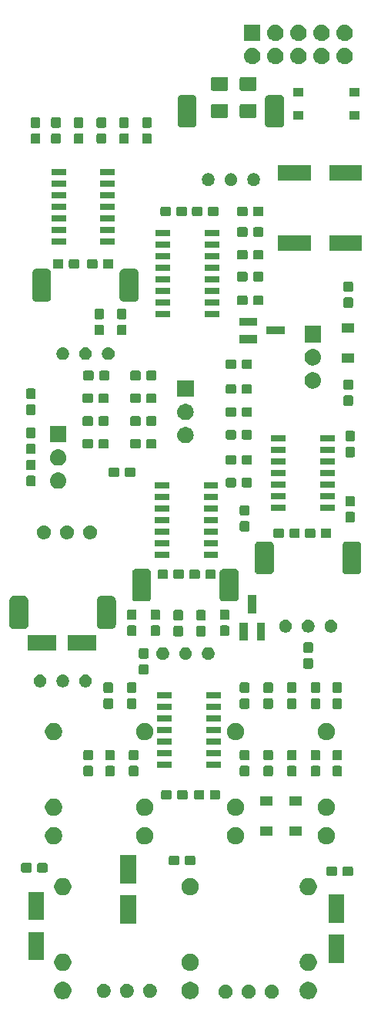
<source format=gbs>
G04 #@! TF.GenerationSoftware,KiCad,Pcbnew,(5.0.1-3-g963ef8bb5)*
G04 #@! TF.CreationDate,2021-05-28T19:59:00+02:00*
G04 #@! TF.ProjectId,Schraeg,536368726165672E6B696361645F7063,rev?*
G04 #@! TF.SameCoordinates,Original*
G04 #@! TF.FileFunction,Soldermask,Bot*
G04 #@! TF.FilePolarity,Negative*
%FSLAX46Y46*%
G04 Gerber Fmt 4.6, Leading zero omitted, Abs format (unit mm)*
G04 Created by KiCad (PCBNEW (5.0.1-3-g963ef8bb5)) date Friday, 28 May 2021 at 19:59:00*
%MOMM*%
%LPD*%
G01*
G04 APERTURE LIST*
%ADD10C,0.100000*%
G04 APERTURE END LIST*
D10*
G36*
X78277396Y-115565546D02*
X78450466Y-115637234D01*
X78606230Y-115741312D01*
X78738688Y-115873770D01*
X78842766Y-116029534D01*
X78914454Y-116202604D01*
X78951000Y-116386333D01*
X78951000Y-116573667D01*
X78914454Y-116757396D01*
X78842766Y-116930466D01*
X78738688Y-117086230D01*
X78606230Y-117218688D01*
X78450466Y-117322766D01*
X78277396Y-117394454D01*
X78093667Y-117431000D01*
X77906333Y-117431000D01*
X77722604Y-117394454D01*
X77549534Y-117322766D01*
X77393770Y-117218688D01*
X77261312Y-117086230D01*
X77157234Y-116930466D01*
X77085546Y-116757396D01*
X77049000Y-116573667D01*
X77049000Y-116386333D01*
X77085546Y-116202604D01*
X77157234Y-116029534D01*
X77261312Y-115873770D01*
X77393770Y-115741312D01*
X77549534Y-115637234D01*
X77722604Y-115565546D01*
X77906333Y-115529000D01*
X78093667Y-115529000D01*
X78277396Y-115565546D01*
X78277396Y-115565546D01*
G37*
G36*
X65277396Y-115565546D02*
X65450466Y-115637234D01*
X65606230Y-115741312D01*
X65738688Y-115873770D01*
X65842766Y-116029534D01*
X65914454Y-116202604D01*
X65951000Y-116386333D01*
X65951000Y-116573667D01*
X65914454Y-116757396D01*
X65842766Y-116930466D01*
X65738688Y-117086230D01*
X65606230Y-117218688D01*
X65450466Y-117322766D01*
X65277396Y-117394454D01*
X65093667Y-117431000D01*
X64906333Y-117431000D01*
X64722604Y-117394454D01*
X64549534Y-117322766D01*
X64393770Y-117218688D01*
X64261312Y-117086230D01*
X64157234Y-116930466D01*
X64085546Y-116757396D01*
X64049000Y-116573667D01*
X64049000Y-116386333D01*
X64085546Y-116202604D01*
X64157234Y-116029534D01*
X64261312Y-115873770D01*
X64393770Y-115741312D01*
X64549534Y-115637234D01*
X64722604Y-115565546D01*
X64906333Y-115529000D01*
X65093667Y-115529000D01*
X65277396Y-115565546D01*
X65277396Y-115565546D01*
G37*
G36*
X51277396Y-115565546D02*
X51450466Y-115637234D01*
X51606230Y-115741312D01*
X51738688Y-115873770D01*
X51842766Y-116029534D01*
X51914454Y-116202604D01*
X51951000Y-116386333D01*
X51951000Y-116573667D01*
X51914454Y-116757396D01*
X51842766Y-116930466D01*
X51738688Y-117086230D01*
X51606230Y-117218688D01*
X51450466Y-117322766D01*
X51277396Y-117394454D01*
X51093667Y-117431000D01*
X50906333Y-117431000D01*
X50722604Y-117394454D01*
X50549534Y-117322766D01*
X50393770Y-117218688D01*
X50261312Y-117086230D01*
X50157234Y-116930466D01*
X50085546Y-116757396D01*
X50049000Y-116573667D01*
X50049000Y-116386333D01*
X50085546Y-116202604D01*
X50157234Y-116029534D01*
X50261312Y-115873770D01*
X50393770Y-115741312D01*
X50549534Y-115637234D01*
X50722604Y-115565546D01*
X50906333Y-115529000D01*
X51093667Y-115529000D01*
X51277396Y-115565546D01*
X51277396Y-115565546D01*
G37*
G36*
X69025589Y-115838876D02*
X69124893Y-115858629D01*
X69265206Y-115916748D01*
X69391484Y-116001125D01*
X69498875Y-116108516D01*
X69583252Y-116234794D01*
X69641371Y-116375107D01*
X69671000Y-116524063D01*
X69671000Y-116675937D01*
X69641371Y-116824893D01*
X69583252Y-116965206D01*
X69498875Y-117091484D01*
X69391484Y-117198875D01*
X69265206Y-117283252D01*
X69124893Y-117341371D01*
X69025589Y-117361124D01*
X68975938Y-117371000D01*
X68824062Y-117371000D01*
X68774411Y-117361124D01*
X68675107Y-117341371D01*
X68534794Y-117283252D01*
X68408516Y-117198875D01*
X68301125Y-117091484D01*
X68216748Y-116965206D01*
X68158629Y-116824893D01*
X68129000Y-116675937D01*
X68129000Y-116524063D01*
X68158629Y-116375107D01*
X68216748Y-116234794D01*
X68301125Y-116108516D01*
X68408516Y-116001125D01*
X68534794Y-115916748D01*
X68675107Y-115858629D01*
X68774411Y-115838876D01*
X68824062Y-115829000D01*
X68975938Y-115829000D01*
X69025589Y-115838876D01*
X69025589Y-115838876D01*
G37*
G36*
X74105589Y-115838876D02*
X74204893Y-115858629D01*
X74345206Y-115916748D01*
X74471484Y-116001125D01*
X74578875Y-116108516D01*
X74663252Y-116234794D01*
X74721371Y-116375107D01*
X74751000Y-116524063D01*
X74751000Y-116675937D01*
X74721371Y-116824893D01*
X74663252Y-116965206D01*
X74578875Y-117091484D01*
X74471484Y-117198875D01*
X74345206Y-117283252D01*
X74204893Y-117341371D01*
X74105589Y-117361124D01*
X74055938Y-117371000D01*
X73904062Y-117371000D01*
X73854411Y-117361124D01*
X73755107Y-117341371D01*
X73614794Y-117283252D01*
X73488516Y-117198875D01*
X73381125Y-117091484D01*
X73296748Y-116965206D01*
X73238629Y-116824893D01*
X73209000Y-116675937D01*
X73209000Y-116524063D01*
X73238629Y-116375107D01*
X73296748Y-116234794D01*
X73381125Y-116108516D01*
X73488516Y-116001125D01*
X73614794Y-115916748D01*
X73755107Y-115858629D01*
X73854411Y-115838876D01*
X73904062Y-115829000D01*
X74055938Y-115829000D01*
X74105589Y-115838876D01*
X74105589Y-115838876D01*
G37*
G36*
X71565589Y-115838876D02*
X71664893Y-115858629D01*
X71805206Y-115916748D01*
X71931484Y-116001125D01*
X72038875Y-116108516D01*
X72123252Y-116234794D01*
X72181371Y-116375107D01*
X72211000Y-116524063D01*
X72211000Y-116675937D01*
X72181371Y-116824893D01*
X72123252Y-116965206D01*
X72038875Y-117091484D01*
X71931484Y-117198875D01*
X71805206Y-117283252D01*
X71664893Y-117341371D01*
X71565589Y-117361124D01*
X71515938Y-117371000D01*
X71364062Y-117371000D01*
X71314411Y-117361124D01*
X71215107Y-117341371D01*
X71074794Y-117283252D01*
X70948516Y-117198875D01*
X70841125Y-117091484D01*
X70756748Y-116965206D01*
X70698629Y-116824893D01*
X70669000Y-116675937D01*
X70669000Y-116524063D01*
X70698629Y-116375107D01*
X70756748Y-116234794D01*
X70841125Y-116108516D01*
X70948516Y-116001125D01*
X71074794Y-115916748D01*
X71215107Y-115858629D01*
X71314411Y-115838876D01*
X71364062Y-115829000D01*
X71515938Y-115829000D01*
X71565589Y-115838876D01*
X71565589Y-115838876D01*
G37*
G36*
X58165589Y-115738876D02*
X58264893Y-115758629D01*
X58405206Y-115816748D01*
X58531484Y-115901125D01*
X58638875Y-116008516D01*
X58723252Y-116134794D01*
X58781371Y-116275107D01*
X58781371Y-116275109D01*
X58803496Y-116386335D01*
X58811000Y-116424063D01*
X58811000Y-116575937D01*
X58781371Y-116724893D01*
X58723252Y-116865206D01*
X58638875Y-116991484D01*
X58531484Y-117098875D01*
X58405206Y-117183252D01*
X58264893Y-117241371D01*
X58165589Y-117261124D01*
X58115938Y-117271000D01*
X57964062Y-117271000D01*
X57914411Y-117261124D01*
X57815107Y-117241371D01*
X57674794Y-117183252D01*
X57548516Y-117098875D01*
X57441125Y-116991484D01*
X57356748Y-116865206D01*
X57298629Y-116724893D01*
X57269000Y-116575937D01*
X57269000Y-116424063D01*
X57276505Y-116386335D01*
X57298629Y-116275109D01*
X57298629Y-116275107D01*
X57356748Y-116134794D01*
X57441125Y-116008516D01*
X57548516Y-115901125D01*
X57674794Y-115816748D01*
X57815107Y-115758629D01*
X57914411Y-115738876D01*
X57964062Y-115729000D01*
X58115938Y-115729000D01*
X58165589Y-115738876D01*
X58165589Y-115738876D01*
G37*
G36*
X55625589Y-115738876D02*
X55724893Y-115758629D01*
X55865206Y-115816748D01*
X55991484Y-115901125D01*
X56098875Y-116008516D01*
X56183252Y-116134794D01*
X56241371Y-116275107D01*
X56241371Y-116275109D01*
X56263496Y-116386335D01*
X56271000Y-116424063D01*
X56271000Y-116575937D01*
X56241371Y-116724893D01*
X56183252Y-116865206D01*
X56098875Y-116991484D01*
X55991484Y-117098875D01*
X55865206Y-117183252D01*
X55724893Y-117241371D01*
X55625589Y-117261124D01*
X55575938Y-117271000D01*
X55424062Y-117271000D01*
X55374411Y-117261124D01*
X55275107Y-117241371D01*
X55134794Y-117183252D01*
X55008516Y-117098875D01*
X54901125Y-116991484D01*
X54816748Y-116865206D01*
X54758629Y-116724893D01*
X54729000Y-116575937D01*
X54729000Y-116424063D01*
X54736505Y-116386335D01*
X54758629Y-116275109D01*
X54758629Y-116275107D01*
X54816748Y-116134794D01*
X54901125Y-116008516D01*
X55008516Y-115901125D01*
X55134794Y-115816748D01*
X55275107Y-115758629D01*
X55374411Y-115738876D01*
X55424062Y-115729000D01*
X55575938Y-115729000D01*
X55625589Y-115738876D01*
X55625589Y-115738876D01*
G37*
G36*
X60705589Y-115738876D02*
X60804893Y-115758629D01*
X60945206Y-115816748D01*
X61071484Y-115901125D01*
X61178875Y-116008516D01*
X61263252Y-116134794D01*
X61321371Y-116275107D01*
X61321371Y-116275109D01*
X61343496Y-116386335D01*
X61351000Y-116424063D01*
X61351000Y-116575937D01*
X61321371Y-116724893D01*
X61263252Y-116865206D01*
X61178875Y-116991484D01*
X61071484Y-117098875D01*
X60945206Y-117183252D01*
X60804893Y-117241371D01*
X60705589Y-117261124D01*
X60655938Y-117271000D01*
X60504062Y-117271000D01*
X60454411Y-117261124D01*
X60355107Y-117241371D01*
X60214794Y-117183252D01*
X60088516Y-117098875D01*
X59981125Y-116991484D01*
X59896748Y-116865206D01*
X59838629Y-116724893D01*
X59809000Y-116575937D01*
X59809000Y-116424063D01*
X59816505Y-116386335D01*
X59838629Y-116275109D01*
X59838629Y-116275107D01*
X59896748Y-116134794D01*
X59981125Y-116008516D01*
X60088516Y-115901125D01*
X60214794Y-115816748D01*
X60355107Y-115758629D01*
X60454411Y-115738876D01*
X60504062Y-115729000D01*
X60655938Y-115729000D01*
X60705589Y-115738876D01*
X60705589Y-115738876D01*
G37*
G36*
X78277396Y-112465546D02*
X78450466Y-112537234D01*
X78606230Y-112641312D01*
X78738688Y-112773770D01*
X78842766Y-112929534D01*
X78914454Y-113102604D01*
X78951000Y-113286333D01*
X78951000Y-113473667D01*
X78914454Y-113657396D01*
X78842766Y-113830466D01*
X78738688Y-113986230D01*
X78606230Y-114118688D01*
X78450466Y-114222766D01*
X78277396Y-114294454D01*
X78093667Y-114331000D01*
X77906333Y-114331000D01*
X77722604Y-114294454D01*
X77549534Y-114222766D01*
X77393770Y-114118688D01*
X77261312Y-113986230D01*
X77157234Y-113830466D01*
X77085546Y-113657396D01*
X77049000Y-113473667D01*
X77049000Y-113286333D01*
X77085546Y-113102604D01*
X77157234Y-112929534D01*
X77261312Y-112773770D01*
X77393770Y-112641312D01*
X77549534Y-112537234D01*
X77722604Y-112465546D01*
X77906333Y-112429000D01*
X78093667Y-112429000D01*
X78277396Y-112465546D01*
X78277396Y-112465546D01*
G37*
G36*
X65277396Y-112465546D02*
X65450466Y-112537234D01*
X65606230Y-112641312D01*
X65738688Y-112773770D01*
X65842766Y-112929534D01*
X65914454Y-113102604D01*
X65951000Y-113286333D01*
X65951000Y-113473667D01*
X65914454Y-113657396D01*
X65842766Y-113830466D01*
X65738688Y-113986230D01*
X65606230Y-114118688D01*
X65450466Y-114222766D01*
X65277396Y-114294454D01*
X65093667Y-114331000D01*
X64906333Y-114331000D01*
X64722604Y-114294454D01*
X64549534Y-114222766D01*
X64393770Y-114118688D01*
X64261312Y-113986230D01*
X64157234Y-113830466D01*
X64085546Y-113657396D01*
X64049000Y-113473667D01*
X64049000Y-113286333D01*
X64085546Y-113102604D01*
X64157234Y-112929534D01*
X64261312Y-112773770D01*
X64393770Y-112641312D01*
X64549534Y-112537234D01*
X64722604Y-112465546D01*
X64906333Y-112429000D01*
X65093667Y-112429000D01*
X65277396Y-112465546D01*
X65277396Y-112465546D01*
G37*
G36*
X51277396Y-112465546D02*
X51450466Y-112537234D01*
X51606230Y-112641312D01*
X51738688Y-112773770D01*
X51842766Y-112929534D01*
X51914454Y-113102604D01*
X51951000Y-113286333D01*
X51951000Y-113473667D01*
X51914454Y-113657396D01*
X51842766Y-113830466D01*
X51738688Y-113986230D01*
X51606230Y-114118688D01*
X51450466Y-114222766D01*
X51277396Y-114294454D01*
X51093667Y-114331000D01*
X50906333Y-114331000D01*
X50722604Y-114294454D01*
X50549534Y-114222766D01*
X50393770Y-114118688D01*
X50261312Y-113986230D01*
X50157234Y-113830466D01*
X50085546Y-113657396D01*
X50049000Y-113473667D01*
X50049000Y-113286333D01*
X50085546Y-113102604D01*
X50157234Y-112929534D01*
X50261312Y-112773770D01*
X50393770Y-112641312D01*
X50549534Y-112537234D01*
X50722604Y-112465546D01*
X50906333Y-112429000D01*
X51093667Y-112429000D01*
X51277396Y-112465546D01*
X51277396Y-112465546D01*
G37*
G36*
X81951000Y-113451000D02*
X80249000Y-113451000D01*
X80249000Y-110349000D01*
X81951000Y-110349000D01*
X81951000Y-113451000D01*
X81951000Y-113451000D01*
G37*
G36*
X48951000Y-113151000D02*
X47249000Y-113151000D01*
X47249000Y-110049000D01*
X48951000Y-110049000D01*
X48951000Y-113151000D01*
X48951000Y-113151000D01*
G37*
G36*
X59051000Y-109151000D02*
X57349000Y-109151000D01*
X57349000Y-106049000D01*
X59051000Y-106049000D01*
X59051000Y-109151000D01*
X59051000Y-109151000D01*
G37*
G36*
X81951000Y-109051000D02*
X80249000Y-109051000D01*
X80249000Y-105949000D01*
X81951000Y-105949000D01*
X81951000Y-109051000D01*
X81951000Y-109051000D01*
G37*
G36*
X48951000Y-108751000D02*
X47249000Y-108751000D01*
X47249000Y-105649000D01*
X48951000Y-105649000D01*
X48951000Y-108751000D01*
X48951000Y-108751000D01*
G37*
G36*
X78277396Y-104165546D02*
X78450466Y-104237234D01*
X78606230Y-104341312D01*
X78738688Y-104473770D01*
X78842766Y-104629534D01*
X78914454Y-104802604D01*
X78951000Y-104986333D01*
X78951000Y-105173667D01*
X78914454Y-105357396D01*
X78842766Y-105530466D01*
X78738688Y-105686230D01*
X78606230Y-105818688D01*
X78450466Y-105922766D01*
X78277396Y-105994454D01*
X78093667Y-106031000D01*
X77906333Y-106031000D01*
X77722604Y-105994454D01*
X77549534Y-105922766D01*
X77393770Y-105818688D01*
X77261312Y-105686230D01*
X77157234Y-105530466D01*
X77085546Y-105357396D01*
X77049000Y-105173667D01*
X77049000Y-104986333D01*
X77085546Y-104802604D01*
X77157234Y-104629534D01*
X77261312Y-104473770D01*
X77393770Y-104341312D01*
X77549534Y-104237234D01*
X77722604Y-104165546D01*
X77906333Y-104129000D01*
X78093667Y-104129000D01*
X78277396Y-104165546D01*
X78277396Y-104165546D01*
G37*
G36*
X65277396Y-104165546D02*
X65450466Y-104237234D01*
X65606230Y-104341312D01*
X65738688Y-104473770D01*
X65842766Y-104629534D01*
X65914454Y-104802604D01*
X65951000Y-104986333D01*
X65951000Y-105173667D01*
X65914454Y-105357396D01*
X65842766Y-105530466D01*
X65738688Y-105686230D01*
X65606230Y-105818688D01*
X65450466Y-105922766D01*
X65277396Y-105994454D01*
X65093667Y-106031000D01*
X64906333Y-106031000D01*
X64722604Y-105994454D01*
X64549534Y-105922766D01*
X64393770Y-105818688D01*
X64261312Y-105686230D01*
X64157234Y-105530466D01*
X64085546Y-105357396D01*
X64049000Y-105173667D01*
X64049000Y-104986333D01*
X64085546Y-104802604D01*
X64157234Y-104629534D01*
X64261312Y-104473770D01*
X64393770Y-104341312D01*
X64549534Y-104237234D01*
X64722604Y-104165546D01*
X64906333Y-104129000D01*
X65093667Y-104129000D01*
X65277396Y-104165546D01*
X65277396Y-104165546D01*
G37*
G36*
X51277396Y-104165546D02*
X51450466Y-104237234D01*
X51606230Y-104341312D01*
X51738688Y-104473770D01*
X51842766Y-104629534D01*
X51914454Y-104802604D01*
X51951000Y-104986333D01*
X51951000Y-105173667D01*
X51914454Y-105357396D01*
X51842766Y-105530466D01*
X51738688Y-105686230D01*
X51606230Y-105818688D01*
X51450466Y-105922766D01*
X51277396Y-105994454D01*
X51093667Y-106031000D01*
X50906333Y-106031000D01*
X50722604Y-105994454D01*
X50549534Y-105922766D01*
X50393770Y-105818688D01*
X50261312Y-105686230D01*
X50157234Y-105530466D01*
X50085546Y-105357396D01*
X50049000Y-105173667D01*
X50049000Y-104986333D01*
X50085546Y-104802604D01*
X50157234Y-104629534D01*
X50261312Y-104473770D01*
X50393770Y-104341312D01*
X50549534Y-104237234D01*
X50722604Y-104165546D01*
X50906333Y-104129000D01*
X51093667Y-104129000D01*
X51277396Y-104165546D01*
X51277396Y-104165546D01*
G37*
G36*
X59051000Y-104751000D02*
X57349000Y-104751000D01*
X57349000Y-101649000D01*
X59051000Y-101649000D01*
X59051000Y-104751000D01*
X59051000Y-104751000D01*
G37*
G36*
X81014499Y-102878445D02*
X81051993Y-102889819D01*
X81086557Y-102908294D01*
X81116847Y-102933153D01*
X81141706Y-102963443D01*
X81160181Y-102998007D01*
X81171555Y-103035501D01*
X81176000Y-103080638D01*
X81176000Y-103719362D01*
X81171555Y-103764499D01*
X81160181Y-103801993D01*
X81141706Y-103836557D01*
X81116847Y-103866847D01*
X81086557Y-103891706D01*
X81051993Y-103910181D01*
X81014499Y-103921555D01*
X80969362Y-103926000D01*
X80230638Y-103926000D01*
X80185501Y-103921555D01*
X80148007Y-103910181D01*
X80113443Y-103891706D01*
X80083153Y-103866847D01*
X80058294Y-103836557D01*
X80039819Y-103801993D01*
X80028445Y-103764499D01*
X80024000Y-103719362D01*
X80024000Y-103080638D01*
X80028445Y-103035501D01*
X80039819Y-102998007D01*
X80058294Y-102963443D01*
X80083153Y-102933153D01*
X80113443Y-102908294D01*
X80148007Y-102889819D01*
X80185501Y-102878445D01*
X80230638Y-102874000D01*
X80969362Y-102874000D01*
X81014499Y-102878445D01*
X81014499Y-102878445D01*
G37*
G36*
X82764499Y-102878445D02*
X82801993Y-102889819D01*
X82836557Y-102908294D01*
X82866847Y-102933153D01*
X82891706Y-102963443D01*
X82910181Y-102998007D01*
X82921555Y-103035501D01*
X82926000Y-103080638D01*
X82926000Y-103719362D01*
X82921555Y-103764499D01*
X82910181Y-103801993D01*
X82891706Y-103836557D01*
X82866847Y-103866847D01*
X82836557Y-103891706D01*
X82801993Y-103910181D01*
X82764499Y-103921555D01*
X82719362Y-103926000D01*
X81980638Y-103926000D01*
X81935501Y-103921555D01*
X81898007Y-103910181D01*
X81863443Y-103891706D01*
X81833153Y-103866847D01*
X81808294Y-103836557D01*
X81789819Y-103801993D01*
X81778445Y-103764499D01*
X81774000Y-103719362D01*
X81774000Y-103080638D01*
X81778445Y-103035501D01*
X81789819Y-102998007D01*
X81808294Y-102963443D01*
X81833153Y-102933153D01*
X81863443Y-102908294D01*
X81898007Y-102889819D01*
X81935501Y-102878445D01*
X81980638Y-102874000D01*
X82719362Y-102874000D01*
X82764499Y-102878445D01*
X82764499Y-102878445D01*
G37*
G36*
X47414499Y-102478445D02*
X47451993Y-102489819D01*
X47486557Y-102508294D01*
X47516847Y-102533153D01*
X47541706Y-102563443D01*
X47560181Y-102598007D01*
X47571555Y-102635501D01*
X47576000Y-102680638D01*
X47576000Y-103319362D01*
X47571555Y-103364499D01*
X47560181Y-103401993D01*
X47541706Y-103436557D01*
X47516847Y-103466847D01*
X47486557Y-103491706D01*
X47451993Y-103510181D01*
X47414499Y-103521555D01*
X47369362Y-103526000D01*
X46630638Y-103526000D01*
X46585501Y-103521555D01*
X46548007Y-103510181D01*
X46513443Y-103491706D01*
X46483153Y-103466847D01*
X46458294Y-103436557D01*
X46439819Y-103401993D01*
X46428445Y-103364499D01*
X46424000Y-103319362D01*
X46424000Y-102680638D01*
X46428445Y-102635501D01*
X46439819Y-102598007D01*
X46458294Y-102563443D01*
X46483153Y-102533153D01*
X46513443Y-102508294D01*
X46548007Y-102489819D01*
X46585501Y-102478445D01*
X46630638Y-102474000D01*
X47369362Y-102474000D01*
X47414499Y-102478445D01*
X47414499Y-102478445D01*
G37*
G36*
X49164499Y-102478445D02*
X49201993Y-102489819D01*
X49236557Y-102508294D01*
X49266847Y-102533153D01*
X49291706Y-102563443D01*
X49310181Y-102598007D01*
X49321555Y-102635501D01*
X49326000Y-102680638D01*
X49326000Y-103319362D01*
X49321555Y-103364499D01*
X49310181Y-103401993D01*
X49291706Y-103436557D01*
X49266847Y-103466847D01*
X49236557Y-103491706D01*
X49201993Y-103510181D01*
X49164499Y-103521555D01*
X49119362Y-103526000D01*
X48380638Y-103526000D01*
X48335501Y-103521555D01*
X48298007Y-103510181D01*
X48263443Y-103491706D01*
X48233153Y-103466847D01*
X48208294Y-103436557D01*
X48189819Y-103401993D01*
X48178445Y-103364499D01*
X48174000Y-103319362D01*
X48174000Y-102680638D01*
X48178445Y-102635501D01*
X48189819Y-102598007D01*
X48208294Y-102563443D01*
X48233153Y-102533153D01*
X48263443Y-102508294D01*
X48298007Y-102489819D01*
X48335501Y-102478445D01*
X48380638Y-102474000D01*
X49119362Y-102474000D01*
X49164499Y-102478445D01*
X49164499Y-102478445D01*
G37*
G36*
X63664499Y-101678445D02*
X63701993Y-101689819D01*
X63736557Y-101708294D01*
X63766847Y-101733153D01*
X63791706Y-101763443D01*
X63810181Y-101798007D01*
X63821555Y-101835501D01*
X63826000Y-101880638D01*
X63826000Y-102519362D01*
X63821555Y-102564499D01*
X63810181Y-102601993D01*
X63791706Y-102636557D01*
X63766847Y-102666847D01*
X63736557Y-102691706D01*
X63701993Y-102710181D01*
X63664499Y-102721555D01*
X63619362Y-102726000D01*
X62880638Y-102726000D01*
X62835501Y-102721555D01*
X62798007Y-102710181D01*
X62763443Y-102691706D01*
X62733153Y-102666847D01*
X62708294Y-102636557D01*
X62689819Y-102601993D01*
X62678445Y-102564499D01*
X62674000Y-102519362D01*
X62674000Y-101880638D01*
X62678445Y-101835501D01*
X62689819Y-101798007D01*
X62708294Y-101763443D01*
X62733153Y-101733153D01*
X62763443Y-101708294D01*
X62798007Y-101689819D01*
X62835501Y-101678445D01*
X62880638Y-101674000D01*
X63619362Y-101674000D01*
X63664499Y-101678445D01*
X63664499Y-101678445D01*
G37*
G36*
X65414499Y-101678445D02*
X65451993Y-101689819D01*
X65486557Y-101708294D01*
X65516847Y-101733153D01*
X65541706Y-101763443D01*
X65560181Y-101798007D01*
X65571555Y-101835501D01*
X65576000Y-101880638D01*
X65576000Y-102519362D01*
X65571555Y-102564499D01*
X65560181Y-102601993D01*
X65541706Y-102636557D01*
X65516847Y-102666847D01*
X65486557Y-102691706D01*
X65451993Y-102710181D01*
X65414499Y-102721555D01*
X65369362Y-102726000D01*
X64630638Y-102726000D01*
X64585501Y-102721555D01*
X64548007Y-102710181D01*
X64513443Y-102691706D01*
X64483153Y-102666847D01*
X64458294Y-102636557D01*
X64439819Y-102601993D01*
X64428445Y-102564499D01*
X64424000Y-102519362D01*
X64424000Y-101880638D01*
X64428445Y-101835501D01*
X64439819Y-101798007D01*
X64458294Y-101763443D01*
X64483153Y-101733153D01*
X64513443Y-101708294D01*
X64548007Y-101689819D01*
X64585501Y-101678445D01*
X64630638Y-101674000D01*
X65369362Y-101674000D01*
X65414499Y-101678445D01*
X65414499Y-101678445D01*
G37*
G36*
X80277396Y-98565546D02*
X80450466Y-98637234D01*
X80606230Y-98741312D01*
X80738688Y-98873770D01*
X80842766Y-99029534D01*
X80914454Y-99202604D01*
X80951000Y-99386333D01*
X80951000Y-99573667D01*
X80914454Y-99757396D01*
X80842766Y-99930466D01*
X80738688Y-100086230D01*
X80606230Y-100218688D01*
X80450466Y-100322766D01*
X80277396Y-100394454D01*
X80093667Y-100431000D01*
X79906333Y-100431000D01*
X79722604Y-100394454D01*
X79549534Y-100322766D01*
X79393770Y-100218688D01*
X79261312Y-100086230D01*
X79157234Y-99930466D01*
X79085546Y-99757396D01*
X79049000Y-99573667D01*
X79049000Y-99386333D01*
X79085546Y-99202604D01*
X79157234Y-99029534D01*
X79261312Y-98873770D01*
X79393770Y-98741312D01*
X79549534Y-98637234D01*
X79722604Y-98565546D01*
X79906333Y-98529000D01*
X80093667Y-98529000D01*
X80277396Y-98565546D01*
X80277396Y-98565546D01*
G37*
G36*
X60277396Y-98565546D02*
X60450466Y-98637234D01*
X60606230Y-98741312D01*
X60738688Y-98873770D01*
X60842766Y-99029534D01*
X60914454Y-99202604D01*
X60951000Y-99386333D01*
X60951000Y-99573667D01*
X60914454Y-99757396D01*
X60842766Y-99930466D01*
X60738688Y-100086230D01*
X60606230Y-100218688D01*
X60450466Y-100322766D01*
X60277396Y-100394454D01*
X60093667Y-100431000D01*
X59906333Y-100431000D01*
X59722604Y-100394454D01*
X59549534Y-100322766D01*
X59393770Y-100218688D01*
X59261312Y-100086230D01*
X59157234Y-99930466D01*
X59085546Y-99757396D01*
X59049000Y-99573667D01*
X59049000Y-99386333D01*
X59085546Y-99202604D01*
X59157234Y-99029534D01*
X59261312Y-98873770D01*
X59393770Y-98741312D01*
X59549534Y-98637234D01*
X59722604Y-98565546D01*
X59906333Y-98529000D01*
X60093667Y-98529000D01*
X60277396Y-98565546D01*
X60277396Y-98565546D01*
G37*
G36*
X70277396Y-98565546D02*
X70450466Y-98637234D01*
X70606230Y-98741312D01*
X70738688Y-98873770D01*
X70842766Y-99029534D01*
X70914454Y-99202604D01*
X70951000Y-99386333D01*
X70951000Y-99573667D01*
X70914454Y-99757396D01*
X70842766Y-99930466D01*
X70738688Y-100086230D01*
X70606230Y-100218688D01*
X70450466Y-100322766D01*
X70277396Y-100394454D01*
X70093667Y-100431000D01*
X69906333Y-100431000D01*
X69722604Y-100394454D01*
X69549534Y-100322766D01*
X69393770Y-100218688D01*
X69261312Y-100086230D01*
X69157234Y-99930466D01*
X69085546Y-99757396D01*
X69049000Y-99573667D01*
X69049000Y-99386333D01*
X69085546Y-99202604D01*
X69157234Y-99029534D01*
X69261312Y-98873770D01*
X69393770Y-98741312D01*
X69549534Y-98637234D01*
X69722604Y-98565546D01*
X69906333Y-98529000D01*
X70093667Y-98529000D01*
X70277396Y-98565546D01*
X70277396Y-98565546D01*
G37*
G36*
X50277396Y-98565546D02*
X50450466Y-98637234D01*
X50606230Y-98741312D01*
X50738688Y-98873770D01*
X50842766Y-99029534D01*
X50914454Y-99202604D01*
X50951000Y-99386333D01*
X50951000Y-99573667D01*
X50914454Y-99757396D01*
X50842766Y-99930466D01*
X50738688Y-100086230D01*
X50606230Y-100218688D01*
X50450466Y-100322766D01*
X50277396Y-100394454D01*
X50093667Y-100431000D01*
X49906333Y-100431000D01*
X49722604Y-100394454D01*
X49549534Y-100322766D01*
X49393770Y-100218688D01*
X49261312Y-100086230D01*
X49157234Y-99930466D01*
X49085546Y-99757396D01*
X49049000Y-99573667D01*
X49049000Y-99386333D01*
X49085546Y-99202604D01*
X49157234Y-99029534D01*
X49261312Y-98873770D01*
X49393770Y-98741312D01*
X49549534Y-98637234D01*
X49722604Y-98565546D01*
X49906333Y-98529000D01*
X50093667Y-98529000D01*
X50277396Y-98565546D01*
X50277396Y-98565546D01*
G37*
G36*
X74051000Y-99501000D02*
X72749000Y-99501000D01*
X72749000Y-98499000D01*
X74051000Y-98499000D01*
X74051000Y-99501000D01*
X74051000Y-99501000D01*
G37*
G36*
X77251000Y-99501000D02*
X75949000Y-99501000D01*
X75949000Y-98499000D01*
X77251000Y-98499000D01*
X77251000Y-99501000D01*
X77251000Y-99501000D01*
G37*
G36*
X80277396Y-95465546D02*
X80450466Y-95537234D01*
X80606230Y-95641312D01*
X80738688Y-95773770D01*
X80842766Y-95929534D01*
X80914454Y-96102604D01*
X80951000Y-96286333D01*
X80951000Y-96473667D01*
X80914454Y-96657396D01*
X80842766Y-96830466D01*
X80738688Y-96986230D01*
X80606230Y-97118688D01*
X80450466Y-97222766D01*
X80277396Y-97294454D01*
X80093667Y-97331000D01*
X79906333Y-97331000D01*
X79722604Y-97294454D01*
X79549534Y-97222766D01*
X79393770Y-97118688D01*
X79261312Y-96986230D01*
X79157234Y-96830466D01*
X79085546Y-96657396D01*
X79049000Y-96473667D01*
X79049000Y-96286333D01*
X79085546Y-96102604D01*
X79157234Y-95929534D01*
X79261312Y-95773770D01*
X79393770Y-95641312D01*
X79549534Y-95537234D01*
X79722604Y-95465546D01*
X79906333Y-95429000D01*
X80093667Y-95429000D01*
X80277396Y-95465546D01*
X80277396Y-95465546D01*
G37*
G36*
X60277396Y-95465546D02*
X60450466Y-95537234D01*
X60606230Y-95641312D01*
X60738688Y-95773770D01*
X60842766Y-95929534D01*
X60914454Y-96102604D01*
X60951000Y-96286333D01*
X60951000Y-96473667D01*
X60914454Y-96657396D01*
X60842766Y-96830466D01*
X60738688Y-96986230D01*
X60606230Y-97118688D01*
X60450466Y-97222766D01*
X60277396Y-97294454D01*
X60093667Y-97331000D01*
X59906333Y-97331000D01*
X59722604Y-97294454D01*
X59549534Y-97222766D01*
X59393770Y-97118688D01*
X59261312Y-96986230D01*
X59157234Y-96830466D01*
X59085546Y-96657396D01*
X59049000Y-96473667D01*
X59049000Y-96286333D01*
X59085546Y-96102604D01*
X59157234Y-95929534D01*
X59261312Y-95773770D01*
X59393770Y-95641312D01*
X59549534Y-95537234D01*
X59722604Y-95465546D01*
X59906333Y-95429000D01*
X60093667Y-95429000D01*
X60277396Y-95465546D01*
X60277396Y-95465546D01*
G37*
G36*
X70277396Y-95465546D02*
X70450466Y-95537234D01*
X70606230Y-95641312D01*
X70738688Y-95773770D01*
X70842766Y-95929534D01*
X70914454Y-96102604D01*
X70951000Y-96286333D01*
X70951000Y-96473667D01*
X70914454Y-96657396D01*
X70842766Y-96830466D01*
X70738688Y-96986230D01*
X70606230Y-97118688D01*
X70450466Y-97222766D01*
X70277396Y-97294454D01*
X70093667Y-97331000D01*
X69906333Y-97331000D01*
X69722604Y-97294454D01*
X69549534Y-97222766D01*
X69393770Y-97118688D01*
X69261312Y-96986230D01*
X69157234Y-96830466D01*
X69085546Y-96657396D01*
X69049000Y-96473667D01*
X69049000Y-96286333D01*
X69085546Y-96102604D01*
X69157234Y-95929534D01*
X69261312Y-95773770D01*
X69393770Y-95641312D01*
X69549534Y-95537234D01*
X69722604Y-95465546D01*
X69906333Y-95429000D01*
X70093667Y-95429000D01*
X70277396Y-95465546D01*
X70277396Y-95465546D01*
G37*
G36*
X50277396Y-95465546D02*
X50450466Y-95537234D01*
X50606230Y-95641312D01*
X50738688Y-95773770D01*
X50842766Y-95929534D01*
X50914454Y-96102604D01*
X50951000Y-96286333D01*
X50951000Y-96473667D01*
X50914454Y-96657396D01*
X50842766Y-96830466D01*
X50738688Y-96986230D01*
X50606230Y-97118688D01*
X50450466Y-97222766D01*
X50277396Y-97294454D01*
X50093667Y-97331000D01*
X49906333Y-97331000D01*
X49722604Y-97294454D01*
X49549534Y-97222766D01*
X49393770Y-97118688D01*
X49261312Y-96986230D01*
X49157234Y-96830466D01*
X49085546Y-96657396D01*
X49049000Y-96473667D01*
X49049000Y-96286333D01*
X49085546Y-96102604D01*
X49157234Y-95929534D01*
X49261312Y-95773770D01*
X49393770Y-95641312D01*
X49549534Y-95537234D01*
X49722604Y-95465546D01*
X49906333Y-95429000D01*
X50093667Y-95429000D01*
X50277396Y-95465546D01*
X50277396Y-95465546D01*
G37*
G36*
X74051000Y-96201000D02*
X72749000Y-96201000D01*
X72749000Y-95199000D01*
X74051000Y-95199000D01*
X74051000Y-96201000D01*
X74051000Y-96201000D01*
G37*
G36*
X77251000Y-96201000D02*
X75949000Y-96201000D01*
X75949000Y-95199000D01*
X77251000Y-95199000D01*
X77251000Y-96201000D01*
X77251000Y-96201000D01*
G37*
G36*
X62814499Y-94478445D02*
X62851993Y-94489819D01*
X62886557Y-94508294D01*
X62916847Y-94533153D01*
X62941706Y-94563443D01*
X62960181Y-94598007D01*
X62971555Y-94635501D01*
X62976000Y-94680638D01*
X62976000Y-95319362D01*
X62971555Y-95364499D01*
X62960181Y-95401993D01*
X62941706Y-95436557D01*
X62916847Y-95466847D01*
X62886557Y-95491706D01*
X62851993Y-95510181D01*
X62814499Y-95521555D01*
X62769362Y-95526000D01*
X62030638Y-95526000D01*
X61985501Y-95521555D01*
X61948007Y-95510181D01*
X61913443Y-95491706D01*
X61883153Y-95466847D01*
X61858294Y-95436557D01*
X61839819Y-95401993D01*
X61828445Y-95364499D01*
X61824000Y-95319362D01*
X61824000Y-94680638D01*
X61828445Y-94635501D01*
X61839819Y-94598007D01*
X61858294Y-94563443D01*
X61883153Y-94533153D01*
X61913443Y-94508294D01*
X61948007Y-94489819D01*
X61985501Y-94478445D01*
X62030638Y-94474000D01*
X62769362Y-94474000D01*
X62814499Y-94478445D01*
X62814499Y-94478445D01*
G37*
G36*
X64564499Y-94478445D02*
X64601993Y-94489819D01*
X64636557Y-94508294D01*
X64666847Y-94533153D01*
X64691706Y-94563443D01*
X64710181Y-94598007D01*
X64721555Y-94635501D01*
X64726000Y-94680638D01*
X64726000Y-95319362D01*
X64721555Y-95364499D01*
X64710181Y-95401993D01*
X64691706Y-95436557D01*
X64666847Y-95466847D01*
X64636557Y-95491706D01*
X64601993Y-95510181D01*
X64564499Y-95521555D01*
X64519362Y-95526000D01*
X63780638Y-95526000D01*
X63735501Y-95521555D01*
X63698007Y-95510181D01*
X63663443Y-95491706D01*
X63633153Y-95466847D01*
X63608294Y-95436557D01*
X63589819Y-95401993D01*
X63578445Y-95364499D01*
X63574000Y-95319362D01*
X63574000Y-94680638D01*
X63578445Y-94635501D01*
X63589819Y-94598007D01*
X63608294Y-94563443D01*
X63633153Y-94533153D01*
X63663443Y-94508294D01*
X63698007Y-94489819D01*
X63735501Y-94478445D01*
X63780638Y-94474000D01*
X64519362Y-94474000D01*
X64564499Y-94478445D01*
X64564499Y-94478445D01*
G37*
G36*
X66414499Y-94478445D02*
X66451993Y-94489819D01*
X66486557Y-94508294D01*
X66516847Y-94533153D01*
X66541706Y-94563443D01*
X66560181Y-94598007D01*
X66571555Y-94635501D01*
X66576000Y-94680638D01*
X66576000Y-95319362D01*
X66571555Y-95364499D01*
X66560181Y-95401993D01*
X66541706Y-95436557D01*
X66516847Y-95466847D01*
X66486557Y-95491706D01*
X66451993Y-95510181D01*
X66414499Y-95521555D01*
X66369362Y-95526000D01*
X65630638Y-95526000D01*
X65585501Y-95521555D01*
X65548007Y-95510181D01*
X65513443Y-95491706D01*
X65483153Y-95466847D01*
X65458294Y-95436557D01*
X65439819Y-95401993D01*
X65428445Y-95364499D01*
X65424000Y-95319362D01*
X65424000Y-94680638D01*
X65428445Y-94635501D01*
X65439819Y-94598007D01*
X65458294Y-94563443D01*
X65483153Y-94533153D01*
X65513443Y-94508294D01*
X65548007Y-94489819D01*
X65585501Y-94478445D01*
X65630638Y-94474000D01*
X66369362Y-94474000D01*
X66414499Y-94478445D01*
X66414499Y-94478445D01*
G37*
G36*
X68164499Y-94478445D02*
X68201993Y-94489819D01*
X68236557Y-94508294D01*
X68266847Y-94533153D01*
X68291706Y-94563443D01*
X68310181Y-94598007D01*
X68321555Y-94635501D01*
X68326000Y-94680638D01*
X68326000Y-95319362D01*
X68321555Y-95364499D01*
X68310181Y-95401993D01*
X68291706Y-95436557D01*
X68266847Y-95466847D01*
X68236557Y-95491706D01*
X68201993Y-95510181D01*
X68164499Y-95521555D01*
X68119362Y-95526000D01*
X67380638Y-95526000D01*
X67335501Y-95521555D01*
X67298007Y-95510181D01*
X67263443Y-95491706D01*
X67233153Y-95466847D01*
X67208294Y-95436557D01*
X67189819Y-95401993D01*
X67178445Y-95364499D01*
X67174000Y-95319362D01*
X67174000Y-94680638D01*
X67178445Y-94635501D01*
X67189819Y-94598007D01*
X67208294Y-94563443D01*
X67233153Y-94533153D01*
X67263443Y-94508294D01*
X67298007Y-94489819D01*
X67335501Y-94478445D01*
X67380638Y-94474000D01*
X68119362Y-94474000D01*
X68164499Y-94478445D01*
X68164499Y-94478445D01*
G37*
G36*
X81564499Y-91828445D02*
X81601993Y-91839819D01*
X81636557Y-91858294D01*
X81666847Y-91883153D01*
X81691706Y-91913443D01*
X81710181Y-91948007D01*
X81721555Y-91985501D01*
X81726000Y-92030638D01*
X81726000Y-92769362D01*
X81721555Y-92814499D01*
X81710181Y-92851993D01*
X81691706Y-92886557D01*
X81666847Y-92916847D01*
X81636557Y-92941706D01*
X81601993Y-92960181D01*
X81564499Y-92971555D01*
X81519362Y-92976000D01*
X80880638Y-92976000D01*
X80835501Y-92971555D01*
X80798007Y-92960181D01*
X80763443Y-92941706D01*
X80733153Y-92916847D01*
X80708294Y-92886557D01*
X80689819Y-92851993D01*
X80678445Y-92814499D01*
X80674000Y-92769362D01*
X80674000Y-92030638D01*
X80678445Y-91985501D01*
X80689819Y-91948007D01*
X80708294Y-91913443D01*
X80733153Y-91883153D01*
X80763443Y-91858294D01*
X80798007Y-91839819D01*
X80835501Y-91828445D01*
X80880638Y-91824000D01*
X81519362Y-91824000D01*
X81564499Y-91828445D01*
X81564499Y-91828445D01*
G37*
G36*
X79164499Y-91828445D02*
X79201993Y-91839819D01*
X79236557Y-91858294D01*
X79266847Y-91883153D01*
X79291706Y-91913443D01*
X79310181Y-91948007D01*
X79321555Y-91985501D01*
X79326000Y-92030638D01*
X79326000Y-92769362D01*
X79321555Y-92814499D01*
X79310181Y-92851993D01*
X79291706Y-92886557D01*
X79266847Y-92916847D01*
X79236557Y-92941706D01*
X79201993Y-92960181D01*
X79164499Y-92971555D01*
X79119362Y-92976000D01*
X78480638Y-92976000D01*
X78435501Y-92971555D01*
X78398007Y-92960181D01*
X78363443Y-92941706D01*
X78333153Y-92916847D01*
X78308294Y-92886557D01*
X78289819Y-92851993D01*
X78278445Y-92814499D01*
X78274000Y-92769362D01*
X78274000Y-92030638D01*
X78278445Y-91985501D01*
X78289819Y-91948007D01*
X78308294Y-91913443D01*
X78333153Y-91883153D01*
X78363443Y-91858294D01*
X78398007Y-91839819D01*
X78435501Y-91828445D01*
X78480638Y-91824000D01*
X79119362Y-91824000D01*
X79164499Y-91828445D01*
X79164499Y-91828445D01*
G37*
G36*
X76564499Y-91828445D02*
X76601993Y-91839819D01*
X76636557Y-91858294D01*
X76666847Y-91883153D01*
X76691706Y-91913443D01*
X76710181Y-91948007D01*
X76721555Y-91985501D01*
X76726000Y-92030638D01*
X76726000Y-92769362D01*
X76721555Y-92814499D01*
X76710181Y-92851993D01*
X76691706Y-92886557D01*
X76666847Y-92916847D01*
X76636557Y-92941706D01*
X76601993Y-92960181D01*
X76564499Y-92971555D01*
X76519362Y-92976000D01*
X75880638Y-92976000D01*
X75835501Y-92971555D01*
X75798007Y-92960181D01*
X75763443Y-92941706D01*
X75733153Y-92916847D01*
X75708294Y-92886557D01*
X75689819Y-92851993D01*
X75678445Y-92814499D01*
X75674000Y-92769362D01*
X75674000Y-92030638D01*
X75678445Y-91985501D01*
X75689819Y-91948007D01*
X75708294Y-91913443D01*
X75733153Y-91883153D01*
X75763443Y-91858294D01*
X75798007Y-91839819D01*
X75835501Y-91828445D01*
X75880638Y-91824000D01*
X76519362Y-91824000D01*
X76564499Y-91828445D01*
X76564499Y-91828445D01*
G37*
G36*
X73964499Y-91828445D02*
X74001993Y-91839819D01*
X74036557Y-91858294D01*
X74066847Y-91883153D01*
X74091706Y-91913443D01*
X74110181Y-91948007D01*
X74121555Y-91985501D01*
X74126000Y-92030638D01*
X74126000Y-92769362D01*
X74121555Y-92814499D01*
X74110181Y-92851993D01*
X74091706Y-92886557D01*
X74066847Y-92916847D01*
X74036557Y-92941706D01*
X74001993Y-92960181D01*
X73964499Y-92971555D01*
X73919362Y-92976000D01*
X73280638Y-92976000D01*
X73235501Y-92971555D01*
X73198007Y-92960181D01*
X73163443Y-92941706D01*
X73133153Y-92916847D01*
X73108294Y-92886557D01*
X73089819Y-92851993D01*
X73078445Y-92814499D01*
X73074000Y-92769362D01*
X73074000Y-92030638D01*
X73078445Y-91985501D01*
X73089819Y-91948007D01*
X73108294Y-91913443D01*
X73133153Y-91883153D01*
X73163443Y-91858294D01*
X73198007Y-91839819D01*
X73235501Y-91828445D01*
X73280638Y-91824000D01*
X73919362Y-91824000D01*
X73964499Y-91828445D01*
X73964499Y-91828445D01*
G37*
G36*
X54164499Y-91828445D02*
X54201993Y-91839819D01*
X54236557Y-91858294D01*
X54266847Y-91883153D01*
X54291706Y-91913443D01*
X54310181Y-91948007D01*
X54321555Y-91985501D01*
X54326000Y-92030638D01*
X54326000Y-92769362D01*
X54321555Y-92814499D01*
X54310181Y-92851993D01*
X54291706Y-92886557D01*
X54266847Y-92916847D01*
X54236557Y-92941706D01*
X54201993Y-92960181D01*
X54164499Y-92971555D01*
X54119362Y-92976000D01*
X53480638Y-92976000D01*
X53435501Y-92971555D01*
X53398007Y-92960181D01*
X53363443Y-92941706D01*
X53333153Y-92916847D01*
X53308294Y-92886557D01*
X53289819Y-92851993D01*
X53278445Y-92814499D01*
X53274000Y-92769362D01*
X53274000Y-92030638D01*
X53278445Y-91985501D01*
X53289819Y-91948007D01*
X53308294Y-91913443D01*
X53333153Y-91883153D01*
X53363443Y-91858294D01*
X53398007Y-91839819D01*
X53435501Y-91828445D01*
X53480638Y-91824000D01*
X54119362Y-91824000D01*
X54164499Y-91828445D01*
X54164499Y-91828445D01*
G37*
G36*
X71364499Y-91828445D02*
X71401993Y-91839819D01*
X71436557Y-91858294D01*
X71466847Y-91883153D01*
X71491706Y-91913443D01*
X71510181Y-91948007D01*
X71521555Y-91985501D01*
X71526000Y-92030638D01*
X71526000Y-92769362D01*
X71521555Y-92814499D01*
X71510181Y-92851993D01*
X71491706Y-92886557D01*
X71466847Y-92916847D01*
X71436557Y-92941706D01*
X71401993Y-92960181D01*
X71364499Y-92971555D01*
X71319362Y-92976000D01*
X70680638Y-92976000D01*
X70635501Y-92971555D01*
X70598007Y-92960181D01*
X70563443Y-92941706D01*
X70533153Y-92916847D01*
X70508294Y-92886557D01*
X70489819Y-92851993D01*
X70478445Y-92814499D01*
X70474000Y-92769362D01*
X70474000Y-92030638D01*
X70478445Y-91985501D01*
X70489819Y-91948007D01*
X70508294Y-91913443D01*
X70533153Y-91883153D01*
X70563443Y-91858294D01*
X70598007Y-91839819D01*
X70635501Y-91828445D01*
X70680638Y-91824000D01*
X71319362Y-91824000D01*
X71364499Y-91828445D01*
X71364499Y-91828445D01*
G37*
G36*
X59164499Y-91828445D02*
X59201993Y-91839819D01*
X59236557Y-91858294D01*
X59266847Y-91883153D01*
X59291706Y-91913443D01*
X59310181Y-91948007D01*
X59321555Y-91985501D01*
X59326000Y-92030638D01*
X59326000Y-92769362D01*
X59321555Y-92814499D01*
X59310181Y-92851993D01*
X59291706Y-92886557D01*
X59266847Y-92916847D01*
X59236557Y-92941706D01*
X59201993Y-92960181D01*
X59164499Y-92971555D01*
X59119362Y-92976000D01*
X58480638Y-92976000D01*
X58435501Y-92971555D01*
X58398007Y-92960181D01*
X58363443Y-92941706D01*
X58333153Y-92916847D01*
X58308294Y-92886557D01*
X58289819Y-92851993D01*
X58278445Y-92814499D01*
X58274000Y-92769362D01*
X58274000Y-92030638D01*
X58278445Y-91985501D01*
X58289819Y-91948007D01*
X58308294Y-91913443D01*
X58333153Y-91883153D01*
X58363443Y-91858294D01*
X58398007Y-91839819D01*
X58435501Y-91828445D01*
X58480638Y-91824000D01*
X59119362Y-91824000D01*
X59164499Y-91828445D01*
X59164499Y-91828445D01*
G37*
G36*
X56564499Y-91828445D02*
X56601993Y-91839819D01*
X56636557Y-91858294D01*
X56666847Y-91883153D01*
X56691706Y-91913443D01*
X56710181Y-91948007D01*
X56721555Y-91985501D01*
X56726000Y-92030638D01*
X56726000Y-92769362D01*
X56721555Y-92814499D01*
X56710181Y-92851993D01*
X56691706Y-92886557D01*
X56666847Y-92916847D01*
X56636557Y-92941706D01*
X56601993Y-92960181D01*
X56564499Y-92971555D01*
X56519362Y-92976000D01*
X55880638Y-92976000D01*
X55835501Y-92971555D01*
X55798007Y-92960181D01*
X55763443Y-92941706D01*
X55733153Y-92916847D01*
X55708294Y-92886557D01*
X55689819Y-92851993D01*
X55678445Y-92814499D01*
X55674000Y-92769362D01*
X55674000Y-92030638D01*
X55678445Y-91985501D01*
X55689819Y-91948007D01*
X55708294Y-91913443D01*
X55733153Y-91883153D01*
X55763443Y-91858294D01*
X55798007Y-91839819D01*
X55835501Y-91828445D01*
X55880638Y-91824000D01*
X56519362Y-91824000D01*
X56564499Y-91828445D01*
X56564499Y-91828445D01*
G37*
G36*
X63001000Y-92061000D02*
X61399000Y-92061000D01*
X61399000Y-91359000D01*
X63001000Y-91359000D01*
X63001000Y-92061000D01*
X63001000Y-92061000D01*
G37*
G36*
X68401000Y-92061000D02*
X66799000Y-92061000D01*
X66799000Y-91359000D01*
X68401000Y-91359000D01*
X68401000Y-92061000D01*
X68401000Y-92061000D01*
G37*
G36*
X81564499Y-90078445D02*
X81601993Y-90089819D01*
X81636557Y-90108294D01*
X81666847Y-90133153D01*
X81691706Y-90163443D01*
X81710181Y-90198007D01*
X81721555Y-90235501D01*
X81726000Y-90280638D01*
X81726000Y-91019362D01*
X81721555Y-91064499D01*
X81710181Y-91101993D01*
X81691706Y-91136557D01*
X81666847Y-91166847D01*
X81636557Y-91191706D01*
X81601993Y-91210181D01*
X81564499Y-91221555D01*
X81519362Y-91226000D01*
X80880638Y-91226000D01*
X80835501Y-91221555D01*
X80798007Y-91210181D01*
X80763443Y-91191706D01*
X80733153Y-91166847D01*
X80708294Y-91136557D01*
X80689819Y-91101993D01*
X80678445Y-91064499D01*
X80674000Y-91019362D01*
X80674000Y-90280638D01*
X80678445Y-90235501D01*
X80689819Y-90198007D01*
X80708294Y-90163443D01*
X80733153Y-90133153D01*
X80763443Y-90108294D01*
X80798007Y-90089819D01*
X80835501Y-90078445D01*
X80880638Y-90074000D01*
X81519362Y-90074000D01*
X81564499Y-90078445D01*
X81564499Y-90078445D01*
G37*
G36*
X73964499Y-90078445D02*
X74001993Y-90089819D01*
X74036557Y-90108294D01*
X74066847Y-90133153D01*
X74091706Y-90163443D01*
X74110181Y-90198007D01*
X74121555Y-90235501D01*
X74126000Y-90280638D01*
X74126000Y-91019362D01*
X74121555Y-91064499D01*
X74110181Y-91101993D01*
X74091706Y-91136557D01*
X74066847Y-91166847D01*
X74036557Y-91191706D01*
X74001993Y-91210181D01*
X73964499Y-91221555D01*
X73919362Y-91226000D01*
X73280638Y-91226000D01*
X73235501Y-91221555D01*
X73198007Y-91210181D01*
X73163443Y-91191706D01*
X73133153Y-91166847D01*
X73108294Y-91136557D01*
X73089819Y-91101993D01*
X73078445Y-91064499D01*
X73074000Y-91019362D01*
X73074000Y-90280638D01*
X73078445Y-90235501D01*
X73089819Y-90198007D01*
X73108294Y-90163443D01*
X73133153Y-90133153D01*
X73163443Y-90108294D01*
X73198007Y-90089819D01*
X73235501Y-90078445D01*
X73280638Y-90074000D01*
X73919362Y-90074000D01*
X73964499Y-90078445D01*
X73964499Y-90078445D01*
G37*
G36*
X59164499Y-90078445D02*
X59201993Y-90089819D01*
X59236557Y-90108294D01*
X59266847Y-90133153D01*
X59291706Y-90163443D01*
X59310181Y-90198007D01*
X59321555Y-90235501D01*
X59326000Y-90280638D01*
X59326000Y-91019362D01*
X59321555Y-91064499D01*
X59310181Y-91101993D01*
X59291706Y-91136557D01*
X59266847Y-91166847D01*
X59236557Y-91191706D01*
X59201993Y-91210181D01*
X59164499Y-91221555D01*
X59119362Y-91226000D01*
X58480638Y-91226000D01*
X58435501Y-91221555D01*
X58398007Y-91210181D01*
X58363443Y-91191706D01*
X58333153Y-91166847D01*
X58308294Y-91136557D01*
X58289819Y-91101993D01*
X58278445Y-91064499D01*
X58274000Y-91019362D01*
X58274000Y-90280638D01*
X58278445Y-90235501D01*
X58289819Y-90198007D01*
X58308294Y-90163443D01*
X58333153Y-90133153D01*
X58363443Y-90108294D01*
X58398007Y-90089819D01*
X58435501Y-90078445D01*
X58480638Y-90074000D01*
X59119362Y-90074000D01*
X59164499Y-90078445D01*
X59164499Y-90078445D01*
G37*
G36*
X56564499Y-90078445D02*
X56601993Y-90089819D01*
X56636557Y-90108294D01*
X56666847Y-90133153D01*
X56691706Y-90163443D01*
X56710181Y-90198007D01*
X56721555Y-90235501D01*
X56726000Y-90280638D01*
X56726000Y-91019362D01*
X56721555Y-91064499D01*
X56710181Y-91101993D01*
X56691706Y-91136557D01*
X56666847Y-91166847D01*
X56636557Y-91191706D01*
X56601993Y-91210181D01*
X56564499Y-91221555D01*
X56519362Y-91226000D01*
X55880638Y-91226000D01*
X55835501Y-91221555D01*
X55798007Y-91210181D01*
X55763443Y-91191706D01*
X55733153Y-91166847D01*
X55708294Y-91136557D01*
X55689819Y-91101993D01*
X55678445Y-91064499D01*
X55674000Y-91019362D01*
X55674000Y-90280638D01*
X55678445Y-90235501D01*
X55689819Y-90198007D01*
X55708294Y-90163443D01*
X55733153Y-90133153D01*
X55763443Y-90108294D01*
X55798007Y-90089819D01*
X55835501Y-90078445D01*
X55880638Y-90074000D01*
X56519362Y-90074000D01*
X56564499Y-90078445D01*
X56564499Y-90078445D01*
G37*
G36*
X71364499Y-90078445D02*
X71401993Y-90089819D01*
X71436557Y-90108294D01*
X71466847Y-90133153D01*
X71491706Y-90163443D01*
X71510181Y-90198007D01*
X71521555Y-90235501D01*
X71526000Y-90280638D01*
X71526000Y-91019362D01*
X71521555Y-91064499D01*
X71510181Y-91101993D01*
X71491706Y-91136557D01*
X71466847Y-91166847D01*
X71436557Y-91191706D01*
X71401993Y-91210181D01*
X71364499Y-91221555D01*
X71319362Y-91226000D01*
X70680638Y-91226000D01*
X70635501Y-91221555D01*
X70598007Y-91210181D01*
X70563443Y-91191706D01*
X70533153Y-91166847D01*
X70508294Y-91136557D01*
X70489819Y-91101993D01*
X70478445Y-91064499D01*
X70474000Y-91019362D01*
X70474000Y-90280638D01*
X70478445Y-90235501D01*
X70489819Y-90198007D01*
X70508294Y-90163443D01*
X70533153Y-90133153D01*
X70563443Y-90108294D01*
X70598007Y-90089819D01*
X70635501Y-90078445D01*
X70680638Y-90074000D01*
X71319362Y-90074000D01*
X71364499Y-90078445D01*
X71364499Y-90078445D01*
G37*
G36*
X79164499Y-90078445D02*
X79201993Y-90089819D01*
X79236557Y-90108294D01*
X79266847Y-90133153D01*
X79291706Y-90163443D01*
X79310181Y-90198007D01*
X79321555Y-90235501D01*
X79326000Y-90280638D01*
X79326000Y-91019362D01*
X79321555Y-91064499D01*
X79310181Y-91101993D01*
X79291706Y-91136557D01*
X79266847Y-91166847D01*
X79236557Y-91191706D01*
X79201993Y-91210181D01*
X79164499Y-91221555D01*
X79119362Y-91226000D01*
X78480638Y-91226000D01*
X78435501Y-91221555D01*
X78398007Y-91210181D01*
X78363443Y-91191706D01*
X78333153Y-91166847D01*
X78308294Y-91136557D01*
X78289819Y-91101993D01*
X78278445Y-91064499D01*
X78274000Y-91019362D01*
X78274000Y-90280638D01*
X78278445Y-90235501D01*
X78289819Y-90198007D01*
X78308294Y-90163443D01*
X78333153Y-90133153D01*
X78363443Y-90108294D01*
X78398007Y-90089819D01*
X78435501Y-90078445D01*
X78480638Y-90074000D01*
X79119362Y-90074000D01*
X79164499Y-90078445D01*
X79164499Y-90078445D01*
G37*
G36*
X54164499Y-90078445D02*
X54201993Y-90089819D01*
X54236557Y-90108294D01*
X54266847Y-90133153D01*
X54291706Y-90163443D01*
X54310181Y-90198007D01*
X54321555Y-90235501D01*
X54326000Y-90280638D01*
X54326000Y-91019362D01*
X54321555Y-91064499D01*
X54310181Y-91101993D01*
X54291706Y-91136557D01*
X54266847Y-91166847D01*
X54236557Y-91191706D01*
X54201993Y-91210181D01*
X54164499Y-91221555D01*
X54119362Y-91226000D01*
X53480638Y-91226000D01*
X53435501Y-91221555D01*
X53398007Y-91210181D01*
X53363443Y-91191706D01*
X53333153Y-91166847D01*
X53308294Y-91136557D01*
X53289819Y-91101993D01*
X53278445Y-91064499D01*
X53274000Y-91019362D01*
X53274000Y-90280638D01*
X53278445Y-90235501D01*
X53289819Y-90198007D01*
X53308294Y-90163443D01*
X53333153Y-90133153D01*
X53363443Y-90108294D01*
X53398007Y-90089819D01*
X53435501Y-90078445D01*
X53480638Y-90074000D01*
X54119362Y-90074000D01*
X54164499Y-90078445D01*
X54164499Y-90078445D01*
G37*
G36*
X76564499Y-90078445D02*
X76601993Y-90089819D01*
X76636557Y-90108294D01*
X76666847Y-90133153D01*
X76691706Y-90163443D01*
X76710181Y-90198007D01*
X76721555Y-90235501D01*
X76726000Y-90280638D01*
X76726000Y-91019362D01*
X76721555Y-91064499D01*
X76710181Y-91101993D01*
X76691706Y-91136557D01*
X76666847Y-91166847D01*
X76636557Y-91191706D01*
X76601993Y-91210181D01*
X76564499Y-91221555D01*
X76519362Y-91226000D01*
X75880638Y-91226000D01*
X75835501Y-91221555D01*
X75798007Y-91210181D01*
X75763443Y-91191706D01*
X75733153Y-91166847D01*
X75708294Y-91136557D01*
X75689819Y-91101993D01*
X75678445Y-91064499D01*
X75674000Y-91019362D01*
X75674000Y-90280638D01*
X75678445Y-90235501D01*
X75689819Y-90198007D01*
X75708294Y-90163443D01*
X75733153Y-90133153D01*
X75763443Y-90108294D01*
X75798007Y-90089819D01*
X75835501Y-90078445D01*
X75880638Y-90074000D01*
X76519362Y-90074000D01*
X76564499Y-90078445D01*
X76564499Y-90078445D01*
G37*
G36*
X63001000Y-90791000D02*
X61399000Y-90791000D01*
X61399000Y-90089000D01*
X63001000Y-90089000D01*
X63001000Y-90791000D01*
X63001000Y-90791000D01*
G37*
G36*
X68401000Y-90791000D02*
X66799000Y-90791000D01*
X66799000Y-90089000D01*
X68401000Y-90089000D01*
X68401000Y-90791000D01*
X68401000Y-90791000D01*
G37*
G36*
X68401000Y-89521000D02*
X66799000Y-89521000D01*
X66799000Y-88819000D01*
X68401000Y-88819000D01*
X68401000Y-89521000D01*
X68401000Y-89521000D01*
G37*
G36*
X63001000Y-89521000D02*
X61399000Y-89521000D01*
X61399000Y-88819000D01*
X63001000Y-88819000D01*
X63001000Y-89521000D01*
X63001000Y-89521000D01*
G37*
G36*
X80277396Y-87165546D02*
X80450466Y-87237234D01*
X80606230Y-87341312D01*
X80738688Y-87473770D01*
X80842766Y-87629534D01*
X80914454Y-87802604D01*
X80951000Y-87986333D01*
X80951000Y-88173667D01*
X80914454Y-88357396D01*
X80842766Y-88530466D01*
X80738688Y-88686230D01*
X80606230Y-88818688D01*
X80450466Y-88922766D01*
X80277396Y-88994454D01*
X80093667Y-89031000D01*
X79906333Y-89031000D01*
X79722604Y-88994454D01*
X79549534Y-88922766D01*
X79393770Y-88818688D01*
X79261312Y-88686230D01*
X79157234Y-88530466D01*
X79085546Y-88357396D01*
X79049000Y-88173667D01*
X79049000Y-87986333D01*
X79085546Y-87802604D01*
X79157234Y-87629534D01*
X79261312Y-87473770D01*
X79393770Y-87341312D01*
X79549534Y-87237234D01*
X79722604Y-87165546D01*
X79906333Y-87129000D01*
X80093667Y-87129000D01*
X80277396Y-87165546D01*
X80277396Y-87165546D01*
G37*
G36*
X70277396Y-87165546D02*
X70450466Y-87237234D01*
X70606230Y-87341312D01*
X70738688Y-87473770D01*
X70842766Y-87629534D01*
X70914454Y-87802604D01*
X70951000Y-87986333D01*
X70951000Y-88173667D01*
X70914454Y-88357396D01*
X70842766Y-88530466D01*
X70738688Y-88686230D01*
X70606230Y-88818688D01*
X70450466Y-88922766D01*
X70277396Y-88994454D01*
X70093667Y-89031000D01*
X69906333Y-89031000D01*
X69722604Y-88994454D01*
X69549534Y-88922766D01*
X69393770Y-88818688D01*
X69261312Y-88686230D01*
X69157234Y-88530466D01*
X69085546Y-88357396D01*
X69049000Y-88173667D01*
X69049000Y-87986333D01*
X69085546Y-87802604D01*
X69157234Y-87629534D01*
X69261312Y-87473770D01*
X69393770Y-87341312D01*
X69549534Y-87237234D01*
X69722604Y-87165546D01*
X69906333Y-87129000D01*
X70093667Y-87129000D01*
X70277396Y-87165546D01*
X70277396Y-87165546D01*
G37*
G36*
X50277396Y-87165546D02*
X50450466Y-87237234D01*
X50606230Y-87341312D01*
X50738688Y-87473770D01*
X50842766Y-87629534D01*
X50914454Y-87802604D01*
X50951000Y-87986333D01*
X50951000Y-88173667D01*
X50914454Y-88357396D01*
X50842766Y-88530466D01*
X50738688Y-88686230D01*
X50606230Y-88818688D01*
X50450466Y-88922766D01*
X50277396Y-88994454D01*
X50093667Y-89031000D01*
X49906333Y-89031000D01*
X49722604Y-88994454D01*
X49549534Y-88922766D01*
X49393770Y-88818688D01*
X49261312Y-88686230D01*
X49157234Y-88530466D01*
X49085546Y-88357396D01*
X49049000Y-88173667D01*
X49049000Y-87986333D01*
X49085546Y-87802604D01*
X49157234Y-87629534D01*
X49261312Y-87473770D01*
X49393770Y-87341312D01*
X49549534Y-87237234D01*
X49722604Y-87165546D01*
X49906333Y-87129000D01*
X50093667Y-87129000D01*
X50277396Y-87165546D01*
X50277396Y-87165546D01*
G37*
G36*
X60277396Y-87165546D02*
X60450466Y-87237234D01*
X60606230Y-87341312D01*
X60738688Y-87473770D01*
X60842766Y-87629534D01*
X60914454Y-87802604D01*
X60951000Y-87986333D01*
X60951000Y-88173667D01*
X60914454Y-88357396D01*
X60842766Y-88530466D01*
X60738688Y-88686230D01*
X60606230Y-88818688D01*
X60450466Y-88922766D01*
X60277396Y-88994454D01*
X60093667Y-89031000D01*
X59906333Y-89031000D01*
X59722604Y-88994454D01*
X59549534Y-88922766D01*
X59393770Y-88818688D01*
X59261312Y-88686230D01*
X59157234Y-88530466D01*
X59085546Y-88357396D01*
X59049000Y-88173667D01*
X59049000Y-87986333D01*
X59085546Y-87802604D01*
X59157234Y-87629534D01*
X59261312Y-87473770D01*
X59393770Y-87341312D01*
X59549534Y-87237234D01*
X59722604Y-87165546D01*
X59906333Y-87129000D01*
X60093667Y-87129000D01*
X60277396Y-87165546D01*
X60277396Y-87165546D01*
G37*
G36*
X63001000Y-88251000D02*
X61399000Y-88251000D01*
X61399000Y-87549000D01*
X63001000Y-87549000D01*
X63001000Y-88251000D01*
X63001000Y-88251000D01*
G37*
G36*
X68401000Y-88251000D02*
X66799000Y-88251000D01*
X66799000Y-87549000D01*
X68401000Y-87549000D01*
X68401000Y-88251000D01*
X68401000Y-88251000D01*
G37*
G36*
X63001000Y-86981000D02*
X61399000Y-86981000D01*
X61399000Y-86279000D01*
X63001000Y-86279000D01*
X63001000Y-86981000D01*
X63001000Y-86981000D01*
G37*
G36*
X68401000Y-86981000D02*
X66799000Y-86981000D01*
X66799000Y-86279000D01*
X68401000Y-86279000D01*
X68401000Y-86981000D01*
X68401000Y-86981000D01*
G37*
G36*
X63001000Y-85711000D02*
X61399000Y-85711000D01*
X61399000Y-85009000D01*
X63001000Y-85009000D01*
X63001000Y-85711000D01*
X63001000Y-85711000D01*
G37*
G36*
X68401000Y-85711000D02*
X66799000Y-85711000D01*
X66799000Y-85009000D01*
X68401000Y-85009000D01*
X68401000Y-85711000D01*
X68401000Y-85711000D01*
G37*
G36*
X71364499Y-84428445D02*
X71401993Y-84439819D01*
X71436557Y-84458294D01*
X71466847Y-84483153D01*
X71491706Y-84513443D01*
X71510181Y-84548007D01*
X71521555Y-84585501D01*
X71526000Y-84630638D01*
X71526000Y-85369362D01*
X71521555Y-85414499D01*
X71510181Y-85451993D01*
X71491706Y-85486557D01*
X71466847Y-85516847D01*
X71436557Y-85541706D01*
X71401993Y-85560181D01*
X71364499Y-85571555D01*
X71319362Y-85576000D01*
X70680638Y-85576000D01*
X70635501Y-85571555D01*
X70598007Y-85560181D01*
X70563443Y-85541706D01*
X70533153Y-85516847D01*
X70508294Y-85486557D01*
X70489819Y-85451993D01*
X70478445Y-85414499D01*
X70474000Y-85369362D01*
X70474000Y-84630638D01*
X70478445Y-84585501D01*
X70489819Y-84548007D01*
X70508294Y-84513443D01*
X70533153Y-84483153D01*
X70563443Y-84458294D01*
X70598007Y-84439819D01*
X70635501Y-84428445D01*
X70680638Y-84424000D01*
X71319362Y-84424000D01*
X71364499Y-84428445D01*
X71364499Y-84428445D01*
G37*
G36*
X81564499Y-84428445D02*
X81601993Y-84439819D01*
X81636557Y-84458294D01*
X81666847Y-84483153D01*
X81691706Y-84513443D01*
X81710181Y-84548007D01*
X81721555Y-84585501D01*
X81726000Y-84630638D01*
X81726000Y-85369362D01*
X81721555Y-85414499D01*
X81710181Y-85451993D01*
X81691706Y-85486557D01*
X81666847Y-85516847D01*
X81636557Y-85541706D01*
X81601993Y-85560181D01*
X81564499Y-85571555D01*
X81519362Y-85576000D01*
X80880638Y-85576000D01*
X80835501Y-85571555D01*
X80798007Y-85560181D01*
X80763443Y-85541706D01*
X80733153Y-85516847D01*
X80708294Y-85486557D01*
X80689819Y-85451993D01*
X80678445Y-85414499D01*
X80674000Y-85369362D01*
X80674000Y-84630638D01*
X80678445Y-84585501D01*
X80689819Y-84548007D01*
X80708294Y-84513443D01*
X80733153Y-84483153D01*
X80763443Y-84458294D01*
X80798007Y-84439819D01*
X80835501Y-84428445D01*
X80880638Y-84424000D01*
X81519362Y-84424000D01*
X81564499Y-84428445D01*
X81564499Y-84428445D01*
G37*
G36*
X73964499Y-84428445D02*
X74001993Y-84439819D01*
X74036557Y-84458294D01*
X74066847Y-84483153D01*
X74091706Y-84513443D01*
X74110181Y-84548007D01*
X74121555Y-84585501D01*
X74126000Y-84630638D01*
X74126000Y-85369362D01*
X74121555Y-85414499D01*
X74110181Y-85451993D01*
X74091706Y-85486557D01*
X74066847Y-85516847D01*
X74036557Y-85541706D01*
X74001993Y-85560181D01*
X73964499Y-85571555D01*
X73919362Y-85576000D01*
X73280638Y-85576000D01*
X73235501Y-85571555D01*
X73198007Y-85560181D01*
X73163443Y-85541706D01*
X73133153Y-85516847D01*
X73108294Y-85486557D01*
X73089819Y-85451993D01*
X73078445Y-85414499D01*
X73074000Y-85369362D01*
X73074000Y-84630638D01*
X73078445Y-84585501D01*
X73089819Y-84548007D01*
X73108294Y-84513443D01*
X73133153Y-84483153D01*
X73163443Y-84458294D01*
X73198007Y-84439819D01*
X73235501Y-84428445D01*
X73280638Y-84424000D01*
X73919362Y-84424000D01*
X73964499Y-84428445D01*
X73964499Y-84428445D01*
G37*
G36*
X58964499Y-84428445D02*
X59001993Y-84439819D01*
X59036557Y-84458294D01*
X59066847Y-84483153D01*
X59091706Y-84513443D01*
X59110181Y-84548007D01*
X59121555Y-84585501D01*
X59126000Y-84630638D01*
X59126000Y-85369362D01*
X59121555Y-85414499D01*
X59110181Y-85451993D01*
X59091706Y-85486557D01*
X59066847Y-85516847D01*
X59036557Y-85541706D01*
X59001993Y-85560181D01*
X58964499Y-85571555D01*
X58919362Y-85576000D01*
X58280638Y-85576000D01*
X58235501Y-85571555D01*
X58198007Y-85560181D01*
X58163443Y-85541706D01*
X58133153Y-85516847D01*
X58108294Y-85486557D01*
X58089819Y-85451993D01*
X58078445Y-85414499D01*
X58074000Y-85369362D01*
X58074000Y-84630638D01*
X58078445Y-84585501D01*
X58089819Y-84548007D01*
X58108294Y-84513443D01*
X58133153Y-84483153D01*
X58163443Y-84458294D01*
X58198007Y-84439819D01*
X58235501Y-84428445D01*
X58280638Y-84424000D01*
X58919362Y-84424000D01*
X58964499Y-84428445D01*
X58964499Y-84428445D01*
G37*
G36*
X76564499Y-84428445D02*
X76601993Y-84439819D01*
X76636557Y-84458294D01*
X76666847Y-84483153D01*
X76691706Y-84513443D01*
X76710181Y-84548007D01*
X76721555Y-84585501D01*
X76726000Y-84630638D01*
X76726000Y-85369362D01*
X76721555Y-85414499D01*
X76710181Y-85451993D01*
X76691706Y-85486557D01*
X76666847Y-85516847D01*
X76636557Y-85541706D01*
X76601993Y-85560181D01*
X76564499Y-85571555D01*
X76519362Y-85576000D01*
X75880638Y-85576000D01*
X75835501Y-85571555D01*
X75798007Y-85560181D01*
X75763443Y-85541706D01*
X75733153Y-85516847D01*
X75708294Y-85486557D01*
X75689819Y-85451993D01*
X75678445Y-85414499D01*
X75674000Y-85369362D01*
X75674000Y-84630638D01*
X75678445Y-84585501D01*
X75689819Y-84548007D01*
X75708294Y-84513443D01*
X75733153Y-84483153D01*
X75763443Y-84458294D01*
X75798007Y-84439819D01*
X75835501Y-84428445D01*
X75880638Y-84424000D01*
X76519362Y-84424000D01*
X76564499Y-84428445D01*
X76564499Y-84428445D01*
G37*
G36*
X79164499Y-84428445D02*
X79201993Y-84439819D01*
X79236557Y-84458294D01*
X79266847Y-84483153D01*
X79291706Y-84513443D01*
X79310181Y-84548007D01*
X79321555Y-84585501D01*
X79326000Y-84630638D01*
X79326000Y-85369362D01*
X79321555Y-85414499D01*
X79310181Y-85451993D01*
X79291706Y-85486557D01*
X79266847Y-85516847D01*
X79236557Y-85541706D01*
X79201993Y-85560181D01*
X79164499Y-85571555D01*
X79119362Y-85576000D01*
X78480638Y-85576000D01*
X78435501Y-85571555D01*
X78398007Y-85560181D01*
X78363443Y-85541706D01*
X78333153Y-85516847D01*
X78308294Y-85486557D01*
X78289819Y-85451993D01*
X78278445Y-85414499D01*
X78274000Y-85369362D01*
X78274000Y-84630638D01*
X78278445Y-84585501D01*
X78289819Y-84548007D01*
X78308294Y-84513443D01*
X78333153Y-84483153D01*
X78363443Y-84458294D01*
X78398007Y-84439819D01*
X78435501Y-84428445D01*
X78480638Y-84424000D01*
X79119362Y-84424000D01*
X79164499Y-84428445D01*
X79164499Y-84428445D01*
G37*
G36*
X56364499Y-84428445D02*
X56401993Y-84439819D01*
X56436557Y-84458294D01*
X56466847Y-84483153D01*
X56491706Y-84513443D01*
X56510181Y-84548007D01*
X56521555Y-84585501D01*
X56526000Y-84630638D01*
X56526000Y-85369362D01*
X56521555Y-85414499D01*
X56510181Y-85451993D01*
X56491706Y-85486557D01*
X56466847Y-85516847D01*
X56436557Y-85541706D01*
X56401993Y-85560181D01*
X56364499Y-85571555D01*
X56319362Y-85576000D01*
X55680638Y-85576000D01*
X55635501Y-85571555D01*
X55598007Y-85560181D01*
X55563443Y-85541706D01*
X55533153Y-85516847D01*
X55508294Y-85486557D01*
X55489819Y-85451993D01*
X55478445Y-85414499D01*
X55474000Y-85369362D01*
X55474000Y-84630638D01*
X55478445Y-84585501D01*
X55489819Y-84548007D01*
X55508294Y-84513443D01*
X55533153Y-84483153D01*
X55563443Y-84458294D01*
X55598007Y-84439819D01*
X55635501Y-84428445D01*
X55680638Y-84424000D01*
X56319362Y-84424000D01*
X56364499Y-84428445D01*
X56364499Y-84428445D01*
G37*
G36*
X63001000Y-84441000D02*
X61399000Y-84441000D01*
X61399000Y-83739000D01*
X63001000Y-83739000D01*
X63001000Y-84441000D01*
X63001000Y-84441000D01*
G37*
G36*
X68401000Y-84441000D02*
X66799000Y-84441000D01*
X66799000Y-83739000D01*
X68401000Y-83739000D01*
X68401000Y-84441000D01*
X68401000Y-84441000D01*
G37*
G36*
X81564499Y-82678445D02*
X81601993Y-82689819D01*
X81636557Y-82708294D01*
X81666847Y-82733153D01*
X81691706Y-82763443D01*
X81710181Y-82798007D01*
X81721555Y-82835501D01*
X81726000Y-82880638D01*
X81726000Y-83619362D01*
X81721555Y-83664499D01*
X81710181Y-83701993D01*
X81691706Y-83736557D01*
X81666847Y-83766847D01*
X81636557Y-83791706D01*
X81601993Y-83810181D01*
X81564499Y-83821555D01*
X81519362Y-83826000D01*
X80880638Y-83826000D01*
X80835501Y-83821555D01*
X80798007Y-83810181D01*
X80763443Y-83791706D01*
X80733153Y-83766847D01*
X80708294Y-83736557D01*
X80689819Y-83701993D01*
X80678445Y-83664499D01*
X80674000Y-83619362D01*
X80674000Y-82880638D01*
X80678445Y-82835501D01*
X80689819Y-82798007D01*
X80708294Y-82763443D01*
X80733153Y-82733153D01*
X80763443Y-82708294D01*
X80798007Y-82689819D01*
X80835501Y-82678445D01*
X80880638Y-82674000D01*
X81519362Y-82674000D01*
X81564499Y-82678445D01*
X81564499Y-82678445D01*
G37*
G36*
X79164499Y-82678445D02*
X79201993Y-82689819D01*
X79236557Y-82708294D01*
X79266847Y-82733153D01*
X79291706Y-82763443D01*
X79310181Y-82798007D01*
X79321555Y-82835501D01*
X79326000Y-82880638D01*
X79326000Y-83619362D01*
X79321555Y-83664499D01*
X79310181Y-83701993D01*
X79291706Y-83736557D01*
X79266847Y-83766847D01*
X79236557Y-83791706D01*
X79201993Y-83810181D01*
X79164499Y-83821555D01*
X79119362Y-83826000D01*
X78480638Y-83826000D01*
X78435501Y-83821555D01*
X78398007Y-83810181D01*
X78363443Y-83791706D01*
X78333153Y-83766847D01*
X78308294Y-83736557D01*
X78289819Y-83701993D01*
X78278445Y-83664499D01*
X78274000Y-83619362D01*
X78274000Y-82880638D01*
X78278445Y-82835501D01*
X78289819Y-82798007D01*
X78308294Y-82763443D01*
X78333153Y-82733153D01*
X78363443Y-82708294D01*
X78398007Y-82689819D01*
X78435501Y-82678445D01*
X78480638Y-82674000D01*
X79119362Y-82674000D01*
X79164499Y-82678445D01*
X79164499Y-82678445D01*
G37*
G36*
X76564499Y-82678445D02*
X76601993Y-82689819D01*
X76636557Y-82708294D01*
X76666847Y-82733153D01*
X76691706Y-82763443D01*
X76710181Y-82798007D01*
X76721555Y-82835501D01*
X76726000Y-82880638D01*
X76726000Y-83619362D01*
X76721555Y-83664499D01*
X76710181Y-83701993D01*
X76691706Y-83736557D01*
X76666847Y-83766847D01*
X76636557Y-83791706D01*
X76601993Y-83810181D01*
X76564499Y-83821555D01*
X76519362Y-83826000D01*
X75880638Y-83826000D01*
X75835501Y-83821555D01*
X75798007Y-83810181D01*
X75763443Y-83791706D01*
X75733153Y-83766847D01*
X75708294Y-83736557D01*
X75689819Y-83701993D01*
X75678445Y-83664499D01*
X75674000Y-83619362D01*
X75674000Y-82880638D01*
X75678445Y-82835501D01*
X75689819Y-82798007D01*
X75708294Y-82763443D01*
X75733153Y-82733153D01*
X75763443Y-82708294D01*
X75798007Y-82689819D01*
X75835501Y-82678445D01*
X75880638Y-82674000D01*
X76519362Y-82674000D01*
X76564499Y-82678445D01*
X76564499Y-82678445D01*
G37*
G36*
X73964499Y-82678445D02*
X74001993Y-82689819D01*
X74036557Y-82708294D01*
X74066847Y-82733153D01*
X74091706Y-82763443D01*
X74110181Y-82798007D01*
X74121555Y-82835501D01*
X74126000Y-82880638D01*
X74126000Y-83619362D01*
X74121555Y-83664499D01*
X74110181Y-83701993D01*
X74091706Y-83736557D01*
X74066847Y-83766847D01*
X74036557Y-83791706D01*
X74001993Y-83810181D01*
X73964499Y-83821555D01*
X73919362Y-83826000D01*
X73280638Y-83826000D01*
X73235501Y-83821555D01*
X73198007Y-83810181D01*
X73163443Y-83791706D01*
X73133153Y-83766847D01*
X73108294Y-83736557D01*
X73089819Y-83701993D01*
X73078445Y-83664499D01*
X73074000Y-83619362D01*
X73074000Y-82880638D01*
X73078445Y-82835501D01*
X73089819Y-82798007D01*
X73108294Y-82763443D01*
X73133153Y-82733153D01*
X73163443Y-82708294D01*
X73198007Y-82689819D01*
X73235501Y-82678445D01*
X73280638Y-82674000D01*
X73919362Y-82674000D01*
X73964499Y-82678445D01*
X73964499Y-82678445D01*
G37*
G36*
X71364499Y-82678445D02*
X71401993Y-82689819D01*
X71436557Y-82708294D01*
X71466847Y-82733153D01*
X71491706Y-82763443D01*
X71510181Y-82798007D01*
X71521555Y-82835501D01*
X71526000Y-82880638D01*
X71526000Y-83619362D01*
X71521555Y-83664499D01*
X71510181Y-83701993D01*
X71491706Y-83736557D01*
X71466847Y-83766847D01*
X71436557Y-83791706D01*
X71401993Y-83810181D01*
X71364499Y-83821555D01*
X71319362Y-83826000D01*
X70680638Y-83826000D01*
X70635501Y-83821555D01*
X70598007Y-83810181D01*
X70563443Y-83791706D01*
X70533153Y-83766847D01*
X70508294Y-83736557D01*
X70489819Y-83701993D01*
X70478445Y-83664499D01*
X70474000Y-83619362D01*
X70474000Y-82880638D01*
X70478445Y-82835501D01*
X70489819Y-82798007D01*
X70508294Y-82763443D01*
X70533153Y-82733153D01*
X70563443Y-82708294D01*
X70598007Y-82689819D01*
X70635501Y-82678445D01*
X70680638Y-82674000D01*
X71319362Y-82674000D01*
X71364499Y-82678445D01*
X71364499Y-82678445D01*
G37*
G36*
X58964499Y-82678445D02*
X59001993Y-82689819D01*
X59036557Y-82708294D01*
X59066847Y-82733153D01*
X59091706Y-82763443D01*
X59110181Y-82798007D01*
X59121555Y-82835501D01*
X59126000Y-82880638D01*
X59126000Y-83619362D01*
X59121555Y-83664499D01*
X59110181Y-83701993D01*
X59091706Y-83736557D01*
X59066847Y-83766847D01*
X59036557Y-83791706D01*
X59001993Y-83810181D01*
X58964499Y-83821555D01*
X58919362Y-83826000D01*
X58280638Y-83826000D01*
X58235501Y-83821555D01*
X58198007Y-83810181D01*
X58163443Y-83791706D01*
X58133153Y-83766847D01*
X58108294Y-83736557D01*
X58089819Y-83701993D01*
X58078445Y-83664499D01*
X58074000Y-83619362D01*
X58074000Y-82880638D01*
X58078445Y-82835501D01*
X58089819Y-82798007D01*
X58108294Y-82763443D01*
X58133153Y-82733153D01*
X58163443Y-82708294D01*
X58198007Y-82689819D01*
X58235501Y-82678445D01*
X58280638Y-82674000D01*
X58919362Y-82674000D01*
X58964499Y-82678445D01*
X58964499Y-82678445D01*
G37*
G36*
X56364499Y-82678445D02*
X56401993Y-82689819D01*
X56436557Y-82708294D01*
X56466847Y-82733153D01*
X56491706Y-82763443D01*
X56510181Y-82798007D01*
X56521555Y-82835501D01*
X56526000Y-82880638D01*
X56526000Y-83619362D01*
X56521555Y-83664499D01*
X56510181Y-83701993D01*
X56491706Y-83736557D01*
X56466847Y-83766847D01*
X56436557Y-83791706D01*
X56401993Y-83810181D01*
X56364499Y-83821555D01*
X56319362Y-83826000D01*
X55680638Y-83826000D01*
X55635501Y-83821555D01*
X55598007Y-83810181D01*
X55563443Y-83791706D01*
X55533153Y-83766847D01*
X55508294Y-83736557D01*
X55489819Y-83701993D01*
X55478445Y-83664499D01*
X55474000Y-83619362D01*
X55474000Y-82880638D01*
X55478445Y-82835501D01*
X55489819Y-82798007D01*
X55508294Y-82763443D01*
X55533153Y-82733153D01*
X55563443Y-82708294D01*
X55598007Y-82689819D01*
X55635501Y-82678445D01*
X55680638Y-82674000D01*
X56319362Y-82674000D01*
X56364499Y-82678445D01*
X56364499Y-82678445D01*
G37*
G36*
X53704472Y-81825938D02*
X53832049Y-81878782D01*
X53946865Y-81955500D01*
X54044500Y-82053135D01*
X54121218Y-82167951D01*
X54174062Y-82295528D01*
X54201000Y-82430956D01*
X54201000Y-82569044D01*
X54174062Y-82704472D01*
X54121218Y-82832049D01*
X54044500Y-82946865D01*
X53946865Y-83044500D01*
X53832049Y-83121218D01*
X53704472Y-83174062D01*
X53569044Y-83201000D01*
X53430956Y-83201000D01*
X53295528Y-83174062D01*
X53167951Y-83121218D01*
X53053135Y-83044500D01*
X52955500Y-82946865D01*
X52878782Y-82832049D01*
X52825938Y-82704472D01*
X52799000Y-82569044D01*
X52799000Y-82430956D01*
X52825938Y-82295528D01*
X52878782Y-82167951D01*
X52955500Y-82053135D01*
X53053135Y-81955500D01*
X53167951Y-81878782D01*
X53295528Y-81825938D01*
X53430956Y-81799000D01*
X53569044Y-81799000D01*
X53704472Y-81825938D01*
X53704472Y-81825938D01*
G37*
G36*
X51204472Y-81825938D02*
X51332049Y-81878782D01*
X51446865Y-81955500D01*
X51544500Y-82053135D01*
X51621218Y-82167951D01*
X51674062Y-82295528D01*
X51701000Y-82430956D01*
X51701000Y-82569044D01*
X51674062Y-82704472D01*
X51621218Y-82832049D01*
X51544500Y-82946865D01*
X51446865Y-83044500D01*
X51332049Y-83121218D01*
X51204472Y-83174062D01*
X51069044Y-83201000D01*
X50930956Y-83201000D01*
X50795528Y-83174062D01*
X50667951Y-83121218D01*
X50553135Y-83044500D01*
X50455500Y-82946865D01*
X50378782Y-82832049D01*
X50325938Y-82704472D01*
X50299000Y-82569044D01*
X50299000Y-82430956D01*
X50325938Y-82295528D01*
X50378782Y-82167951D01*
X50455500Y-82053135D01*
X50553135Y-81955500D01*
X50667951Y-81878782D01*
X50795528Y-81825938D01*
X50930956Y-81799000D01*
X51069044Y-81799000D01*
X51204472Y-81825938D01*
X51204472Y-81825938D01*
G37*
G36*
X48704472Y-81825938D02*
X48832049Y-81878782D01*
X48946865Y-81955500D01*
X49044500Y-82053135D01*
X49121218Y-82167951D01*
X49174062Y-82295528D01*
X49201000Y-82430956D01*
X49201000Y-82569044D01*
X49174062Y-82704472D01*
X49121218Y-82832049D01*
X49044500Y-82946865D01*
X48946865Y-83044500D01*
X48832049Y-83121218D01*
X48704472Y-83174062D01*
X48569044Y-83201000D01*
X48430956Y-83201000D01*
X48295528Y-83174062D01*
X48167951Y-83121218D01*
X48053135Y-83044500D01*
X47955500Y-82946865D01*
X47878782Y-82832049D01*
X47825938Y-82704472D01*
X47799000Y-82569044D01*
X47799000Y-82430956D01*
X47825938Y-82295528D01*
X47878782Y-82167951D01*
X47955500Y-82053135D01*
X48053135Y-81955500D01*
X48167951Y-81878782D01*
X48295528Y-81825938D01*
X48430956Y-81799000D01*
X48569044Y-81799000D01*
X48704472Y-81825938D01*
X48704472Y-81825938D01*
G37*
G36*
X60264499Y-80678445D02*
X60301993Y-80689819D01*
X60336557Y-80708294D01*
X60366847Y-80733153D01*
X60391706Y-80763443D01*
X60410181Y-80798007D01*
X60421555Y-80835501D01*
X60426000Y-80880638D01*
X60426000Y-81619362D01*
X60421555Y-81664499D01*
X60410181Y-81701993D01*
X60391706Y-81736557D01*
X60366847Y-81766847D01*
X60336557Y-81791706D01*
X60301993Y-81810181D01*
X60264499Y-81821555D01*
X60219362Y-81826000D01*
X59580638Y-81826000D01*
X59535501Y-81821555D01*
X59498007Y-81810181D01*
X59463443Y-81791706D01*
X59433153Y-81766847D01*
X59408294Y-81736557D01*
X59389819Y-81701993D01*
X59378445Y-81664499D01*
X59374000Y-81619362D01*
X59374000Y-80880638D01*
X59378445Y-80835501D01*
X59389819Y-80798007D01*
X59408294Y-80763443D01*
X59433153Y-80733153D01*
X59463443Y-80708294D01*
X59498007Y-80689819D01*
X59535501Y-80678445D01*
X59580638Y-80674000D01*
X60219362Y-80674000D01*
X60264499Y-80678445D01*
X60264499Y-80678445D01*
G37*
G36*
X78364499Y-80028445D02*
X78401993Y-80039819D01*
X78436557Y-80058294D01*
X78466847Y-80083153D01*
X78491706Y-80113443D01*
X78510181Y-80148007D01*
X78521555Y-80185501D01*
X78526000Y-80230638D01*
X78526000Y-80969362D01*
X78521555Y-81014499D01*
X78510181Y-81051993D01*
X78491706Y-81086557D01*
X78466847Y-81116847D01*
X78436557Y-81141706D01*
X78401993Y-81160181D01*
X78364499Y-81171555D01*
X78319362Y-81176000D01*
X77680638Y-81176000D01*
X77635501Y-81171555D01*
X77598007Y-81160181D01*
X77563443Y-81141706D01*
X77533153Y-81116847D01*
X77508294Y-81086557D01*
X77489819Y-81051993D01*
X77478445Y-81014499D01*
X77474000Y-80969362D01*
X77474000Y-80230638D01*
X77478445Y-80185501D01*
X77489819Y-80148007D01*
X77508294Y-80113443D01*
X77533153Y-80083153D01*
X77563443Y-80058294D01*
X77598007Y-80039819D01*
X77635501Y-80028445D01*
X77680638Y-80024000D01*
X78319362Y-80024000D01*
X78364499Y-80028445D01*
X78364499Y-80028445D01*
G37*
G36*
X62204472Y-78825938D02*
X62332049Y-78878782D01*
X62446865Y-78955500D01*
X62544500Y-79053135D01*
X62621218Y-79167951D01*
X62674062Y-79295528D01*
X62701000Y-79430956D01*
X62701000Y-79569044D01*
X62674062Y-79704472D01*
X62621218Y-79832049D01*
X62544500Y-79946865D01*
X62446865Y-80044500D01*
X62332049Y-80121218D01*
X62204472Y-80174062D01*
X62069044Y-80201000D01*
X61930956Y-80201000D01*
X61795528Y-80174062D01*
X61667951Y-80121218D01*
X61553135Y-80044500D01*
X61455500Y-79946865D01*
X61378782Y-79832049D01*
X61325938Y-79704472D01*
X61299000Y-79569044D01*
X61299000Y-79430956D01*
X61325938Y-79295528D01*
X61378782Y-79167951D01*
X61455500Y-79053135D01*
X61553135Y-78955500D01*
X61667951Y-78878782D01*
X61795528Y-78825938D01*
X61930956Y-78799000D01*
X62069044Y-78799000D01*
X62204472Y-78825938D01*
X62204472Y-78825938D01*
G37*
G36*
X67204472Y-78825938D02*
X67332049Y-78878782D01*
X67446865Y-78955500D01*
X67544500Y-79053135D01*
X67621218Y-79167951D01*
X67674062Y-79295528D01*
X67701000Y-79430956D01*
X67701000Y-79569044D01*
X67674062Y-79704472D01*
X67621218Y-79832049D01*
X67544500Y-79946865D01*
X67446865Y-80044500D01*
X67332049Y-80121218D01*
X67204472Y-80174062D01*
X67069044Y-80201000D01*
X66930956Y-80201000D01*
X66795528Y-80174062D01*
X66667951Y-80121218D01*
X66553135Y-80044500D01*
X66455500Y-79946865D01*
X66378782Y-79832049D01*
X66325938Y-79704472D01*
X66299000Y-79569044D01*
X66299000Y-79430956D01*
X66325938Y-79295528D01*
X66378782Y-79167951D01*
X66455500Y-79053135D01*
X66553135Y-78955500D01*
X66667951Y-78878782D01*
X66795528Y-78825938D01*
X66930956Y-78799000D01*
X67069044Y-78799000D01*
X67204472Y-78825938D01*
X67204472Y-78825938D01*
G37*
G36*
X64704472Y-78825938D02*
X64832049Y-78878782D01*
X64946865Y-78955500D01*
X65044500Y-79053135D01*
X65121218Y-79167951D01*
X65174062Y-79295528D01*
X65201000Y-79430956D01*
X65201000Y-79569044D01*
X65174062Y-79704472D01*
X65121218Y-79832049D01*
X65044500Y-79946865D01*
X64946865Y-80044500D01*
X64832049Y-80121218D01*
X64704472Y-80174062D01*
X64569044Y-80201000D01*
X64430956Y-80201000D01*
X64295528Y-80174062D01*
X64167951Y-80121218D01*
X64053135Y-80044500D01*
X63955500Y-79946865D01*
X63878782Y-79832049D01*
X63825938Y-79704472D01*
X63799000Y-79569044D01*
X63799000Y-79430956D01*
X63825938Y-79295528D01*
X63878782Y-79167951D01*
X63955500Y-79053135D01*
X64053135Y-78955500D01*
X64167951Y-78878782D01*
X64295528Y-78825938D01*
X64430956Y-78799000D01*
X64569044Y-78799000D01*
X64704472Y-78825938D01*
X64704472Y-78825938D01*
G37*
G36*
X60264499Y-78928445D02*
X60301993Y-78939819D01*
X60336557Y-78958294D01*
X60366847Y-78983153D01*
X60391706Y-79013443D01*
X60410181Y-79048007D01*
X60421555Y-79085501D01*
X60426000Y-79130638D01*
X60426000Y-79869362D01*
X60421555Y-79914499D01*
X60410181Y-79951993D01*
X60391706Y-79986557D01*
X60366847Y-80016847D01*
X60336557Y-80041706D01*
X60301993Y-80060181D01*
X60264499Y-80071555D01*
X60219362Y-80076000D01*
X59580638Y-80076000D01*
X59535501Y-80071555D01*
X59498007Y-80060181D01*
X59463443Y-80041706D01*
X59433153Y-80016847D01*
X59408294Y-79986557D01*
X59389819Y-79951993D01*
X59378445Y-79914499D01*
X59374000Y-79869362D01*
X59374000Y-79130638D01*
X59378445Y-79085501D01*
X59389819Y-79048007D01*
X59408294Y-79013443D01*
X59433153Y-78983153D01*
X59463443Y-78958294D01*
X59498007Y-78939819D01*
X59535501Y-78928445D01*
X59580638Y-78924000D01*
X60219362Y-78924000D01*
X60264499Y-78928445D01*
X60264499Y-78928445D01*
G37*
G36*
X78364499Y-78278445D02*
X78401993Y-78289819D01*
X78436557Y-78308294D01*
X78466847Y-78333153D01*
X78491706Y-78363443D01*
X78510181Y-78398007D01*
X78521555Y-78435501D01*
X78526000Y-78480638D01*
X78526000Y-79219362D01*
X78521555Y-79264499D01*
X78510181Y-79301993D01*
X78491706Y-79336557D01*
X78466847Y-79366847D01*
X78436557Y-79391706D01*
X78401993Y-79410181D01*
X78364499Y-79421555D01*
X78319362Y-79426000D01*
X77680638Y-79426000D01*
X77635501Y-79421555D01*
X77598007Y-79410181D01*
X77563443Y-79391706D01*
X77533153Y-79366847D01*
X77508294Y-79336557D01*
X77489819Y-79301993D01*
X77478445Y-79264499D01*
X77474000Y-79219362D01*
X77474000Y-78480638D01*
X77478445Y-78435501D01*
X77489819Y-78398007D01*
X77508294Y-78363443D01*
X77533153Y-78333153D01*
X77563443Y-78308294D01*
X77598007Y-78289819D01*
X77635501Y-78278445D01*
X77680638Y-78274000D01*
X78319362Y-78274000D01*
X78364499Y-78278445D01*
X78364499Y-78278445D01*
G37*
G36*
X50251000Y-79151000D02*
X47149000Y-79151000D01*
X47149000Y-77449000D01*
X50251000Y-77449000D01*
X50251000Y-79151000D01*
X50251000Y-79151000D01*
G37*
G36*
X54651000Y-79151000D02*
X51549000Y-79151000D01*
X51549000Y-77449000D01*
X54651000Y-77449000D01*
X54651000Y-79151000D01*
X54651000Y-79151000D01*
G37*
G36*
X73251000Y-78101000D02*
X72349000Y-78101000D01*
X72349000Y-76099000D01*
X73251000Y-76099000D01*
X73251000Y-78101000D01*
X73251000Y-78101000D01*
G37*
G36*
X71351000Y-78101000D02*
X70449000Y-78101000D01*
X70449000Y-76099000D01*
X71351000Y-76099000D01*
X71351000Y-78101000D01*
X71351000Y-78101000D01*
G37*
G36*
X64064499Y-76478445D02*
X64101993Y-76489819D01*
X64136557Y-76508294D01*
X64166847Y-76533153D01*
X64191706Y-76563443D01*
X64210181Y-76598007D01*
X64221555Y-76635501D01*
X64226000Y-76680638D01*
X64226000Y-77419362D01*
X64221555Y-77464499D01*
X64210181Y-77501993D01*
X64191706Y-77536557D01*
X64166847Y-77566847D01*
X64136557Y-77591706D01*
X64101993Y-77610181D01*
X64064499Y-77621555D01*
X64019362Y-77626000D01*
X63380638Y-77626000D01*
X63335501Y-77621555D01*
X63298007Y-77610181D01*
X63263443Y-77591706D01*
X63233153Y-77566847D01*
X63208294Y-77536557D01*
X63189819Y-77501993D01*
X63178445Y-77464499D01*
X63174000Y-77419362D01*
X63174000Y-76680638D01*
X63178445Y-76635501D01*
X63189819Y-76598007D01*
X63208294Y-76563443D01*
X63233153Y-76533153D01*
X63263443Y-76508294D01*
X63298007Y-76489819D01*
X63335501Y-76478445D01*
X63380638Y-76474000D01*
X64019362Y-76474000D01*
X64064499Y-76478445D01*
X64064499Y-76478445D01*
G37*
G36*
X66564499Y-76478445D02*
X66601993Y-76489819D01*
X66636557Y-76508294D01*
X66666847Y-76533153D01*
X66691706Y-76563443D01*
X66710181Y-76598007D01*
X66721555Y-76635501D01*
X66726000Y-76680638D01*
X66726000Y-77419362D01*
X66721555Y-77464499D01*
X66710181Y-77501993D01*
X66691706Y-77536557D01*
X66666847Y-77566847D01*
X66636557Y-77591706D01*
X66601993Y-77610181D01*
X66564499Y-77621555D01*
X66519362Y-77626000D01*
X65880638Y-77626000D01*
X65835501Y-77621555D01*
X65798007Y-77610181D01*
X65763443Y-77591706D01*
X65733153Y-77566847D01*
X65708294Y-77536557D01*
X65689819Y-77501993D01*
X65678445Y-77464499D01*
X65674000Y-77419362D01*
X65674000Y-76680638D01*
X65678445Y-76635501D01*
X65689819Y-76598007D01*
X65708294Y-76563443D01*
X65733153Y-76533153D01*
X65763443Y-76508294D01*
X65798007Y-76489819D01*
X65835501Y-76478445D01*
X65880638Y-76474000D01*
X66519362Y-76474000D01*
X66564499Y-76478445D01*
X66564499Y-76478445D01*
G37*
G36*
X69164499Y-76428445D02*
X69201993Y-76439819D01*
X69236557Y-76458294D01*
X69266847Y-76483153D01*
X69291706Y-76513443D01*
X69310181Y-76548007D01*
X69321555Y-76585501D01*
X69326000Y-76630638D01*
X69326000Y-77369362D01*
X69321555Y-77414499D01*
X69310181Y-77451993D01*
X69291706Y-77486557D01*
X69266847Y-77516847D01*
X69236557Y-77541706D01*
X69201993Y-77560181D01*
X69164499Y-77571555D01*
X69119362Y-77576000D01*
X68480638Y-77576000D01*
X68435501Y-77571555D01*
X68398007Y-77560181D01*
X68363443Y-77541706D01*
X68333153Y-77516847D01*
X68308294Y-77486557D01*
X68289819Y-77451993D01*
X68278445Y-77414499D01*
X68274000Y-77369362D01*
X68274000Y-76630638D01*
X68278445Y-76585501D01*
X68289819Y-76548007D01*
X68308294Y-76513443D01*
X68333153Y-76483153D01*
X68363443Y-76458294D01*
X68398007Y-76439819D01*
X68435501Y-76428445D01*
X68480638Y-76424000D01*
X69119362Y-76424000D01*
X69164499Y-76428445D01*
X69164499Y-76428445D01*
G37*
G36*
X61564499Y-76428445D02*
X61601993Y-76439819D01*
X61636557Y-76458294D01*
X61666847Y-76483153D01*
X61691706Y-76513443D01*
X61710181Y-76548007D01*
X61721555Y-76585501D01*
X61726000Y-76630638D01*
X61726000Y-77369362D01*
X61721555Y-77414499D01*
X61710181Y-77451993D01*
X61691706Y-77486557D01*
X61666847Y-77516847D01*
X61636557Y-77541706D01*
X61601993Y-77560181D01*
X61564499Y-77571555D01*
X61519362Y-77576000D01*
X60880638Y-77576000D01*
X60835501Y-77571555D01*
X60798007Y-77560181D01*
X60763443Y-77541706D01*
X60733153Y-77516847D01*
X60708294Y-77486557D01*
X60689819Y-77451993D01*
X60678445Y-77414499D01*
X60674000Y-77369362D01*
X60674000Y-76630638D01*
X60678445Y-76585501D01*
X60689819Y-76548007D01*
X60708294Y-76513443D01*
X60733153Y-76483153D01*
X60763443Y-76458294D01*
X60798007Y-76439819D01*
X60835501Y-76428445D01*
X60880638Y-76424000D01*
X61519362Y-76424000D01*
X61564499Y-76428445D01*
X61564499Y-76428445D01*
G37*
G36*
X58964499Y-76428445D02*
X59001993Y-76439819D01*
X59036557Y-76458294D01*
X59066847Y-76483153D01*
X59091706Y-76513443D01*
X59110181Y-76548007D01*
X59121555Y-76585501D01*
X59126000Y-76630638D01*
X59126000Y-77369362D01*
X59121555Y-77414499D01*
X59110181Y-77451993D01*
X59091706Y-77486557D01*
X59066847Y-77516847D01*
X59036557Y-77541706D01*
X59001993Y-77560181D01*
X58964499Y-77571555D01*
X58919362Y-77576000D01*
X58280638Y-77576000D01*
X58235501Y-77571555D01*
X58198007Y-77560181D01*
X58163443Y-77541706D01*
X58133153Y-77516847D01*
X58108294Y-77486557D01*
X58089819Y-77451993D01*
X58078445Y-77414499D01*
X58074000Y-77369362D01*
X58074000Y-76630638D01*
X58078445Y-76585501D01*
X58089819Y-76548007D01*
X58108294Y-76513443D01*
X58133153Y-76483153D01*
X58163443Y-76458294D01*
X58198007Y-76439819D01*
X58235501Y-76428445D01*
X58280638Y-76424000D01*
X58919362Y-76424000D01*
X58964499Y-76428445D01*
X58964499Y-76428445D01*
G37*
G36*
X75704472Y-75825938D02*
X75832049Y-75878782D01*
X75946865Y-75955500D01*
X76044500Y-76053135D01*
X76121218Y-76167951D01*
X76174062Y-76295528D01*
X76201000Y-76430956D01*
X76201000Y-76569044D01*
X76174062Y-76704472D01*
X76121218Y-76832049D01*
X76044500Y-76946865D01*
X75946865Y-77044500D01*
X75832049Y-77121218D01*
X75704472Y-77174062D01*
X75569044Y-77201000D01*
X75430956Y-77201000D01*
X75295528Y-77174062D01*
X75167951Y-77121218D01*
X75053135Y-77044500D01*
X74955500Y-76946865D01*
X74878782Y-76832049D01*
X74825938Y-76704472D01*
X74799000Y-76569044D01*
X74799000Y-76430956D01*
X74825938Y-76295528D01*
X74878782Y-76167951D01*
X74955500Y-76053135D01*
X75053135Y-75955500D01*
X75167951Y-75878782D01*
X75295528Y-75825938D01*
X75430956Y-75799000D01*
X75569044Y-75799000D01*
X75704472Y-75825938D01*
X75704472Y-75825938D01*
G37*
G36*
X78204472Y-75825938D02*
X78332049Y-75878782D01*
X78446865Y-75955500D01*
X78544500Y-76053135D01*
X78621218Y-76167951D01*
X78674062Y-76295528D01*
X78701000Y-76430956D01*
X78701000Y-76569044D01*
X78674062Y-76704472D01*
X78621218Y-76832049D01*
X78544500Y-76946865D01*
X78446865Y-77044500D01*
X78332049Y-77121218D01*
X78204472Y-77174062D01*
X78069044Y-77201000D01*
X77930956Y-77201000D01*
X77795528Y-77174062D01*
X77667951Y-77121218D01*
X77553135Y-77044500D01*
X77455500Y-76946865D01*
X77378782Y-76832049D01*
X77325938Y-76704472D01*
X77299000Y-76569044D01*
X77299000Y-76430956D01*
X77325938Y-76295528D01*
X77378782Y-76167951D01*
X77455500Y-76053135D01*
X77553135Y-75955500D01*
X77667951Y-75878782D01*
X77795528Y-75825938D01*
X77930956Y-75799000D01*
X78069044Y-75799000D01*
X78204472Y-75825938D01*
X78204472Y-75825938D01*
G37*
G36*
X80704472Y-75825938D02*
X80832049Y-75878782D01*
X80946865Y-75955500D01*
X81044500Y-76053135D01*
X81121218Y-76167951D01*
X81174062Y-76295528D01*
X81201000Y-76430956D01*
X81201000Y-76569044D01*
X81174062Y-76704472D01*
X81121218Y-76832049D01*
X81044500Y-76946865D01*
X80946865Y-77044500D01*
X80832049Y-77121218D01*
X80704472Y-77174062D01*
X80569044Y-77201000D01*
X80430956Y-77201000D01*
X80295528Y-77174062D01*
X80167951Y-77121218D01*
X80053135Y-77044500D01*
X79955500Y-76946865D01*
X79878782Y-76832049D01*
X79825938Y-76704472D01*
X79799000Y-76569044D01*
X79799000Y-76430956D01*
X79825938Y-76295528D01*
X79878782Y-76167951D01*
X79955500Y-76053135D01*
X80053135Y-75955500D01*
X80167951Y-75878782D01*
X80295528Y-75825938D01*
X80430956Y-75799000D01*
X80569044Y-75799000D01*
X80704472Y-75825938D01*
X80704472Y-75825938D01*
G37*
G36*
X46852210Y-73208489D02*
X46938949Y-73234802D01*
X47018891Y-73277532D01*
X47088963Y-73335037D01*
X47146468Y-73405109D01*
X47189198Y-73485051D01*
X47215511Y-73571790D01*
X47225000Y-73668140D01*
X47225000Y-76331860D01*
X47215511Y-76428210D01*
X47189198Y-76514949D01*
X47146468Y-76594891D01*
X47088963Y-76664963D01*
X47018891Y-76722468D01*
X46938949Y-76765198D01*
X46852210Y-76791511D01*
X46755860Y-76801000D01*
X45592140Y-76801000D01*
X45495790Y-76791511D01*
X45409051Y-76765198D01*
X45329109Y-76722468D01*
X45259037Y-76664963D01*
X45201532Y-76594891D01*
X45158802Y-76514949D01*
X45132489Y-76428210D01*
X45123000Y-76331860D01*
X45123000Y-73668140D01*
X45132489Y-73571790D01*
X45158802Y-73485051D01*
X45201532Y-73405109D01*
X45259037Y-73335037D01*
X45329109Y-73277532D01*
X45409051Y-73234802D01*
X45495790Y-73208489D01*
X45592140Y-73199000D01*
X46755860Y-73199000D01*
X46852210Y-73208489D01*
X46852210Y-73208489D01*
G37*
G36*
X56478210Y-73208489D02*
X56564949Y-73234802D01*
X56644891Y-73277532D01*
X56714963Y-73335037D01*
X56772468Y-73405109D01*
X56815198Y-73485051D01*
X56841511Y-73571790D01*
X56851000Y-73668140D01*
X56851000Y-76331860D01*
X56841511Y-76428210D01*
X56815198Y-76514949D01*
X56772468Y-76594891D01*
X56714963Y-76664963D01*
X56644891Y-76722468D01*
X56564949Y-76765198D01*
X56478210Y-76791511D01*
X56381860Y-76801000D01*
X55218140Y-76801000D01*
X55121790Y-76791511D01*
X55035051Y-76765198D01*
X54955109Y-76722468D01*
X54885037Y-76664963D01*
X54827532Y-76594891D01*
X54784802Y-76514949D01*
X54758489Y-76428210D01*
X54749000Y-76331860D01*
X54749000Y-73668140D01*
X54758489Y-73571790D01*
X54784802Y-73485051D01*
X54827532Y-73405109D01*
X54885037Y-73335037D01*
X54955109Y-73277532D01*
X55035051Y-73234802D01*
X55121790Y-73208489D01*
X55218140Y-73199000D01*
X56381860Y-73199000D01*
X56478210Y-73208489D01*
X56478210Y-73208489D01*
G37*
G36*
X66564499Y-74728445D02*
X66601993Y-74739819D01*
X66636557Y-74758294D01*
X66666847Y-74783153D01*
X66691706Y-74813443D01*
X66710181Y-74848007D01*
X66721555Y-74885501D01*
X66726000Y-74930638D01*
X66726000Y-75669362D01*
X66721555Y-75714499D01*
X66710181Y-75751993D01*
X66691706Y-75786557D01*
X66666847Y-75816847D01*
X66636557Y-75841706D01*
X66601993Y-75860181D01*
X66564499Y-75871555D01*
X66519362Y-75876000D01*
X65880638Y-75876000D01*
X65835501Y-75871555D01*
X65798007Y-75860181D01*
X65763443Y-75841706D01*
X65733153Y-75816847D01*
X65708294Y-75786557D01*
X65689819Y-75751993D01*
X65678445Y-75714499D01*
X65674000Y-75669362D01*
X65674000Y-74930638D01*
X65678445Y-74885501D01*
X65689819Y-74848007D01*
X65708294Y-74813443D01*
X65733153Y-74783153D01*
X65763443Y-74758294D01*
X65798007Y-74739819D01*
X65835501Y-74728445D01*
X65880638Y-74724000D01*
X66519362Y-74724000D01*
X66564499Y-74728445D01*
X66564499Y-74728445D01*
G37*
G36*
X64064499Y-74728445D02*
X64101993Y-74739819D01*
X64136557Y-74758294D01*
X64166847Y-74783153D01*
X64191706Y-74813443D01*
X64210181Y-74848007D01*
X64221555Y-74885501D01*
X64226000Y-74930638D01*
X64226000Y-75669362D01*
X64221555Y-75714499D01*
X64210181Y-75751993D01*
X64191706Y-75786557D01*
X64166847Y-75816847D01*
X64136557Y-75841706D01*
X64101993Y-75860181D01*
X64064499Y-75871555D01*
X64019362Y-75876000D01*
X63380638Y-75876000D01*
X63335501Y-75871555D01*
X63298007Y-75860181D01*
X63263443Y-75841706D01*
X63233153Y-75816847D01*
X63208294Y-75786557D01*
X63189819Y-75751993D01*
X63178445Y-75714499D01*
X63174000Y-75669362D01*
X63174000Y-74930638D01*
X63178445Y-74885501D01*
X63189819Y-74848007D01*
X63208294Y-74813443D01*
X63233153Y-74783153D01*
X63263443Y-74758294D01*
X63298007Y-74739819D01*
X63335501Y-74728445D01*
X63380638Y-74724000D01*
X64019362Y-74724000D01*
X64064499Y-74728445D01*
X64064499Y-74728445D01*
G37*
G36*
X69164499Y-74678445D02*
X69201993Y-74689819D01*
X69236557Y-74708294D01*
X69266847Y-74733153D01*
X69291706Y-74763443D01*
X69310181Y-74798007D01*
X69321555Y-74835501D01*
X69326000Y-74880638D01*
X69326000Y-75619362D01*
X69321555Y-75664499D01*
X69310181Y-75701993D01*
X69291706Y-75736557D01*
X69266847Y-75766847D01*
X69236557Y-75791706D01*
X69201993Y-75810181D01*
X69164499Y-75821555D01*
X69119362Y-75826000D01*
X68480638Y-75826000D01*
X68435501Y-75821555D01*
X68398007Y-75810181D01*
X68363443Y-75791706D01*
X68333153Y-75766847D01*
X68308294Y-75736557D01*
X68289819Y-75701993D01*
X68278445Y-75664499D01*
X68274000Y-75619362D01*
X68274000Y-74880638D01*
X68278445Y-74835501D01*
X68289819Y-74798007D01*
X68308294Y-74763443D01*
X68333153Y-74733153D01*
X68363443Y-74708294D01*
X68398007Y-74689819D01*
X68435501Y-74678445D01*
X68480638Y-74674000D01*
X69119362Y-74674000D01*
X69164499Y-74678445D01*
X69164499Y-74678445D01*
G37*
G36*
X61564499Y-74678445D02*
X61601993Y-74689819D01*
X61636557Y-74708294D01*
X61666847Y-74733153D01*
X61691706Y-74763443D01*
X61710181Y-74798007D01*
X61721555Y-74835501D01*
X61726000Y-74880638D01*
X61726000Y-75619362D01*
X61721555Y-75664499D01*
X61710181Y-75701993D01*
X61691706Y-75736557D01*
X61666847Y-75766847D01*
X61636557Y-75791706D01*
X61601993Y-75810181D01*
X61564499Y-75821555D01*
X61519362Y-75826000D01*
X60880638Y-75826000D01*
X60835501Y-75821555D01*
X60798007Y-75810181D01*
X60763443Y-75791706D01*
X60733153Y-75766847D01*
X60708294Y-75736557D01*
X60689819Y-75701993D01*
X60678445Y-75664499D01*
X60674000Y-75619362D01*
X60674000Y-74880638D01*
X60678445Y-74835501D01*
X60689819Y-74798007D01*
X60708294Y-74763443D01*
X60733153Y-74733153D01*
X60763443Y-74708294D01*
X60798007Y-74689819D01*
X60835501Y-74678445D01*
X60880638Y-74674000D01*
X61519362Y-74674000D01*
X61564499Y-74678445D01*
X61564499Y-74678445D01*
G37*
G36*
X58964499Y-74678445D02*
X59001993Y-74689819D01*
X59036557Y-74708294D01*
X59066847Y-74733153D01*
X59091706Y-74763443D01*
X59110181Y-74798007D01*
X59121555Y-74835501D01*
X59126000Y-74880638D01*
X59126000Y-75619362D01*
X59121555Y-75664499D01*
X59110181Y-75701993D01*
X59091706Y-75736557D01*
X59066847Y-75766847D01*
X59036557Y-75791706D01*
X59001993Y-75810181D01*
X58964499Y-75821555D01*
X58919362Y-75826000D01*
X58280638Y-75826000D01*
X58235501Y-75821555D01*
X58198007Y-75810181D01*
X58163443Y-75791706D01*
X58133153Y-75766847D01*
X58108294Y-75736557D01*
X58089819Y-75701993D01*
X58078445Y-75664499D01*
X58074000Y-75619362D01*
X58074000Y-74880638D01*
X58078445Y-74835501D01*
X58089819Y-74798007D01*
X58108294Y-74763443D01*
X58133153Y-74733153D01*
X58163443Y-74708294D01*
X58198007Y-74689819D01*
X58235501Y-74678445D01*
X58280638Y-74674000D01*
X58919362Y-74674000D01*
X58964499Y-74678445D01*
X58964499Y-74678445D01*
G37*
G36*
X72301000Y-75101000D02*
X71399000Y-75101000D01*
X71399000Y-73099000D01*
X72301000Y-73099000D01*
X72301000Y-75101000D01*
X72301000Y-75101000D01*
G37*
G36*
X60352210Y-70208489D02*
X60438949Y-70234802D01*
X60518891Y-70277532D01*
X60588963Y-70335037D01*
X60646468Y-70405109D01*
X60689198Y-70485051D01*
X60715511Y-70571790D01*
X60725000Y-70668140D01*
X60725000Y-73331860D01*
X60715511Y-73428210D01*
X60689198Y-73514949D01*
X60646468Y-73594891D01*
X60588963Y-73664963D01*
X60518891Y-73722468D01*
X60438949Y-73765198D01*
X60352210Y-73791511D01*
X60255860Y-73801000D01*
X59092140Y-73801000D01*
X58995790Y-73791511D01*
X58909051Y-73765198D01*
X58829109Y-73722468D01*
X58759037Y-73664963D01*
X58701532Y-73594891D01*
X58658802Y-73514949D01*
X58632489Y-73428210D01*
X58623000Y-73331860D01*
X58623000Y-70668140D01*
X58632489Y-70571790D01*
X58658802Y-70485051D01*
X58701532Y-70405109D01*
X58759037Y-70335037D01*
X58829109Y-70277532D01*
X58909051Y-70234802D01*
X58995790Y-70208489D01*
X59092140Y-70199000D01*
X60255860Y-70199000D01*
X60352210Y-70208489D01*
X60352210Y-70208489D01*
G37*
G36*
X69978210Y-70208489D02*
X70064949Y-70234802D01*
X70144891Y-70277532D01*
X70214963Y-70335037D01*
X70272468Y-70405109D01*
X70315198Y-70485051D01*
X70341511Y-70571790D01*
X70351000Y-70668140D01*
X70351000Y-73331860D01*
X70341511Y-73428210D01*
X70315198Y-73514949D01*
X70272468Y-73594891D01*
X70214963Y-73664963D01*
X70144891Y-73722468D01*
X70064949Y-73765198D01*
X69978210Y-73791511D01*
X69881860Y-73801000D01*
X68718140Y-73801000D01*
X68621790Y-73791511D01*
X68535051Y-73765198D01*
X68455109Y-73722468D01*
X68385037Y-73664963D01*
X68327532Y-73594891D01*
X68284802Y-73514949D01*
X68258489Y-73428210D01*
X68249000Y-73331860D01*
X68249000Y-70668140D01*
X68258489Y-70571790D01*
X68284802Y-70485051D01*
X68327532Y-70405109D01*
X68385037Y-70335037D01*
X68455109Y-70277532D01*
X68535051Y-70234802D01*
X68621790Y-70208489D01*
X68718140Y-70199000D01*
X69881860Y-70199000D01*
X69978210Y-70208489D01*
X69978210Y-70208489D01*
G37*
G36*
X64164499Y-70278445D02*
X64201993Y-70289819D01*
X64236557Y-70308294D01*
X64266847Y-70333153D01*
X64291706Y-70363443D01*
X64310181Y-70398007D01*
X64321555Y-70435501D01*
X64326000Y-70480638D01*
X64326000Y-71119362D01*
X64321555Y-71164499D01*
X64310181Y-71201993D01*
X64291706Y-71236557D01*
X64266847Y-71266847D01*
X64236557Y-71291706D01*
X64201993Y-71310181D01*
X64164499Y-71321555D01*
X64119362Y-71326000D01*
X63380638Y-71326000D01*
X63335501Y-71321555D01*
X63298007Y-71310181D01*
X63263443Y-71291706D01*
X63233153Y-71266847D01*
X63208294Y-71236557D01*
X63189819Y-71201993D01*
X63178445Y-71164499D01*
X63174000Y-71119362D01*
X63174000Y-70480638D01*
X63178445Y-70435501D01*
X63189819Y-70398007D01*
X63208294Y-70363443D01*
X63233153Y-70333153D01*
X63263443Y-70308294D01*
X63298007Y-70289819D01*
X63335501Y-70278445D01*
X63380638Y-70274000D01*
X64119362Y-70274000D01*
X64164499Y-70278445D01*
X64164499Y-70278445D01*
G37*
G36*
X65914499Y-70278445D02*
X65951993Y-70289819D01*
X65986557Y-70308294D01*
X66016847Y-70333153D01*
X66041706Y-70363443D01*
X66060181Y-70398007D01*
X66071555Y-70435501D01*
X66076000Y-70480638D01*
X66076000Y-71119362D01*
X66071555Y-71164499D01*
X66060181Y-71201993D01*
X66041706Y-71236557D01*
X66016847Y-71266847D01*
X65986557Y-71291706D01*
X65951993Y-71310181D01*
X65914499Y-71321555D01*
X65869362Y-71326000D01*
X65130638Y-71326000D01*
X65085501Y-71321555D01*
X65048007Y-71310181D01*
X65013443Y-71291706D01*
X64983153Y-71266847D01*
X64958294Y-71236557D01*
X64939819Y-71201993D01*
X64928445Y-71164499D01*
X64924000Y-71119362D01*
X64924000Y-70480638D01*
X64928445Y-70435501D01*
X64939819Y-70398007D01*
X64958294Y-70363443D01*
X64983153Y-70333153D01*
X65013443Y-70308294D01*
X65048007Y-70289819D01*
X65085501Y-70278445D01*
X65130638Y-70274000D01*
X65869362Y-70274000D01*
X65914499Y-70278445D01*
X65914499Y-70278445D01*
G37*
G36*
X67664499Y-70278445D02*
X67701993Y-70289819D01*
X67736557Y-70308294D01*
X67766847Y-70333153D01*
X67791706Y-70363443D01*
X67810181Y-70398007D01*
X67821555Y-70435501D01*
X67826000Y-70480638D01*
X67826000Y-71119362D01*
X67821555Y-71164499D01*
X67810181Y-71201993D01*
X67791706Y-71236557D01*
X67766847Y-71266847D01*
X67736557Y-71291706D01*
X67701993Y-71310181D01*
X67664499Y-71321555D01*
X67619362Y-71326000D01*
X66880638Y-71326000D01*
X66835501Y-71321555D01*
X66798007Y-71310181D01*
X66763443Y-71291706D01*
X66733153Y-71266847D01*
X66708294Y-71236557D01*
X66689819Y-71201993D01*
X66678445Y-71164499D01*
X66674000Y-71119362D01*
X66674000Y-70480638D01*
X66678445Y-70435501D01*
X66689819Y-70398007D01*
X66708294Y-70363443D01*
X66733153Y-70333153D01*
X66763443Y-70308294D01*
X66798007Y-70289819D01*
X66835501Y-70278445D01*
X66880638Y-70274000D01*
X67619362Y-70274000D01*
X67664499Y-70278445D01*
X67664499Y-70278445D01*
G37*
G36*
X62414499Y-70278445D02*
X62451993Y-70289819D01*
X62486557Y-70308294D01*
X62516847Y-70333153D01*
X62541706Y-70363443D01*
X62560181Y-70398007D01*
X62571555Y-70435501D01*
X62576000Y-70480638D01*
X62576000Y-71119362D01*
X62571555Y-71164499D01*
X62560181Y-71201993D01*
X62541706Y-71236557D01*
X62516847Y-71266847D01*
X62486557Y-71291706D01*
X62451993Y-71310181D01*
X62414499Y-71321555D01*
X62369362Y-71326000D01*
X61630638Y-71326000D01*
X61585501Y-71321555D01*
X61548007Y-71310181D01*
X61513443Y-71291706D01*
X61483153Y-71266847D01*
X61458294Y-71236557D01*
X61439819Y-71201993D01*
X61428445Y-71164499D01*
X61424000Y-71119362D01*
X61424000Y-70480638D01*
X61428445Y-70435501D01*
X61439819Y-70398007D01*
X61458294Y-70363443D01*
X61483153Y-70333153D01*
X61513443Y-70308294D01*
X61548007Y-70289819D01*
X61585501Y-70278445D01*
X61630638Y-70274000D01*
X62369362Y-70274000D01*
X62414499Y-70278445D01*
X62414499Y-70278445D01*
G37*
G36*
X73852210Y-67208489D02*
X73938949Y-67234802D01*
X74018891Y-67277532D01*
X74088963Y-67335037D01*
X74146468Y-67405109D01*
X74189198Y-67485051D01*
X74215511Y-67571790D01*
X74225000Y-67668140D01*
X74225000Y-70331860D01*
X74215511Y-70428210D01*
X74189198Y-70514949D01*
X74146468Y-70594891D01*
X74088963Y-70664963D01*
X74018891Y-70722468D01*
X73938949Y-70765198D01*
X73852210Y-70791511D01*
X73755860Y-70801000D01*
X72592140Y-70801000D01*
X72495790Y-70791511D01*
X72409051Y-70765198D01*
X72329109Y-70722468D01*
X72259037Y-70664963D01*
X72201532Y-70594891D01*
X72158802Y-70514949D01*
X72132489Y-70428210D01*
X72123000Y-70331860D01*
X72123000Y-67668140D01*
X72132489Y-67571790D01*
X72158802Y-67485051D01*
X72201532Y-67405109D01*
X72259037Y-67335037D01*
X72329109Y-67277532D01*
X72409051Y-67234802D01*
X72495790Y-67208489D01*
X72592140Y-67199000D01*
X73755860Y-67199000D01*
X73852210Y-67208489D01*
X73852210Y-67208489D01*
G37*
G36*
X83478210Y-67208489D02*
X83564949Y-67234802D01*
X83644891Y-67277532D01*
X83714963Y-67335037D01*
X83772468Y-67405109D01*
X83815198Y-67485051D01*
X83841511Y-67571790D01*
X83851000Y-67668140D01*
X83851000Y-70331860D01*
X83841511Y-70428210D01*
X83815198Y-70514949D01*
X83772468Y-70594891D01*
X83714963Y-70664963D01*
X83644891Y-70722468D01*
X83564949Y-70765198D01*
X83478210Y-70791511D01*
X83381860Y-70801000D01*
X82218140Y-70801000D01*
X82121790Y-70791511D01*
X82035051Y-70765198D01*
X81955109Y-70722468D01*
X81885037Y-70664963D01*
X81827532Y-70594891D01*
X81784802Y-70514949D01*
X81758489Y-70428210D01*
X81749000Y-70331860D01*
X81749000Y-67668140D01*
X81758489Y-67571790D01*
X81784802Y-67485051D01*
X81827532Y-67405109D01*
X81885037Y-67335037D01*
X81955109Y-67277532D01*
X82035051Y-67234802D01*
X82121790Y-67208489D01*
X82218140Y-67199000D01*
X83381860Y-67199000D01*
X83478210Y-67208489D01*
X83478210Y-67208489D01*
G37*
G36*
X62701000Y-69061000D02*
X61099000Y-69061000D01*
X61099000Y-68359000D01*
X62701000Y-68359000D01*
X62701000Y-69061000D01*
X62701000Y-69061000D01*
G37*
G36*
X68101000Y-69061000D02*
X66499000Y-69061000D01*
X66499000Y-68359000D01*
X68101000Y-68359000D01*
X68101000Y-69061000D01*
X68101000Y-69061000D01*
G37*
G36*
X62701000Y-67791000D02*
X61099000Y-67791000D01*
X61099000Y-67089000D01*
X62701000Y-67089000D01*
X62701000Y-67791000D01*
X62701000Y-67791000D01*
G37*
G36*
X68101000Y-67791000D02*
X66499000Y-67791000D01*
X66499000Y-67089000D01*
X68101000Y-67089000D01*
X68101000Y-67791000D01*
X68101000Y-67791000D01*
G37*
G36*
X51585589Y-65438876D02*
X51684893Y-65458629D01*
X51825206Y-65516748D01*
X51951484Y-65601125D01*
X52058875Y-65708516D01*
X52143252Y-65834794D01*
X52201371Y-65975107D01*
X52231000Y-66124063D01*
X52231000Y-66275937D01*
X52201371Y-66424893D01*
X52143252Y-66565206D01*
X52058875Y-66691484D01*
X51951484Y-66798875D01*
X51825206Y-66883252D01*
X51684893Y-66941371D01*
X51585589Y-66961124D01*
X51535938Y-66971000D01*
X51384062Y-66971000D01*
X51334411Y-66961124D01*
X51235107Y-66941371D01*
X51094794Y-66883252D01*
X50968516Y-66798875D01*
X50861125Y-66691484D01*
X50776748Y-66565206D01*
X50718629Y-66424893D01*
X50689000Y-66275937D01*
X50689000Y-66124063D01*
X50718629Y-65975107D01*
X50776748Y-65834794D01*
X50861125Y-65708516D01*
X50968516Y-65601125D01*
X51094794Y-65516748D01*
X51235107Y-65458629D01*
X51334411Y-65438876D01*
X51384062Y-65429000D01*
X51535938Y-65429000D01*
X51585589Y-65438876D01*
X51585589Y-65438876D01*
G37*
G36*
X54125589Y-65438876D02*
X54224893Y-65458629D01*
X54365206Y-65516748D01*
X54491484Y-65601125D01*
X54598875Y-65708516D01*
X54683252Y-65834794D01*
X54741371Y-65975107D01*
X54771000Y-66124063D01*
X54771000Y-66275937D01*
X54741371Y-66424893D01*
X54683252Y-66565206D01*
X54598875Y-66691484D01*
X54491484Y-66798875D01*
X54365206Y-66883252D01*
X54224893Y-66941371D01*
X54125589Y-66961124D01*
X54075938Y-66971000D01*
X53924062Y-66971000D01*
X53874411Y-66961124D01*
X53775107Y-66941371D01*
X53634794Y-66883252D01*
X53508516Y-66798875D01*
X53401125Y-66691484D01*
X53316748Y-66565206D01*
X53258629Y-66424893D01*
X53229000Y-66275937D01*
X53229000Y-66124063D01*
X53258629Y-65975107D01*
X53316748Y-65834794D01*
X53401125Y-65708516D01*
X53508516Y-65601125D01*
X53634794Y-65516748D01*
X53775107Y-65458629D01*
X53874411Y-65438876D01*
X53924062Y-65429000D01*
X54075938Y-65429000D01*
X54125589Y-65438876D01*
X54125589Y-65438876D01*
G37*
G36*
X49045589Y-65438876D02*
X49144893Y-65458629D01*
X49285206Y-65516748D01*
X49411484Y-65601125D01*
X49518875Y-65708516D01*
X49603252Y-65834794D01*
X49661371Y-65975107D01*
X49691000Y-66124063D01*
X49691000Y-66275937D01*
X49661371Y-66424893D01*
X49603252Y-66565206D01*
X49518875Y-66691484D01*
X49411484Y-66798875D01*
X49285206Y-66883252D01*
X49144893Y-66941371D01*
X49045589Y-66961124D01*
X48995938Y-66971000D01*
X48844062Y-66971000D01*
X48794411Y-66961124D01*
X48695107Y-66941371D01*
X48554794Y-66883252D01*
X48428516Y-66798875D01*
X48321125Y-66691484D01*
X48236748Y-66565206D01*
X48178629Y-66424893D01*
X48149000Y-66275937D01*
X48149000Y-66124063D01*
X48178629Y-65975107D01*
X48236748Y-65834794D01*
X48321125Y-65708516D01*
X48428516Y-65601125D01*
X48554794Y-65516748D01*
X48695107Y-65458629D01*
X48794411Y-65438876D01*
X48844062Y-65429000D01*
X48995938Y-65429000D01*
X49045589Y-65438876D01*
X49045589Y-65438876D01*
G37*
G36*
X76914499Y-65778445D02*
X76951993Y-65789819D01*
X76986557Y-65808294D01*
X77016847Y-65833153D01*
X77041706Y-65863443D01*
X77060181Y-65898007D01*
X77071555Y-65935501D01*
X77076000Y-65980638D01*
X77076000Y-66619362D01*
X77071555Y-66664499D01*
X77060181Y-66701993D01*
X77041706Y-66736557D01*
X77016847Y-66766847D01*
X76986557Y-66791706D01*
X76951993Y-66810181D01*
X76914499Y-66821555D01*
X76869362Y-66826000D01*
X76130638Y-66826000D01*
X76085501Y-66821555D01*
X76048007Y-66810181D01*
X76013443Y-66791706D01*
X75983153Y-66766847D01*
X75958294Y-66736557D01*
X75939819Y-66701993D01*
X75928445Y-66664499D01*
X75924000Y-66619362D01*
X75924000Y-65980638D01*
X75928445Y-65935501D01*
X75939819Y-65898007D01*
X75958294Y-65863443D01*
X75983153Y-65833153D01*
X76013443Y-65808294D01*
X76048007Y-65789819D01*
X76085501Y-65778445D01*
X76130638Y-65774000D01*
X76869362Y-65774000D01*
X76914499Y-65778445D01*
X76914499Y-65778445D01*
G37*
G36*
X80364499Y-65778445D02*
X80401993Y-65789819D01*
X80436557Y-65808294D01*
X80466847Y-65833153D01*
X80491706Y-65863443D01*
X80510181Y-65898007D01*
X80521555Y-65935501D01*
X80526000Y-65980638D01*
X80526000Y-66619362D01*
X80521555Y-66664499D01*
X80510181Y-66701993D01*
X80491706Y-66736557D01*
X80466847Y-66766847D01*
X80436557Y-66791706D01*
X80401993Y-66810181D01*
X80364499Y-66821555D01*
X80319362Y-66826000D01*
X79580638Y-66826000D01*
X79535501Y-66821555D01*
X79498007Y-66810181D01*
X79463443Y-66791706D01*
X79433153Y-66766847D01*
X79408294Y-66736557D01*
X79389819Y-66701993D01*
X79378445Y-66664499D01*
X79374000Y-66619362D01*
X79374000Y-65980638D01*
X79378445Y-65935501D01*
X79389819Y-65898007D01*
X79408294Y-65863443D01*
X79433153Y-65833153D01*
X79463443Y-65808294D01*
X79498007Y-65789819D01*
X79535501Y-65778445D01*
X79580638Y-65774000D01*
X80319362Y-65774000D01*
X80364499Y-65778445D01*
X80364499Y-65778445D01*
G37*
G36*
X78614499Y-65778445D02*
X78651993Y-65789819D01*
X78686557Y-65808294D01*
X78716847Y-65833153D01*
X78741706Y-65863443D01*
X78760181Y-65898007D01*
X78771555Y-65935501D01*
X78776000Y-65980638D01*
X78776000Y-66619362D01*
X78771555Y-66664499D01*
X78760181Y-66701993D01*
X78741706Y-66736557D01*
X78716847Y-66766847D01*
X78686557Y-66791706D01*
X78651993Y-66810181D01*
X78614499Y-66821555D01*
X78569362Y-66826000D01*
X77830638Y-66826000D01*
X77785501Y-66821555D01*
X77748007Y-66810181D01*
X77713443Y-66791706D01*
X77683153Y-66766847D01*
X77658294Y-66736557D01*
X77639819Y-66701993D01*
X77628445Y-66664499D01*
X77624000Y-66619362D01*
X77624000Y-65980638D01*
X77628445Y-65935501D01*
X77639819Y-65898007D01*
X77658294Y-65863443D01*
X77683153Y-65833153D01*
X77713443Y-65808294D01*
X77748007Y-65789819D01*
X77785501Y-65778445D01*
X77830638Y-65774000D01*
X78569362Y-65774000D01*
X78614499Y-65778445D01*
X78614499Y-65778445D01*
G37*
G36*
X75164499Y-65778445D02*
X75201993Y-65789819D01*
X75236557Y-65808294D01*
X75266847Y-65833153D01*
X75291706Y-65863443D01*
X75310181Y-65898007D01*
X75321555Y-65935501D01*
X75326000Y-65980638D01*
X75326000Y-66619362D01*
X75321555Y-66664499D01*
X75310181Y-66701993D01*
X75291706Y-66736557D01*
X75266847Y-66766847D01*
X75236557Y-66791706D01*
X75201993Y-66810181D01*
X75164499Y-66821555D01*
X75119362Y-66826000D01*
X74380638Y-66826000D01*
X74335501Y-66821555D01*
X74298007Y-66810181D01*
X74263443Y-66791706D01*
X74233153Y-66766847D01*
X74208294Y-66736557D01*
X74189819Y-66701993D01*
X74178445Y-66664499D01*
X74174000Y-66619362D01*
X74174000Y-65980638D01*
X74178445Y-65935501D01*
X74189819Y-65898007D01*
X74208294Y-65863443D01*
X74233153Y-65833153D01*
X74263443Y-65808294D01*
X74298007Y-65789819D01*
X74335501Y-65778445D01*
X74380638Y-65774000D01*
X75119362Y-65774000D01*
X75164499Y-65778445D01*
X75164499Y-65778445D01*
G37*
G36*
X68101000Y-66521000D02*
X66499000Y-66521000D01*
X66499000Y-65819000D01*
X68101000Y-65819000D01*
X68101000Y-66521000D01*
X68101000Y-66521000D01*
G37*
G36*
X62701000Y-66521000D02*
X61099000Y-66521000D01*
X61099000Y-65819000D01*
X62701000Y-65819000D01*
X62701000Y-66521000D01*
X62701000Y-66521000D01*
G37*
G36*
X71364499Y-64978445D02*
X71401993Y-64989819D01*
X71436557Y-65008294D01*
X71466847Y-65033153D01*
X71491706Y-65063443D01*
X71510181Y-65098007D01*
X71521555Y-65135501D01*
X71526000Y-65180638D01*
X71526000Y-65919362D01*
X71521555Y-65964499D01*
X71510181Y-66001993D01*
X71491706Y-66036557D01*
X71466847Y-66066847D01*
X71436557Y-66091706D01*
X71401993Y-66110181D01*
X71364499Y-66121555D01*
X71319362Y-66126000D01*
X70680638Y-66126000D01*
X70635501Y-66121555D01*
X70598007Y-66110181D01*
X70563443Y-66091706D01*
X70533153Y-66066847D01*
X70508294Y-66036557D01*
X70489819Y-66001993D01*
X70478445Y-65964499D01*
X70474000Y-65919362D01*
X70474000Y-65180638D01*
X70478445Y-65135501D01*
X70489819Y-65098007D01*
X70508294Y-65063443D01*
X70533153Y-65033153D01*
X70563443Y-65008294D01*
X70598007Y-64989819D01*
X70635501Y-64978445D01*
X70680638Y-64974000D01*
X71319362Y-64974000D01*
X71364499Y-64978445D01*
X71364499Y-64978445D01*
G37*
G36*
X68101000Y-65251000D02*
X66499000Y-65251000D01*
X66499000Y-64549000D01*
X68101000Y-64549000D01*
X68101000Y-65251000D01*
X68101000Y-65251000D01*
G37*
G36*
X62701000Y-65251000D02*
X61099000Y-65251000D01*
X61099000Y-64549000D01*
X62701000Y-64549000D01*
X62701000Y-65251000D01*
X62701000Y-65251000D01*
G37*
G36*
X82964499Y-63978445D02*
X83001993Y-63989819D01*
X83036557Y-64008294D01*
X83066847Y-64033153D01*
X83091706Y-64063443D01*
X83110181Y-64098007D01*
X83121555Y-64135501D01*
X83126000Y-64180638D01*
X83126000Y-64919362D01*
X83121555Y-64964499D01*
X83110181Y-65001993D01*
X83091706Y-65036557D01*
X83066847Y-65066847D01*
X83036557Y-65091706D01*
X83001993Y-65110181D01*
X82964499Y-65121555D01*
X82919362Y-65126000D01*
X82280638Y-65126000D01*
X82235501Y-65121555D01*
X82198007Y-65110181D01*
X82163443Y-65091706D01*
X82133153Y-65066847D01*
X82108294Y-65036557D01*
X82089819Y-65001993D01*
X82078445Y-64964499D01*
X82074000Y-64919362D01*
X82074000Y-64180638D01*
X82078445Y-64135501D01*
X82089819Y-64098007D01*
X82108294Y-64063443D01*
X82133153Y-64033153D01*
X82163443Y-64008294D01*
X82198007Y-63989819D01*
X82235501Y-63978445D01*
X82280638Y-63974000D01*
X82919362Y-63974000D01*
X82964499Y-63978445D01*
X82964499Y-63978445D01*
G37*
G36*
X71364499Y-63228445D02*
X71401993Y-63239819D01*
X71436557Y-63258294D01*
X71466847Y-63283153D01*
X71491706Y-63313443D01*
X71510181Y-63348007D01*
X71521555Y-63385501D01*
X71526000Y-63430638D01*
X71526000Y-64169362D01*
X71521555Y-64214499D01*
X71510181Y-64251993D01*
X71491706Y-64286557D01*
X71466847Y-64316847D01*
X71436557Y-64341706D01*
X71401993Y-64360181D01*
X71364499Y-64371555D01*
X71319362Y-64376000D01*
X70680638Y-64376000D01*
X70635501Y-64371555D01*
X70598007Y-64360181D01*
X70563443Y-64341706D01*
X70533153Y-64316847D01*
X70508294Y-64286557D01*
X70489819Y-64251993D01*
X70478445Y-64214499D01*
X70474000Y-64169362D01*
X70474000Y-63430638D01*
X70478445Y-63385501D01*
X70489819Y-63348007D01*
X70508294Y-63313443D01*
X70533153Y-63283153D01*
X70563443Y-63258294D01*
X70598007Y-63239819D01*
X70635501Y-63228445D01*
X70680638Y-63224000D01*
X71319362Y-63224000D01*
X71364499Y-63228445D01*
X71364499Y-63228445D01*
G37*
G36*
X68101000Y-63981000D02*
X66499000Y-63981000D01*
X66499000Y-63279000D01*
X68101000Y-63279000D01*
X68101000Y-63981000D01*
X68101000Y-63981000D01*
G37*
G36*
X62701000Y-63981000D02*
X61099000Y-63981000D01*
X61099000Y-63279000D01*
X62701000Y-63279000D01*
X62701000Y-63981000D01*
X62701000Y-63981000D01*
G37*
G36*
X80901000Y-63861000D02*
X79299000Y-63861000D01*
X79299000Y-63159000D01*
X80901000Y-63159000D01*
X80901000Y-63861000D01*
X80901000Y-63861000D01*
G37*
G36*
X75501000Y-63861000D02*
X73899000Y-63861000D01*
X73899000Y-63159000D01*
X75501000Y-63159000D01*
X75501000Y-63861000D01*
X75501000Y-63861000D01*
G37*
G36*
X82964499Y-62228445D02*
X83001993Y-62239819D01*
X83036557Y-62258294D01*
X83066847Y-62283153D01*
X83091706Y-62313443D01*
X83110181Y-62348007D01*
X83121555Y-62385501D01*
X83126000Y-62430638D01*
X83126000Y-63169362D01*
X83121555Y-63214499D01*
X83110181Y-63251993D01*
X83091706Y-63286557D01*
X83066847Y-63316847D01*
X83036557Y-63341706D01*
X83001993Y-63360181D01*
X82964499Y-63371555D01*
X82919362Y-63376000D01*
X82280638Y-63376000D01*
X82235501Y-63371555D01*
X82198007Y-63360181D01*
X82163443Y-63341706D01*
X82133153Y-63316847D01*
X82108294Y-63286557D01*
X82089819Y-63251993D01*
X82078445Y-63214499D01*
X82074000Y-63169362D01*
X82074000Y-62430638D01*
X82078445Y-62385501D01*
X82089819Y-62348007D01*
X82108294Y-62313443D01*
X82133153Y-62283153D01*
X82163443Y-62258294D01*
X82198007Y-62239819D01*
X82235501Y-62228445D01*
X82280638Y-62224000D01*
X82919362Y-62224000D01*
X82964499Y-62228445D01*
X82964499Y-62228445D01*
G37*
G36*
X68101000Y-62711000D02*
X66499000Y-62711000D01*
X66499000Y-62009000D01*
X68101000Y-62009000D01*
X68101000Y-62711000D01*
X68101000Y-62711000D01*
G37*
G36*
X62701000Y-62711000D02*
X61099000Y-62711000D01*
X61099000Y-62009000D01*
X62701000Y-62009000D01*
X62701000Y-62711000D01*
X62701000Y-62711000D01*
G37*
G36*
X75501000Y-62591000D02*
X73899000Y-62591000D01*
X73899000Y-61889000D01*
X75501000Y-61889000D01*
X75501000Y-62591000D01*
X75501000Y-62591000D01*
G37*
G36*
X80901000Y-62591000D02*
X79299000Y-62591000D01*
X79299000Y-61889000D01*
X80901000Y-61889000D01*
X80901000Y-62591000D01*
X80901000Y-62591000D01*
G37*
G36*
X50610443Y-59645519D02*
X50676627Y-59652037D01*
X50789853Y-59686384D01*
X50846467Y-59703557D01*
X50985087Y-59777652D01*
X51002991Y-59787222D01*
X51038729Y-59816552D01*
X51140186Y-59899814D01*
X51221585Y-59999000D01*
X51252778Y-60037009D01*
X51252779Y-60037011D01*
X51336443Y-60193533D01*
X51336443Y-60193534D01*
X51387963Y-60363373D01*
X51405359Y-60540000D01*
X51387963Y-60716627D01*
X51381176Y-60739000D01*
X51336443Y-60886467D01*
X51308198Y-60939309D01*
X51252778Y-61042991D01*
X51231136Y-61069362D01*
X51140186Y-61180186D01*
X51047829Y-61255980D01*
X51002991Y-61292778D01*
X51002989Y-61292779D01*
X50846467Y-61376443D01*
X50789853Y-61393616D01*
X50676627Y-61427963D01*
X50610442Y-61434482D01*
X50544260Y-61441000D01*
X50455740Y-61441000D01*
X50389558Y-61434482D01*
X50323373Y-61427963D01*
X50210147Y-61393616D01*
X50153533Y-61376443D01*
X49997011Y-61292779D01*
X49997009Y-61292778D01*
X49952171Y-61255980D01*
X49859814Y-61180186D01*
X49768864Y-61069362D01*
X49747222Y-61042991D01*
X49691802Y-60939309D01*
X49663557Y-60886467D01*
X49618824Y-60739000D01*
X49612037Y-60716627D01*
X49594641Y-60540000D01*
X49612037Y-60363373D01*
X49663557Y-60193534D01*
X49663557Y-60193533D01*
X49747221Y-60037011D01*
X49747222Y-60037009D01*
X49778415Y-59999000D01*
X49859814Y-59899814D01*
X49961271Y-59816552D01*
X49997009Y-59787222D01*
X50014913Y-59777652D01*
X50153533Y-59703557D01*
X50210147Y-59686384D01*
X50323373Y-59652037D01*
X50389557Y-59645519D01*
X50455740Y-59639000D01*
X50544260Y-59639000D01*
X50610443Y-59645519D01*
X50610443Y-59645519D01*
G37*
G36*
X62701000Y-61441000D02*
X61099000Y-61441000D01*
X61099000Y-60739000D01*
X62701000Y-60739000D01*
X62701000Y-61441000D01*
X62701000Y-61441000D01*
G37*
G36*
X68101000Y-61441000D02*
X66499000Y-61441000D01*
X66499000Y-60739000D01*
X68101000Y-60739000D01*
X68101000Y-61441000D01*
X68101000Y-61441000D01*
G37*
G36*
X80901000Y-61321000D02*
X79299000Y-61321000D01*
X79299000Y-60619000D01*
X80901000Y-60619000D01*
X80901000Y-61321000D01*
X80901000Y-61321000D01*
G37*
G36*
X75501000Y-61321000D02*
X73899000Y-61321000D01*
X73899000Y-60619000D01*
X75501000Y-60619000D01*
X75501000Y-61321000D01*
X75501000Y-61321000D01*
G37*
G36*
X69914499Y-60228445D02*
X69951993Y-60239819D01*
X69986557Y-60258294D01*
X70016847Y-60283153D01*
X70041706Y-60313443D01*
X70060181Y-60348007D01*
X70071555Y-60385501D01*
X70076000Y-60430638D01*
X70076000Y-61069362D01*
X70071555Y-61114499D01*
X70060181Y-61151993D01*
X70041706Y-61186557D01*
X70016847Y-61216847D01*
X69986557Y-61241706D01*
X69951993Y-61260181D01*
X69914499Y-61271555D01*
X69869362Y-61276000D01*
X69130638Y-61276000D01*
X69085501Y-61271555D01*
X69048007Y-61260181D01*
X69013443Y-61241706D01*
X68983153Y-61216847D01*
X68958294Y-61186557D01*
X68939819Y-61151993D01*
X68928445Y-61114499D01*
X68924000Y-61069362D01*
X68924000Y-60430638D01*
X68928445Y-60385501D01*
X68939819Y-60348007D01*
X68958294Y-60313443D01*
X68983153Y-60283153D01*
X69013443Y-60258294D01*
X69048007Y-60239819D01*
X69085501Y-60228445D01*
X69130638Y-60224000D01*
X69869362Y-60224000D01*
X69914499Y-60228445D01*
X69914499Y-60228445D01*
G37*
G36*
X71664499Y-60228445D02*
X71701993Y-60239819D01*
X71736557Y-60258294D01*
X71766847Y-60283153D01*
X71791706Y-60313443D01*
X71810181Y-60348007D01*
X71821555Y-60385501D01*
X71826000Y-60430638D01*
X71826000Y-61069362D01*
X71821555Y-61114499D01*
X71810181Y-61151993D01*
X71791706Y-61186557D01*
X71766847Y-61216847D01*
X71736557Y-61241706D01*
X71701993Y-61260181D01*
X71664499Y-61271555D01*
X71619362Y-61276000D01*
X70880638Y-61276000D01*
X70835501Y-61271555D01*
X70798007Y-61260181D01*
X70763443Y-61241706D01*
X70733153Y-61216847D01*
X70708294Y-61186557D01*
X70689819Y-61151993D01*
X70678445Y-61114499D01*
X70674000Y-61069362D01*
X70674000Y-60430638D01*
X70678445Y-60385501D01*
X70689819Y-60348007D01*
X70708294Y-60313443D01*
X70733153Y-60283153D01*
X70763443Y-60258294D01*
X70798007Y-60239819D01*
X70835501Y-60228445D01*
X70880638Y-60224000D01*
X71619362Y-60224000D01*
X71664499Y-60228445D01*
X71664499Y-60228445D01*
G37*
G36*
X47864499Y-60003445D02*
X47901993Y-60014819D01*
X47936557Y-60033294D01*
X47966847Y-60058153D01*
X47991706Y-60088443D01*
X48010181Y-60123007D01*
X48021555Y-60160501D01*
X48026000Y-60205638D01*
X48026000Y-60944362D01*
X48021555Y-60989499D01*
X48010181Y-61026993D01*
X47991706Y-61061557D01*
X47966847Y-61091847D01*
X47936557Y-61116706D01*
X47901993Y-61135181D01*
X47864499Y-61146555D01*
X47819362Y-61151000D01*
X47180638Y-61151000D01*
X47135501Y-61146555D01*
X47098007Y-61135181D01*
X47063443Y-61116706D01*
X47033153Y-61091847D01*
X47008294Y-61061557D01*
X46989819Y-61026993D01*
X46978445Y-60989499D01*
X46974000Y-60944362D01*
X46974000Y-60205638D01*
X46978445Y-60160501D01*
X46989819Y-60123007D01*
X47008294Y-60088443D01*
X47033153Y-60058153D01*
X47063443Y-60033294D01*
X47098007Y-60014819D01*
X47135501Y-60003445D01*
X47180638Y-59999000D01*
X47819362Y-59999000D01*
X47864499Y-60003445D01*
X47864499Y-60003445D01*
G37*
G36*
X57064499Y-59078445D02*
X57101993Y-59089819D01*
X57136557Y-59108294D01*
X57166847Y-59133153D01*
X57191706Y-59163443D01*
X57210181Y-59198007D01*
X57221555Y-59235501D01*
X57226000Y-59280638D01*
X57226000Y-59919362D01*
X57221555Y-59964499D01*
X57210181Y-60001993D01*
X57191706Y-60036557D01*
X57166847Y-60066847D01*
X57136557Y-60091706D01*
X57101993Y-60110181D01*
X57064499Y-60121555D01*
X57019362Y-60126000D01*
X56280638Y-60126000D01*
X56235501Y-60121555D01*
X56198007Y-60110181D01*
X56163443Y-60091706D01*
X56133153Y-60066847D01*
X56108294Y-60036557D01*
X56089819Y-60001993D01*
X56078445Y-59964499D01*
X56074000Y-59919362D01*
X56074000Y-59280638D01*
X56078445Y-59235501D01*
X56089819Y-59198007D01*
X56108294Y-59163443D01*
X56133153Y-59133153D01*
X56163443Y-59108294D01*
X56198007Y-59089819D01*
X56235501Y-59078445D01*
X56280638Y-59074000D01*
X57019362Y-59074000D01*
X57064499Y-59078445D01*
X57064499Y-59078445D01*
G37*
G36*
X58814499Y-59078445D02*
X58851993Y-59089819D01*
X58886557Y-59108294D01*
X58916847Y-59133153D01*
X58941706Y-59163443D01*
X58960181Y-59198007D01*
X58971555Y-59235501D01*
X58976000Y-59280638D01*
X58976000Y-59919362D01*
X58971555Y-59964499D01*
X58960181Y-60001993D01*
X58941706Y-60036557D01*
X58916847Y-60066847D01*
X58886557Y-60091706D01*
X58851993Y-60110181D01*
X58814499Y-60121555D01*
X58769362Y-60126000D01*
X58030638Y-60126000D01*
X57985501Y-60121555D01*
X57948007Y-60110181D01*
X57913443Y-60091706D01*
X57883153Y-60066847D01*
X57858294Y-60036557D01*
X57839819Y-60001993D01*
X57828445Y-59964499D01*
X57824000Y-59919362D01*
X57824000Y-59280638D01*
X57828445Y-59235501D01*
X57839819Y-59198007D01*
X57858294Y-59163443D01*
X57883153Y-59133153D01*
X57913443Y-59108294D01*
X57948007Y-59089819D01*
X57985501Y-59078445D01*
X58030638Y-59074000D01*
X58769362Y-59074000D01*
X58814499Y-59078445D01*
X58814499Y-59078445D01*
G37*
G36*
X80901000Y-60051000D02*
X79299000Y-60051000D01*
X79299000Y-59349000D01*
X80901000Y-59349000D01*
X80901000Y-60051000D01*
X80901000Y-60051000D01*
G37*
G36*
X75501000Y-60051000D02*
X73899000Y-60051000D01*
X73899000Y-59349000D01*
X75501000Y-59349000D01*
X75501000Y-60051000D01*
X75501000Y-60051000D01*
G37*
G36*
X47864499Y-58253445D02*
X47901993Y-58264819D01*
X47936557Y-58283294D01*
X47966847Y-58308153D01*
X47991706Y-58338443D01*
X48010181Y-58373007D01*
X48021555Y-58410501D01*
X48026000Y-58455638D01*
X48026000Y-59194362D01*
X48021555Y-59239499D01*
X48010181Y-59276993D01*
X47991706Y-59311557D01*
X47966847Y-59341847D01*
X47936557Y-59366706D01*
X47901993Y-59385181D01*
X47864499Y-59396555D01*
X47819362Y-59401000D01*
X47180638Y-59401000D01*
X47135501Y-59396555D01*
X47098007Y-59385181D01*
X47063443Y-59366706D01*
X47033153Y-59341847D01*
X47008294Y-59311557D01*
X46989819Y-59276993D01*
X46978445Y-59239499D01*
X46974000Y-59194362D01*
X46974000Y-58455638D01*
X46978445Y-58410501D01*
X46989819Y-58373007D01*
X47008294Y-58338443D01*
X47033153Y-58308153D01*
X47063443Y-58283294D01*
X47098007Y-58264819D01*
X47135501Y-58253445D01*
X47180638Y-58249000D01*
X47819362Y-58249000D01*
X47864499Y-58253445D01*
X47864499Y-58253445D01*
G37*
G36*
X50610443Y-57105519D02*
X50676627Y-57112037D01*
X50789853Y-57146384D01*
X50846467Y-57163557D01*
X50985087Y-57237652D01*
X51002991Y-57247222D01*
X51038729Y-57276552D01*
X51140186Y-57359814D01*
X51223448Y-57461271D01*
X51252778Y-57497009D01*
X51252779Y-57497011D01*
X51336443Y-57653533D01*
X51336443Y-57653534D01*
X51387963Y-57823373D01*
X51405359Y-58000000D01*
X51387963Y-58176627D01*
X51364476Y-58254053D01*
X51336443Y-58346467D01*
X51278089Y-58455638D01*
X51252778Y-58502991D01*
X51223448Y-58538729D01*
X51140186Y-58640186D01*
X51046773Y-58716847D01*
X51002991Y-58752778D01*
X50989141Y-58760181D01*
X50846467Y-58836443D01*
X50789853Y-58853616D01*
X50676627Y-58887963D01*
X50610442Y-58894482D01*
X50544260Y-58901000D01*
X50455740Y-58901000D01*
X50389558Y-58894482D01*
X50323373Y-58887963D01*
X50210147Y-58853616D01*
X50153533Y-58836443D01*
X50010859Y-58760181D01*
X49997009Y-58752778D01*
X49953227Y-58716847D01*
X49859814Y-58640186D01*
X49776552Y-58538729D01*
X49747222Y-58502991D01*
X49721911Y-58455638D01*
X49663557Y-58346467D01*
X49635524Y-58254053D01*
X49612037Y-58176627D01*
X49594641Y-58000000D01*
X49612037Y-57823373D01*
X49663557Y-57653534D01*
X49663557Y-57653533D01*
X49747221Y-57497011D01*
X49747222Y-57497009D01*
X49776552Y-57461271D01*
X49859814Y-57359814D01*
X49961271Y-57276552D01*
X49997009Y-57247222D01*
X50014913Y-57237652D01*
X50153533Y-57163557D01*
X50210147Y-57146384D01*
X50323373Y-57112037D01*
X50389557Y-57105519D01*
X50455740Y-57099000D01*
X50544260Y-57099000D01*
X50610443Y-57105519D01*
X50610443Y-57105519D01*
G37*
G36*
X75501000Y-58781000D02*
X73899000Y-58781000D01*
X73899000Y-58079000D01*
X75501000Y-58079000D01*
X75501000Y-58781000D01*
X75501000Y-58781000D01*
G37*
G36*
X80901000Y-58781000D02*
X79299000Y-58781000D01*
X79299000Y-58079000D01*
X80901000Y-58079000D01*
X80901000Y-58781000D01*
X80901000Y-58781000D01*
G37*
G36*
X69914499Y-57728445D02*
X69951993Y-57739819D01*
X69986557Y-57758294D01*
X70016847Y-57783153D01*
X70041706Y-57813443D01*
X70060181Y-57848007D01*
X70071555Y-57885501D01*
X70076000Y-57930638D01*
X70076000Y-58569362D01*
X70071555Y-58614499D01*
X70060181Y-58651993D01*
X70041706Y-58686557D01*
X70016847Y-58716847D01*
X69986557Y-58741706D01*
X69951993Y-58760181D01*
X69914499Y-58771555D01*
X69869362Y-58776000D01*
X69130638Y-58776000D01*
X69085501Y-58771555D01*
X69048007Y-58760181D01*
X69013443Y-58741706D01*
X68983153Y-58716847D01*
X68958294Y-58686557D01*
X68939819Y-58651993D01*
X68928445Y-58614499D01*
X68924000Y-58569362D01*
X68924000Y-57930638D01*
X68928445Y-57885501D01*
X68939819Y-57848007D01*
X68958294Y-57813443D01*
X68983153Y-57783153D01*
X69013443Y-57758294D01*
X69048007Y-57739819D01*
X69085501Y-57728445D01*
X69130638Y-57724000D01*
X69869362Y-57724000D01*
X69914499Y-57728445D01*
X69914499Y-57728445D01*
G37*
G36*
X71664499Y-57728445D02*
X71701993Y-57739819D01*
X71736557Y-57758294D01*
X71766847Y-57783153D01*
X71791706Y-57813443D01*
X71810181Y-57848007D01*
X71821555Y-57885501D01*
X71826000Y-57930638D01*
X71826000Y-58569362D01*
X71821555Y-58614499D01*
X71810181Y-58651993D01*
X71791706Y-58686557D01*
X71766847Y-58716847D01*
X71736557Y-58741706D01*
X71701993Y-58760181D01*
X71664499Y-58771555D01*
X71619362Y-58776000D01*
X70880638Y-58776000D01*
X70835501Y-58771555D01*
X70798007Y-58760181D01*
X70763443Y-58741706D01*
X70733153Y-58716847D01*
X70708294Y-58686557D01*
X70689819Y-58651993D01*
X70678445Y-58614499D01*
X70674000Y-58569362D01*
X70674000Y-57930638D01*
X70678445Y-57885501D01*
X70689819Y-57848007D01*
X70708294Y-57813443D01*
X70733153Y-57783153D01*
X70763443Y-57758294D01*
X70798007Y-57739819D01*
X70835501Y-57728445D01*
X70880638Y-57724000D01*
X71619362Y-57724000D01*
X71664499Y-57728445D01*
X71664499Y-57728445D01*
G37*
G36*
X82964499Y-56828445D02*
X83001993Y-56839819D01*
X83036557Y-56858294D01*
X83066847Y-56883153D01*
X83091706Y-56913443D01*
X83110181Y-56948007D01*
X83121555Y-56985501D01*
X83126000Y-57030638D01*
X83126000Y-57769362D01*
X83121555Y-57814499D01*
X83110181Y-57851993D01*
X83091706Y-57886557D01*
X83066847Y-57916847D01*
X83036557Y-57941706D01*
X83001993Y-57960181D01*
X82964499Y-57971555D01*
X82919362Y-57976000D01*
X82280638Y-57976000D01*
X82235501Y-57971555D01*
X82198007Y-57960181D01*
X82163443Y-57941706D01*
X82133153Y-57916847D01*
X82108294Y-57886557D01*
X82089819Y-57851993D01*
X82078445Y-57814499D01*
X82074000Y-57769362D01*
X82074000Y-57030638D01*
X82078445Y-56985501D01*
X82089819Y-56948007D01*
X82108294Y-56913443D01*
X82133153Y-56883153D01*
X82163443Y-56858294D01*
X82198007Y-56839819D01*
X82235501Y-56828445D01*
X82280638Y-56824000D01*
X82919362Y-56824000D01*
X82964499Y-56828445D01*
X82964499Y-56828445D01*
G37*
G36*
X47864499Y-56478445D02*
X47901993Y-56489819D01*
X47936557Y-56508294D01*
X47966847Y-56533153D01*
X47991706Y-56563443D01*
X48010181Y-56598007D01*
X48021555Y-56635501D01*
X48026000Y-56680638D01*
X48026000Y-57419362D01*
X48021555Y-57464499D01*
X48010181Y-57501993D01*
X47991706Y-57536557D01*
X47966847Y-57566847D01*
X47936557Y-57591706D01*
X47901993Y-57610181D01*
X47864499Y-57621555D01*
X47819362Y-57626000D01*
X47180638Y-57626000D01*
X47135501Y-57621555D01*
X47098007Y-57610181D01*
X47063443Y-57591706D01*
X47033153Y-57566847D01*
X47008294Y-57536557D01*
X46989819Y-57501993D01*
X46978445Y-57464499D01*
X46974000Y-57419362D01*
X46974000Y-56680638D01*
X46978445Y-56635501D01*
X46989819Y-56598007D01*
X47008294Y-56563443D01*
X47033153Y-56533153D01*
X47063443Y-56508294D01*
X47098007Y-56489819D01*
X47135501Y-56478445D01*
X47180638Y-56474000D01*
X47819362Y-56474000D01*
X47864499Y-56478445D01*
X47864499Y-56478445D01*
G37*
G36*
X75501000Y-57511000D02*
X73899000Y-57511000D01*
X73899000Y-56809000D01*
X75501000Y-56809000D01*
X75501000Y-57511000D01*
X75501000Y-57511000D01*
G37*
G36*
X80901000Y-57511000D02*
X79299000Y-57511000D01*
X79299000Y-56809000D01*
X80901000Y-56809000D01*
X80901000Y-57511000D01*
X80901000Y-57511000D01*
G37*
G36*
X55914499Y-55978445D02*
X55951993Y-55989819D01*
X55986557Y-56008294D01*
X56016847Y-56033153D01*
X56041706Y-56063443D01*
X56060181Y-56098007D01*
X56071555Y-56135501D01*
X56076000Y-56180638D01*
X56076000Y-56819362D01*
X56071555Y-56864499D01*
X56060181Y-56901993D01*
X56041706Y-56936557D01*
X56016847Y-56966847D01*
X55986557Y-56991706D01*
X55951993Y-57010181D01*
X55914499Y-57021555D01*
X55869362Y-57026000D01*
X55130638Y-57026000D01*
X55085501Y-57021555D01*
X55048007Y-57010181D01*
X55013443Y-56991706D01*
X54983153Y-56966847D01*
X54958294Y-56936557D01*
X54939819Y-56901993D01*
X54928445Y-56864499D01*
X54924000Y-56819362D01*
X54924000Y-56180638D01*
X54928445Y-56135501D01*
X54939819Y-56098007D01*
X54958294Y-56063443D01*
X54983153Y-56033153D01*
X55013443Y-56008294D01*
X55048007Y-55989819D01*
X55085501Y-55978445D01*
X55130638Y-55974000D01*
X55869362Y-55974000D01*
X55914499Y-55978445D01*
X55914499Y-55978445D01*
G37*
G36*
X54164499Y-55978445D02*
X54201993Y-55989819D01*
X54236557Y-56008294D01*
X54266847Y-56033153D01*
X54291706Y-56063443D01*
X54310181Y-56098007D01*
X54321555Y-56135501D01*
X54326000Y-56180638D01*
X54326000Y-56819362D01*
X54321555Y-56864499D01*
X54310181Y-56901993D01*
X54291706Y-56936557D01*
X54266847Y-56966847D01*
X54236557Y-56991706D01*
X54201993Y-57010181D01*
X54164499Y-57021555D01*
X54119362Y-57026000D01*
X53380638Y-57026000D01*
X53335501Y-57021555D01*
X53298007Y-57010181D01*
X53263443Y-56991706D01*
X53233153Y-56966847D01*
X53208294Y-56936557D01*
X53189819Y-56901993D01*
X53178445Y-56864499D01*
X53174000Y-56819362D01*
X53174000Y-56180638D01*
X53178445Y-56135501D01*
X53189819Y-56098007D01*
X53208294Y-56063443D01*
X53233153Y-56033153D01*
X53263443Y-56008294D01*
X53298007Y-55989819D01*
X53335501Y-55978445D01*
X53380638Y-55974000D01*
X54119362Y-55974000D01*
X54164499Y-55978445D01*
X54164499Y-55978445D01*
G37*
G36*
X59414499Y-55978445D02*
X59451993Y-55989819D01*
X59486557Y-56008294D01*
X59516847Y-56033153D01*
X59541706Y-56063443D01*
X59560181Y-56098007D01*
X59571555Y-56135501D01*
X59576000Y-56180638D01*
X59576000Y-56819362D01*
X59571555Y-56864499D01*
X59560181Y-56901993D01*
X59541706Y-56936557D01*
X59516847Y-56966847D01*
X59486557Y-56991706D01*
X59451993Y-57010181D01*
X59414499Y-57021555D01*
X59369362Y-57026000D01*
X58630638Y-57026000D01*
X58585501Y-57021555D01*
X58548007Y-57010181D01*
X58513443Y-56991706D01*
X58483153Y-56966847D01*
X58458294Y-56936557D01*
X58439819Y-56901993D01*
X58428445Y-56864499D01*
X58424000Y-56819362D01*
X58424000Y-56180638D01*
X58428445Y-56135501D01*
X58439819Y-56098007D01*
X58458294Y-56063443D01*
X58483153Y-56033153D01*
X58513443Y-56008294D01*
X58548007Y-55989819D01*
X58585501Y-55978445D01*
X58630638Y-55974000D01*
X59369362Y-55974000D01*
X59414499Y-55978445D01*
X59414499Y-55978445D01*
G37*
G36*
X61164499Y-55978445D02*
X61201993Y-55989819D01*
X61236557Y-56008294D01*
X61266847Y-56033153D01*
X61291706Y-56063443D01*
X61310181Y-56098007D01*
X61321555Y-56135501D01*
X61326000Y-56180638D01*
X61326000Y-56819362D01*
X61321555Y-56864499D01*
X61310181Y-56901993D01*
X61291706Y-56936557D01*
X61266847Y-56966847D01*
X61236557Y-56991706D01*
X61201993Y-57010181D01*
X61164499Y-57021555D01*
X61119362Y-57026000D01*
X60380638Y-57026000D01*
X60335501Y-57021555D01*
X60298007Y-57010181D01*
X60263443Y-56991706D01*
X60233153Y-56966847D01*
X60208294Y-56936557D01*
X60189819Y-56901993D01*
X60178445Y-56864499D01*
X60174000Y-56819362D01*
X60174000Y-56180638D01*
X60178445Y-56135501D01*
X60189819Y-56098007D01*
X60208294Y-56063443D01*
X60233153Y-56033153D01*
X60263443Y-56008294D01*
X60298007Y-55989819D01*
X60335501Y-55978445D01*
X60380638Y-55974000D01*
X61119362Y-55974000D01*
X61164499Y-55978445D01*
X61164499Y-55978445D01*
G37*
G36*
X64610443Y-54645519D02*
X64676627Y-54652037D01*
X64789853Y-54686384D01*
X64846467Y-54703557D01*
X64948871Y-54758294D01*
X65002991Y-54787222D01*
X65019817Y-54801031D01*
X65140186Y-54899814D01*
X65214050Y-54989819D01*
X65252778Y-55037009D01*
X65252779Y-55037011D01*
X65336443Y-55193533D01*
X65336443Y-55193534D01*
X65387963Y-55363373D01*
X65405359Y-55540000D01*
X65387963Y-55716627D01*
X65357562Y-55816847D01*
X65336443Y-55886467D01*
X65268109Y-56014309D01*
X65252778Y-56042991D01*
X65223448Y-56078729D01*
X65140186Y-56180186D01*
X65038729Y-56263448D01*
X65002991Y-56292778D01*
X65002989Y-56292779D01*
X64846467Y-56376443D01*
X64789853Y-56393616D01*
X64676627Y-56427963D01*
X64610442Y-56434482D01*
X64544260Y-56441000D01*
X64455740Y-56441000D01*
X64389558Y-56434482D01*
X64323373Y-56427963D01*
X64210147Y-56393616D01*
X64153533Y-56376443D01*
X63997011Y-56292779D01*
X63997009Y-56292778D01*
X63961271Y-56263448D01*
X63859814Y-56180186D01*
X63776552Y-56078729D01*
X63747222Y-56042991D01*
X63731891Y-56014309D01*
X63663557Y-55886467D01*
X63642438Y-55816847D01*
X63612037Y-55716627D01*
X63594641Y-55540000D01*
X63612037Y-55363373D01*
X63663557Y-55193534D01*
X63663557Y-55193533D01*
X63747221Y-55037011D01*
X63747222Y-55037009D01*
X63785950Y-54989819D01*
X63859814Y-54899814D01*
X63980183Y-54801031D01*
X63997009Y-54787222D01*
X64051129Y-54758294D01*
X64153533Y-54703557D01*
X64210147Y-54686384D01*
X64323373Y-54652037D01*
X64389557Y-54645519D01*
X64455740Y-54639000D01*
X64544260Y-54639000D01*
X64610443Y-54645519D01*
X64610443Y-54645519D01*
G37*
G36*
X51401000Y-56361000D02*
X49599000Y-56361000D01*
X49599000Y-54559000D01*
X51401000Y-54559000D01*
X51401000Y-56361000D01*
X51401000Y-56361000D01*
G37*
G36*
X75501000Y-56241000D02*
X73899000Y-56241000D01*
X73899000Y-55539000D01*
X75501000Y-55539000D01*
X75501000Y-56241000D01*
X75501000Y-56241000D01*
G37*
G36*
X80901000Y-56241000D02*
X79299000Y-56241000D01*
X79299000Y-55539000D01*
X80901000Y-55539000D01*
X80901000Y-56241000D01*
X80901000Y-56241000D01*
G37*
G36*
X82964499Y-55078445D02*
X83001993Y-55089819D01*
X83036557Y-55108294D01*
X83066847Y-55133153D01*
X83091706Y-55163443D01*
X83110181Y-55198007D01*
X83121555Y-55235501D01*
X83126000Y-55280638D01*
X83126000Y-56019362D01*
X83121555Y-56064499D01*
X83110181Y-56101993D01*
X83091706Y-56136557D01*
X83066847Y-56166847D01*
X83036557Y-56191706D01*
X83001993Y-56210181D01*
X82964499Y-56221555D01*
X82919362Y-56226000D01*
X82280638Y-56226000D01*
X82235501Y-56221555D01*
X82198007Y-56210181D01*
X82163443Y-56191706D01*
X82133153Y-56166847D01*
X82108294Y-56136557D01*
X82089819Y-56101993D01*
X82078445Y-56064499D01*
X82074000Y-56019362D01*
X82074000Y-55280638D01*
X82078445Y-55235501D01*
X82089819Y-55198007D01*
X82108294Y-55163443D01*
X82133153Y-55133153D01*
X82163443Y-55108294D01*
X82198007Y-55089819D01*
X82235501Y-55078445D01*
X82280638Y-55074000D01*
X82919362Y-55074000D01*
X82964499Y-55078445D01*
X82964499Y-55078445D01*
G37*
G36*
X69914499Y-54978445D02*
X69951993Y-54989819D01*
X69986557Y-55008294D01*
X70016847Y-55033153D01*
X70041706Y-55063443D01*
X70060181Y-55098007D01*
X70071555Y-55135501D01*
X70076000Y-55180638D01*
X70076000Y-55819362D01*
X70071555Y-55864499D01*
X70060181Y-55901993D01*
X70041706Y-55936557D01*
X70016847Y-55966847D01*
X69986557Y-55991706D01*
X69951993Y-56010181D01*
X69914499Y-56021555D01*
X69869362Y-56026000D01*
X69130638Y-56026000D01*
X69085501Y-56021555D01*
X69048007Y-56010181D01*
X69013443Y-55991706D01*
X68983153Y-55966847D01*
X68958294Y-55936557D01*
X68939819Y-55901993D01*
X68928445Y-55864499D01*
X68924000Y-55819362D01*
X68924000Y-55180638D01*
X68928445Y-55135501D01*
X68939819Y-55098007D01*
X68958294Y-55063443D01*
X68983153Y-55033153D01*
X69013443Y-55008294D01*
X69048007Y-54989819D01*
X69085501Y-54978445D01*
X69130638Y-54974000D01*
X69869362Y-54974000D01*
X69914499Y-54978445D01*
X69914499Y-54978445D01*
G37*
G36*
X71664499Y-54978445D02*
X71701993Y-54989819D01*
X71736557Y-55008294D01*
X71766847Y-55033153D01*
X71791706Y-55063443D01*
X71810181Y-55098007D01*
X71821555Y-55135501D01*
X71826000Y-55180638D01*
X71826000Y-55819362D01*
X71821555Y-55864499D01*
X71810181Y-55901993D01*
X71791706Y-55936557D01*
X71766847Y-55966847D01*
X71736557Y-55991706D01*
X71701993Y-56010181D01*
X71664499Y-56021555D01*
X71619362Y-56026000D01*
X70880638Y-56026000D01*
X70835501Y-56021555D01*
X70798007Y-56010181D01*
X70763443Y-55991706D01*
X70733153Y-55966847D01*
X70708294Y-55936557D01*
X70689819Y-55901993D01*
X70678445Y-55864499D01*
X70674000Y-55819362D01*
X70674000Y-55180638D01*
X70678445Y-55135501D01*
X70689819Y-55098007D01*
X70708294Y-55063443D01*
X70733153Y-55033153D01*
X70763443Y-55008294D01*
X70798007Y-54989819D01*
X70835501Y-54978445D01*
X70880638Y-54974000D01*
X71619362Y-54974000D01*
X71664499Y-54978445D01*
X71664499Y-54978445D01*
G37*
G36*
X47864499Y-54728445D02*
X47901993Y-54739819D01*
X47936557Y-54758294D01*
X47966847Y-54783153D01*
X47991706Y-54813443D01*
X48010181Y-54848007D01*
X48021555Y-54885501D01*
X48026000Y-54930638D01*
X48026000Y-55669362D01*
X48021555Y-55714499D01*
X48010181Y-55751993D01*
X47991706Y-55786557D01*
X47966847Y-55816847D01*
X47936557Y-55841706D01*
X47901993Y-55860181D01*
X47864499Y-55871555D01*
X47819362Y-55876000D01*
X47180638Y-55876000D01*
X47135501Y-55871555D01*
X47098007Y-55860181D01*
X47063443Y-55841706D01*
X47033153Y-55816847D01*
X47008294Y-55786557D01*
X46989819Y-55751993D01*
X46978445Y-55714499D01*
X46974000Y-55669362D01*
X46974000Y-54930638D01*
X46978445Y-54885501D01*
X46989819Y-54848007D01*
X47008294Y-54813443D01*
X47033153Y-54783153D01*
X47063443Y-54758294D01*
X47098007Y-54739819D01*
X47135501Y-54728445D01*
X47180638Y-54724000D01*
X47819362Y-54724000D01*
X47864499Y-54728445D01*
X47864499Y-54728445D01*
G37*
G36*
X55914499Y-53478445D02*
X55951993Y-53489819D01*
X55986557Y-53508294D01*
X56016847Y-53533153D01*
X56041706Y-53563443D01*
X56060181Y-53598007D01*
X56071555Y-53635501D01*
X56076000Y-53680638D01*
X56076000Y-54319362D01*
X56071555Y-54364499D01*
X56060181Y-54401993D01*
X56041706Y-54436557D01*
X56016847Y-54466847D01*
X55986557Y-54491706D01*
X55951993Y-54510181D01*
X55914499Y-54521555D01*
X55869362Y-54526000D01*
X55130638Y-54526000D01*
X55085501Y-54521555D01*
X55048007Y-54510181D01*
X55013443Y-54491706D01*
X54983153Y-54466847D01*
X54958294Y-54436557D01*
X54939819Y-54401993D01*
X54928445Y-54364499D01*
X54924000Y-54319362D01*
X54924000Y-53680638D01*
X54928445Y-53635501D01*
X54939819Y-53598007D01*
X54958294Y-53563443D01*
X54983153Y-53533153D01*
X55013443Y-53508294D01*
X55048007Y-53489819D01*
X55085501Y-53478445D01*
X55130638Y-53474000D01*
X55869362Y-53474000D01*
X55914499Y-53478445D01*
X55914499Y-53478445D01*
G37*
G36*
X61164499Y-53478445D02*
X61201993Y-53489819D01*
X61236557Y-53508294D01*
X61266847Y-53533153D01*
X61291706Y-53563443D01*
X61310181Y-53598007D01*
X61321555Y-53635501D01*
X61326000Y-53680638D01*
X61326000Y-54319362D01*
X61321555Y-54364499D01*
X61310181Y-54401993D01*
X61291706Y-54436557D01*
X61266847Y-54466847D01*
X61236557Y-54491706D01*
X61201993Y-54510181D01*
X61164499Y-54521555D01*
X61119362Y-54526000D01*
X60380638Y-54526000D01*
X60335501Y-54521555D01*
X60298007Y-54510181D01*
X60263443Y-54491706D01*
X60233153Y-54466847D01*
X60208294Y-54436557D01*
X60189819Y-54401993D01*
X60178445Y-54364499D01*
X60174000Y-54319362D01*
X60174000Y-53680638D01*
X60178445Y-53635501D01*
X60189819Y-53598007D01*
X60208294Y-53563443D01*
X60233153Y-53533153D01*
X60263443Y-53508294D01*
X60298007Y-53489819D01*
X60335501Y-53478445D01*
X60380638Y-53474000D01*
X61119362Y-53474000D01*
X61164499Y-53478445D01*
X61164499Y-53478445D01*
G37*
G36*
X54164499Y-53478445D02*
X54201993Y-53489819D01*
X54236557Y-53508294D01*
X54266847Y-53533153D01*
X54291706Y-53563443D01*
X54310181Y-53598007D01*
X54321555Y-53635501D01*
X54326000Y-53680638D01*
X54326000Y-54319362D01*
X54321555Y-54364499D01*
X54310181Y-54401993D01*
X54291706Y-54436557D01*
X54266847Y-54466847D01*
X54236557Y-54491706D01*
X54201993Y-54510181D01*
X54164499Y-54521555D01*
X54119362Y-54526000D01*
X53380638Y-54526000D01*
X53335501Y-54521555D01*
X53298007Y-54510181D01*
X53263443Y-54491706D01*
X53233153Y-54466847D01*
X53208294Y-54436557D01*
X53189819Y-54401993D01*
X53178445Y-54364499D01*
X53174000Y-54319362D01*
X53174000Y-53680638D01*
X53178445Y-53635501D01*
X53189819Y-53598007D01*
X53208294Y-53563443D01*
X53233153Y-53533153D01*
X53263443Y-53508294D01*
X53298007Y-53489819D01*
X53335501Y-53478445D01*
X53380638Y-53474000D01*
X54119362Y-53474000D01*
X54164499Y-53478445D01*
X54164499Y-53478445D01*
G37*
G36*
X59414499Y-53478445D02*
X59451993Y-53489819D01*
X59486557Y-53508294D01*
X59516847Y-53533153D01*
X59541706Y-53563443D01*
X59560181Y-53598007D01*
X59571555Y-53635501D01*
X59576000Y-53680638D01*
X59576000Y-54319362D01*
X59571555Y-54364499D01*
X59560181Y-54401993D01*
X59541706Y-54436557D01*
X59516847Y-54466847D01*
X59486557Y-54491706D01*
X59451993Y-54510181D01*
X59414499Y-54521555D01*
X59369362Y-54526000D01*
X58630638Y-54526000D01*
X58585501Y-54521555D01*
X58548007Y-54510181D01*
X58513443Y-54491706D01*
X58483153Y-54466847D01*
X58458294Y-54436557D01*
X58439819Y-54401993D01*
X58428445Y-54364499D01*
X58424000Y-54319362D01*
X58424000Y-53680638D01*
X58428445Y-53635501D01*
X58439819Y-53598007D01*
X58458294Y-53563443D01*
X58483153Y-53533153D01*
X58513443Y-53508294D01*
X58548007Y-53489819D01*
X58585501Y-53478445D01*
X58630638Y-53474000D01*
X59369362Y-53474000D01*
X59414499Y-53478445D01*
X59414499Y-53478445D01*
G37*
G36*
X64610443Y-52105519D02*
X64676627Y-52112037D01*
X64789853Y-52146384D01*
X64846467Y-52163557D01*
X64948925Y-52218323D01*
X65002991Y-52247222D01*
X65007632Y-52251031D01*
X65140186Y-52359814D01*
X65203530Y-52437000D01*
X65252778Y-52497009D01*
X65252779Y-52497011D01*
X65336443Y-52653533D01*
X65336443Y-52653534D01*
X65387963Y-52823373D01*
X65405359Y-53000000D01*
X65387963Y-53176627D01*
X65369783Y-53236557D01*
X65336443Y-53346467D01*
X65306763Y-53401993D01*
X65252778Y-53502991D01*
X65223448Y-53538729D01*
X65140186Y-53640186D01*
X65038729Y-53723448D01*
X65002991Y-53752778D01*
X65002989Y-53752779D01*
X64846467Y-53836443D01*
X64789853Y-53853616D01*
X64676627Y-53887963D01*
X64610442Y-53894482D01*
X64544260Y-53901000D01*
X64455740Y-53901000D01*
X64389558Y-53894482D01*
X64323373Y-53887963D01*
X64210147Y-53853616D01*
X64153533Y-53836443D01*
X63997011Y-53752779D01*
X63997009Y-53752778D01*
X63961271Y-53723448D01*
X63859814Y-53640186D01*
X63776552Y-53538729D01*
X63747222Y-53502991D01*
X63693237Y-53401993D01*
X63663557Y-53346467D01*
X63630217Y-53236557D01*
X63612037Y-53176627D01*
X63594641Y-53000000D01*
X63612037Y-52823373D01*
X63663557Y-52653534D01*
X63663557Y-52653533D01*
X63747221Y-52497011D01*
X63747222Y-52497009D01*
X63796470Y-52437000D01*
X63859814Y-52359814D01*
X63992368Y-52251031D01*
X63997009Y-52247222D01*
X64051075Y-52218323D01*
X64153533Y-52163557D01*
X64210147Y-52146384D01*
X64323373Y-52112037D01*
X64389557Y-52105519D01*
X64455740Y-52099000D01*
X64544260Y-52099000D01*
X64610443Y-52105519D01*
X64610443Y-52105519D01*
G37*
G36*
X69914499Y-52478445D02*
X69951993Y-52489819D01*
X69986557Y-52508294D01*
X70016847Y-52533153D01*
X70041706Y-52563443D01*
X70060181Y-52598007D01*
X70071555Y-52635501D01*
X70076000Y-52680638D01*
X70076000Y-53319362D01*
X70071555Y-53364499D01*
X70060181Y-53401993D01*
X70041706Y-53436557D01*
X70016847Y-53466847D01*
X69986557Y-53491706D01*
X69951993Y-53510181D01*
X69914499Y-53521555D01*
X69869362Y-53526000D01*
X69130638Y-53526000D01*
X69085501Y-53521555D01*
X69048007Y-53510181D01*
X69013443Y-53491706D01*
X68983153Y-53466847D01*
X68958294Y-53436557D01*
X68939819Y-53401993D01*
X68928445Y-53364499D01*
X68924000Y-53319362D01*
X68924000Y-52680638D01*
X68928445Y-52635501D01*
X68939819Y-52598007D01*
X68958294Y-52563443D01*
X68983153Y-52533153D01*
X69013443Y-52508294D01*
X69048007Y-52489819D01*
X69085501Y-52478445D01*
X69130638Y-52474000D01*
X69869362Y-52474000D01*
X69914499Y-52478445D01*
X69914499Y-52478445D01*
G37*
G36*
X71664499Y-52478445D02*
X71701993Y-52489819D01*
X71736557Y-52508294D01*
X71766847Y-52533153D01*
X71791706Y-52563443D01*
X71810181Y-52598007D01*
X71821555Y-52635501D01*
X71826000Y-52680638D01*
X71826000Y-53319362D01*
X71821555Y-53364499D01*
X71810181Y-53401993D01*
X71791706Y-53436557D01*
X71766847Y-53466847D01*
X71736557Y-53491706D01*
X71701993Y-53510181D01*
X71664499Y-53521555D01*
X71619362Y-53526000D01*
X70880638Y-53526000D01*
X70835501Y-53521555D01*
X70798007Y-53510181D01*
X70763443Y-53491706D01*
X70733153Y-53466847D01*
X70708294Y-53436557D01*
X70689819Y-53401993D01*
X70678445Y-53364499D01*
X70674000Y-53319362D01*
X70674000Y-52680638D01*
X70678445Y-52635501D01*
X70689819Y-52598007D01*
X70708294Y-52563443D01*
X70733153Y-52533153D01*
X70763443Y-52508294D01*
X70798007Y-52489819D01*
X70835501Y-52478445D01*
X70880638Y-52474000D01*
X71619362Y-52474000D01*
X71664499Y-52478445D01*
X71664499Y-52478445D01*
G37*
G36*
X47864499Y-52178445D02*
X47901993Y-52189819D01*
X47936557Y-52208294D01*
X47966847Y-52233153D01*
X47991706Y-52263443D01*
X48010181Y-52298007D01*
X48021555Y-52335501D01*
X48026000Y-52380638D01*
X48026000Y-53119362D01*
X48021555Y-53164499D01*
X48010181Y-53201993D01*
X47991706Y-53236557D01*
X47966847Y-53266847D01*
X47936557Y-53291706D01*
X47901993Y-53310181D01*
X47864499Y-53321555D01*
X47819362Y-53326000D01*
X47180638Y-53326000D01*
X47135501Y-53321555D01*
X47098007Y-53310181D01*
X47063443Y-53291706D01*
X47033153Y-53266847D01*
X47008294Y-53236557D01*
X46989819Y-53201993D01*
X46978445Y-53164499D01*
X46974000Y-53119362D01*
X46974000Y-52380638D01*
X46978445Y-52335501D01*
X46989819Y-52298007D01*
X47008294Y-52263443D01*
X47033153Y-52233153D01*
X47063443Y-52208294D01*
X47098007Y-52189819D01*
X47135501Y-52178445D01*
X47180638Y-52174000D01*
X47819362Y-52174000D01*
X47864499Y-52178445D01*
X47864499Y-52178445D01*
G37*
G36*
X82764499Y-51178445D02*
X82801993Y-51189819D01*
X82836557Y-51208294D01*
X82866847Y-51233153D01*
X82891706Y-51263443D01*
X82910181Y-51298007D01*
X82921555Y-51335501D01*
X82926000Y-51380638D01*
X82926000Y-52119362D01*
X82921555Y-52164499D01*
X82910181Y-52201993D01*
X82891706Y-52236557D01*
X82866847Y-52266847D01*
X82836557Y-52291706D01*
X82801993Y-52310181D01*
X82764499Y-52321555D01*
X82719362Y-52326000D01*
X82080638Y-52326000D01*
X82035501Y-52321555D01*
X81998007Y-52310181D01*
X81963443Y-52291706D01*
X81933153Y-52266847D01*
X81908294Y-52236557D01*
X81889819Y-52201993D01*
X81878445Y-52164499D01*
X81874000Y-52119362D01*
X81874000Y-51380638D01*
X81878445Y-51335501D01*
X81889819Y-51298007D01*
X81908294Y-51263443D01*
X81933153Y-51233153D01*
X81963443Y-51208294D01*
X81998007Y-51189819D01*
X82035501Y-51178445D01*
X82080638Y-51174000D01*
X82719362Y-51174000D01*
X82764499Y-51178445D01*
X82764499Y-51178445D01*
G37*
G36*
X61164499Y-50978445D02*
X61201993Y-50989819D01*
X61236557Y-51008294D01*
X61266847Y-51033153D01*
X61291706Y-51063443D01*
X61310181Y-51098007D01*
X61321555Y-51135501D01*
X61326000Y-51180638D01*
X61326000Y-51819362D01*
X61321555Y-51864499D01*
X61310181Y-51901993D01*
X61291706Y-51936557D01*
X61266847Y-51966847D01*
X61236557Y-51991706D01*
X61201993Y-52010181D01*
X61164499Y-52021555D01*
X61119362Y-52026000D01*
X60380638Y-52026000D01*
X60335501Y-52021555D01*
X60298007Y-52010181D01*
X60263443Y-51991706D01*
X60233153Y-51966847D01*
X60208294Y-51936557D01*
X60189819Y-51901993D01*
X60178445Y-51864499D01*
X60174000Y-51819362D01*
X60174000Y-51180638D01*
X60178445Y-51135501D01*
X60189819Y-51098007D01*
X60208294Y-51063443D01*
X60233153Y-51033153D01*
X60263443Y-51008294D01*
X60298007Y-50989819D01*
X60335501Y-50978445D01*
X60380638Y-50974000D01*
X61119362Y-50974000D01*
X61164499Y-50978445D01*
X61164499Y-50978445D01*
G37*
G36*
X54164499Y-50978445D02*
X54201993Y-50989819D01*
X54236557Y-51008294D01*
X54266847Y-51033153D01*
X54291706Y-51063443D01*
X54310181Y-51098007D01*
X54321555Y-51135501D01*
X54326000Y-51180638D01*
X54326000Y-51819362D01*
X54321555Y-51864499D01*
X54310181Y-51901993D01*
X54291706Y-51936557D01*
X54266847Y-51966847D01*
X54236557Y-51991706D01*
X54201993Y-52010181D01*
X54164499Y-52021555D01*
X54119362Y-52026000D01*
X53380638Y-52026000D01*
X53335501Y-52021555D01*
X53298007Y-52010181D01*
X53263443Y-51991706D01*
X53233153Y-51966847D01*
X53208294Y-51936557D01*
X53189819Y-51901993D01*
X53178445Y-51864499D01*
X53174000Y-51819362D01*
X53174000Y-51180638D01*
X53178445Y-51135501D01*
X53189819Y-51098007D01*
X53208294Y-51063443D01*
X53233153Y-51033153D01*
X53263443Y-51008294D01*
X53298007Y-50989819D01*
X53335501Y-50978445D01*
X53380638Y-50974000D01*
X54119362Y-50974000D01*
X54164499Y-50978445D01*
X54164499Y-50978445D01*
G37*
G36*
X55914499Y-50978445D02*
X55951993Y-50989819D01*
X55986557Y-51008294D01*
X56016847Y-51033153D01*
X56041706Y-51063443D01*
X56060181Y-51098007D01*
X56071555Y-51135501D01*
X56076000Y-51180638D01*
X56076000Y-51819362D01*
X56071555Y-51864499D01*
X56060181Y-51901993D01*
X56041706Y-51936557D01*
X56016847Y-51966847D01*
X55986557Y-51991706D01*
X55951993Y-52010181D01*
X55914499Y-52021555D01*
X55869362Y-52026000D01*
X55130638Y-52026000D01*
X55085501Y-52021555D01*
X55048007Y-52010181D01*
X55013443Y-51991706D01*
X54983153Y-51966847D01*
X54958294Y-51936557D01*
X54939819Y-51901993D01*
X54928445Y-51864499D01*
X54924000Y-51819362D01*
X54924000Y-51180638D01*
X54928445Y-51135501D01*
X54939819Y-51098007D01*
X54958294Y-51063443D01*
X54983153Y-51033153D01*
X55013443Y-51008294D01*
X55048007Y-50989819D01*
X55085501Y-50978445D01*
X55130638Y-50974000D01*
X55869362Y-50974000D01*
X55914499Y-50978445D01*
X55914499Y-50978445D01*
G37*
G36*
X59414499Y-50978445D02*
X59451993Y-50989819D01*
X59486557Y-51008294D01*
X59516847Y-51033153D01*
X59541706Y-51063443D01*
X59560181Y-51098007D01*
X59571555Y-51135501D01*
X59576000Y-51180638D01*
X59576000Y-51819362D01*
X59571555Y-51864499D01*
X59560181Y-51901993D01*
X59541706Y-51936557D01*
X59516847Y-51966847D01*
X59486557Y-51991706D01*
X59451993Y-52010181D01*
X59414499Y-52021555D01*
X59369362Y-52026000D01*
X58630638Y-52026000D01*
X58585501Y-52021555D01*
X58548007Y-52010181D01*
X58513443Y-51991706D01*
X58483153Y-51966847D01*
X58458294Y-51936557D01*
X58439819Y-51901993D01*
X58428445Y-51864499D01*
X58424000Y-51819362D01*
X58424000Y-51180638D01*
X58428445Y-51135501D01*
X58439819Y-51098007D01*
X58458294Y-51063443D01*
X58483153Y-51033153D01*
X58513443Y-51008294D01*
X58548007Y-50989819D01*
X58585501Y-50978445D01*
X58630638Y-50974000D01*
X59369362Y-50974000D01*
X59414499Y-50978445D01*
X59414499Y-50978445D01*
G37*
G36*
X47864499Y-50428445D02*
X47901993Y-50439819D01*
X47936557Y-50458294D01*
X47966847Y-50483153D01*
X47991706Y-50513443D01*
X48010181Y-50548007D01*
X48021555Y-50585501D01*
X48026000Y-50630638D01*
X48026000Y-51369362D01*
X48021555Y-51414499D01*
X48010181Y-51451993D01*
X47991706Y-51486557D01*
X47966847Y-51516847D01*
X47936557Y-51541706D01*
X47901993Y-51560181D01*
X47864499Y-51571555D01*
X47819362Y-51576000D01*
X47180638Y-51576000D01*
X47135501Y-51571555D01*
X47098007Y-51560181D01*
X47063443Y-51541706D01*
X47033153Y-51516847D01*
X47008294Y-51486557D01*
X46989819Y-51451993D01*
X46978445Y-51414499D01*
X46974000Y-51369362D01*
X46974000Y-50630638D01*
X46978445Y-50585501D01*
X46989819Y-50548007D01*
X47008294Y-50513443D01*
X47033153Y-50483153D01*
X47063443Y-50458294D01*
X47098007Y-50439819D01*
X47135501Y-50428445D01*
X47180638Y-50424000D01*
X47819362Y-50424000D01*
X47864499Y-50428445D01*
X47864499Y-50428445D01*
G37*
G36*
X65401000Y-51361000D02*
X63599000Y-51361000D01*
X63599000Y-49559000D01*
X65401000Y-49559000D01*
X65401000Y-51361000D01*
X65401000Y-51361000D01*
G37*
G36*
X69914499Y-49978445D02*
X69951993Y-49989819D01*
X69986557Y-50008294D01*
X70016847Y-50033153D01*
X70041706Y-50063443D01*
X70060181Y-50098007D01*
X70071555Y-50135501D01*
X70076000Y-50180638D01*
X70076000Y-50819362D01*
X70071555Y-50864499D01*
X70060181Y-50901993D01*
X70041706Y-50936557D01*
X70016847Y-50966847D01*
X69986557Y-50991706D01*
X69951993Y-51010181D01*
X69914499Y-51021555D01*
X69869362Y-51026000D01*
X69130638Y-51026000D01*
X69085501Y-51021555D01*
X69048007Y-51010181D01*
X69013443Y-50991706D01*
X68983153Y-50966847D01*
X68958294Y-50936557D01*
X68939819Y-50901993D01*
X68928445Y-50864499D01*
X68924000Y-50819362D01*
X68924000Y-50180638D01*
X68928445Y-50135501D01*
X68939819Y-50098007D01*
X68958294Y-50063443D01*
X68983153Y-50033153D01*
X69013443Y-50008294D01*
X69048007Y-49989819D01*
X69085501Y-49978445D01*
X69130638Y-49974000D01*
X69869362Y-49974000D01*
X69914499Y-49978445D01*
X69914499Y-49978445D01*
G37*
G36*
X71664499Y-49978445D02*
X71701993Y-49989819D01*
X71736557Y-50008294D01*
X71766847Y-50033153D01*
X71791706Y-50063443D01*
X71810181Y-50098007D01*
X71821555Y-50135501D01*
X71826000Y-50180638D01*
X71826000Y-50819362D01*
X71821555Y-50864499D01*
X71810181Y-50901993D01*
X71791706Y-50936557D01*
X71766847Y-50966847D01*
X71736557Y-50991706D01*
X71701993Y-51010181D01*
X71664499Y-51021555D01*
X71619362Y-51026000D01*
X70880638Y-51026000D01*
X70835501Y-51021555D01*
X70798007Y-51010181D01*
X70763443Y-50991706D01*
X70733153Y-50966847D01*
X70708294Y-50936557D01*
X70689819Y-50901993D01*
X70678445Y-50864499D01*
X70674000Y-50819362D01*
X70674000Y-50180638D01*
X70678445Y-50135501D01*
X70689819Y-50098007D01*
X70708294Y-50063443D01*
X70733153Y-50033153D01*
X70763443Y-50008294D01*
X70798007Y-49989819D01*
X70835501Y-49978445D01*
X70880638Y-49974000D01*
X71619362Y-49974000D01*
X71664499Y-49978445D01*
X71664499Y-49978445D01*
G37*
G36*
X82764499Y-49428445D02*
X82801993Y-49439819D01*
X82836557Y-49458294D01*
X82866847Y-49483153D01*
X82891706Y-49513443D01*
X82910181Y-49548007D01*
X82921555Y-49585501D01*
X82926000Y-49630638D01*
X82926000Y-50369362D01*
X82921555Y-50414499D01*
X82910181Y-50451993D01*
X82891706Y-50486557D01*
X82866847Y-50516847D01*
X82836557Y-50541706D01*
X82801993Y-50560181D01*
X82764499Y-50571555D01*
X82719362Y-50576000D01*
X82080638Y-50576000D01*
X82035501Y-50571555D01*
X81998007Y-50560181D01*
X81963443Y-50541706D01*
X81933153Y-50516847D01*
X81908294Y-50486557D01*
X81889819Y-50451993D01*
X81878445Y-50414499D01*
X81874000Y-50369362D01*
X81874000Y-49630638D01*
X81878445Y-49585501D01*
X81889819Y-49548007D01*
X81908294Y-49513443D01*
X81933153Y-49483153D01*
X81963443Y-49458294D01*
X81998007Y-49439819D01*
X82035501Y-49428445D01*
X82080638Y-49424000D01*
X82719362Y-49424000D01*
X82764499Y-49428445D01*
X82764499Y-49428445D01*
G37*
G36*
X78610443Y-48645519D02*
X78676627Y-48652037D01*
X78770912Y-48680638D01*
X78846467Y-48703557D01*
X78985087Y-48777652D01*
X79002991Y-48787222D01*
X79038729Y-48816552D01*
X79140186Y-48899814D01*
X79223448Y-49001271D01*
X79252778Y-49037009D01*
X79252779Y-49037011D01*
X79336443Y-49193533D01*
X79336443Y-49193534D01*
X79387963Y-49363373D01*
X79405359Y-49540000D01*
X79387963Y-49716627D01*
X79353616Y-49829853D01*
X79336443Y-49886467D01*
X79289655Y-49974000D01*
X79252778Y-50042991D01*
X79235993Y-50063443D01*
X79140186Y-50180186D01*
X79038729Y-50263448D01*
X79002991Y-50292778D01*
X79002989Y-50292779D01*
X78846467Y-50376443D01*
X78789853Y-50393616D01*
X78676627Y-50427963D01*
X78610442Y-50434482D01*
X78544260Y-50441000D01*
X78455740Y-50441000D01*
X78389557Y-50434481D01*
X78323373Y-50427963D01*
X78210147Y-50393616D01*
X78153533Y-50376443D01*
X77997011Y-50292779D01*
X77997009Y-50292778D01*
X77961271Y-50263448D01*
X77859814Y-50180186D01*
X77764007Y-50063443D01*
X77747222Y-50042991D01*
X77710345Y-49974000D01*
X77663557Y-49886467D01*
X77646384Y-49829853D01*
X77612037Y-49716627D01*
X77594641Y-49540000D01*
X77612037Y-49363373D01*
X77663557Y-49193534D01*
X77663557Y-49193533D01*
X77747221Y-49037011D01*
X77747222Y-49037009D01*
X77776552Y-49001271D01*
X77859814Y-48899814D01*
X77961271Y-48816552D01*
X77997009Y-48787222D01*
X78014913Y-48777652D01*
X78153533Y-48703557D01*
X78229088Y-48680638D01*
X78323373Y-48652037D01*
X78389557Y-48645519D01*
X78455740Y-48639000D01*
X78544260Y-48639000D01*
X78610443Y-48645519D01*
X78610443Y-48645519D01*
G37*
G36*
X61164499Y-48478445D02*
X61201993Y-48489819D01*
X61236557Y-48508294D01*
X61266847Y-48533153D01*
X61291706Y-48563443D01*
X61310181Y-48598007D01*
X61321555Y-48635501D01*
X61326000Y-48680638D01*
X61326000Y-49319362D01*
X61321555Y-49364499D01*
X61310181Y-49401993D01*
X61291706Y-49436557D01*
X61266847Y-49466847D01*
X61236557Y-49491706D01*
X61201993Y-49510181D01*
X61164499Y-49521555D01*
X61119362Y-49526000D01*
X60380638Y-49526000D01*
X60335501Y-49521555D01*
X60298007Y-49510181D01*
X60263443Y-49491706D01*
X60233153Y-49466847D01*
X60208294Y-49436557D01*
X60189819Y-49401993D01*
X60178445Y-49364499D01*
X60174000Y-49319362D01*
X60174000Y-48680638D01*
X60178445Y-48635501D01*
X60189819Y-48598007D01*
X60208294Y-48563443D01*
X60233153Y-48533153D01*
X60263443Y-48508294D01*
X60298007Y-48489819D01*
X60335501Y-48478445D01*
X60380638Y-48474000D01*
X61119362Y-48474000D01*
X61164499Y-48478445D01*
X61164499Y-48478445D01*
G37*
G36*
X54237309Y-48478445D02*
X54274803Y-48489819D01*
X54309367Y-48508294D01*
X54339657Y-48533153D01*
X54364516Y-48563443D01*
X54382991Y-48598007D01*
X54394365Y-48635501D01*
X54398810Y-48680638D01*
X54398810Y-49319362D01*
X54394365Y-49364499D01*
X54382991Y-49401993D01*
X54364516Y-49436557D01*
X54339657Y-49466847D01*
X54309367Y-49491706D01*
X54274803Y-49510181D01*
X54237309Y-49521555D01*
X54192172Y-49526000D01*
X53453448Y-49526000D01*
X53408311Y-49521555D01*
X53370817Y-49510181D01*
X53336253Y-49491706D01*
X53305963Y-49466847D01*
X53281104Y-49436557D01*
X53262629Y-49401993D01*
X53251255Y-49364499D01*
X53246810Y-49319362D01*
X53246810Y-48680638D01*
X53251255Y-48635501D01*
X53262629Y-48598007D01*
X53281104Y-48563443D01*
X53305963Y-48533153D01*
X53336253Y-48508294D01*
X53370817Y-48489819D01*
X53408311Y-48478445D01*
X53453448Y-48474000D01*
X54192172Y-48474000D01*
X54237309Y-48478445D01*
X54237309Y-48478445D01*
G37*
G36*
X55987309Y-48478445D02*
X56024803Y-48489819D01*
X56059367Y-48508294D01*
X56089657Y-48533153D01*
X56114516Y-48563443D01*
X56132991Y-48598007D01*
X56144365Y-48635501D01*
X56148810Y-48680638D01*
X56148810Y-49319362D01*
X56144365Y-49364499D01*
X56132991Y-49401993D01*
X56114516Y-49436557D01*
X56089657Y-49466847D01*
X56059367Y-49491706D01*
X56024803Y-49510181D01*
X55987309Y-49521555D01*
X55942172Y-49526000D01*
X55203448Y-49526000D01*
X55158311Y-49521555D01*
X55120817Y-49510181D01*
X55086253Y-49491706D01*
X55055963Y-49466847D01*
X55031104Y-49436557D01*
X55012629Y-49401993D01*
X55001255Y-49364499D01*
X54996810Y-49319362D01*
X54996810Y-48680638D01*
X55001255Y-48635501D01*
X55012629Y-48598007D01*
X55031104Y-48563443D01*
X55055963Y-48533153D01*
X55086253Y-48508294D01*
X55120817Y-48489819D01*
X55158311Y-48478445D01*
X55203448Y-48474000D01*
X55942172Y-48474000D01*
X55987309Y-48478445D01*
X55987309Y-48478445D01*
G37*
G36*
X59414499Y-48478445D02*
X59451993Y-48489819D01*
X59486557Y-48508294D01*
X59516847Y-48533153D01*
X59541706Y-48563443D01*
X59560181Y-48598007D01*
X59571555Y-48635501D01*
X59576000Y-48680638D01*
X59576000Y-49319362D01*
X59571555Y-49364499D01*
X59560181Y-49401993D01*
X59541706Y-49436557D01*
X59516847Y-49466847D01*
X59486557Y-49491706D01*
X59451993Y-49510181D01*
X59414499Y-49521555D01*
X59369362Y-49526000D01*
X58630638Y-49526000D01*
X58585501Y-49521555D01*
X58548007Y-49510181D01*
X58513443Y-49491706D01*
X58483153Y-49466847D01*
X58458294Y-49436557D01*
X58439819Y-49401993D01*
X58428445Y-49364499D01*
X58424000Y-49319362D01*
X58424000Y-48680638D01*
X58428445Y-48635501D01*
X58439819Y-48598007D01*
X58458294Y-48563443D01*
X58483153Y-48533153D01*
X58513443Y-48508294D01*
X58548007Y-48489819D01*
X58585501Y-48478445D01*
X58630638Y-48474000D01*
X59369362Y-48474000D01*
X59414499Y-48478445D01*
X59414499Y-48478445D01*
G37*
G36*
X69914499Y-47228445D02*
X69951993Y-47239819D01*
X69986557Y-47258294D01*
X70016847Y-47283153D01*
X70041706Y-47313443D01*
X70060181Y-47348007D01*
X70071555Y-47385501D01*
X70076000Y-47430638D01*
X70076000Y-48069362D01*
X70071555Y-48114499D01*
X70060181Y-48151993D01*
X70041706Y-48186557D01*
X70016847Y-48216847D01*
X69986557Y-48241706D01*
X69951993Y-48260181D01*
X69914499Y-48271555D01*
X69869362Y-48276000D01*
X69130638Y-48276000D01*
X69085501Y-48271555D01*
X69048007Y-48260181D01*
X69013443Y-48241706D01*
X68983153Y-48216847D01*
X68958294Y-48186557D01*
X68939819Y-48151993D01*
X68928445Y-48114499D01*
X68924000Y-48069362D01*
X68924000Y-47430638D01*
X68928445Y-47385501D01*
X68939819Y-47348007D01*
X68958294Y-47313443D01*
X68983153Y-47283153D01*
X69013443Y-47258294D01*
X69048007Y-47239819D01*
X69085501Y-47228445D01*
X69130638Y-47224000D01*
X69869362Y-47224000D01*
X69914499Y-47228445D01*
X69914499Y-47228445D01*
G37*
G36*
X71664499Y-47228445D02*
X71701993Y-47239819D01*
X71736557Y-47258294D01*
X71766847Y-47283153D01*
X71791706Y-47313443D01*
X71810181Y-47348007D01*
X71821555Y-47385501D01*
X71826000Y-47430638D01*
X71826000Y-48069362D01*
X71821555Y-48114499D01*
X71810181Y-48151993D01*
X71791706Y-48186557D01*
X71766847Y-48216847D01*
X71736557Y-48241706D01*
X71701993Y-48260181D01*
X71664499Y-48271555D01*
X71619362Y-48276000D01*
X70880638Y-48276000D01*
X70835501Y-48271555D01*
X70798007Y-48260181D01*
X70763443Y-48241706D01*
X70733153Y-48216847D01*
X70708294Y-48186557D01*
X70689819Y-48151993D01*
X70678445Y-48114499D01*
X70674000Y-48069362D01*
X70674000Y-47430638D01*
X70678445Y-47385501D01*
X70689819Y-47348007D01*
X70708294Y-47313443D01*
X70733153Y-47283153D01*
X70763443Y-47258294D01*
X70798007Y-47239819D01*
X70835501Y-47228445D01*
X70880638Y-47224000D01*
X71619362Y-47224000D01*
X71664499Y-47228445D01*
X71664499Y-47228445D01*
G37*
G36*
X78610442Y-46105518D02*
X78676627Y-46112037D01*
X78789853Y-46146384D01*
X78846467Y-46163557D01*
X78985087Y-46237652D01*
X79002991Y-46247222D01*
X79028249Y-46267951D01*
X79140186Y-46359814D01*
X79223448Y-46461271D01*
X79252778Y-46497009D01*
X79252779Y-46497011D01*
X79336443Y-46653533D01*
X79341148Y-46669044D01*
X79387963Y-46823373D01*
X79405359Y-47000000D01*
X79387963Y-47176627D01*
X79360147Y-47268323D01*
X79336443Y-47346467D01*
X79291452Y-47430638D01*
X79252778Y-47502991D01*
X79223448Y-47538729D01*
X79140186Y-47640186D01*
X79038729Y-47723448D01*
X79002991Y-47752778D01*
X79002989Y-47752779D01*
X78846467Y-47836443D01*
X78789853Y-47853616D01*
X78676627Y-47887963D01*
X78610442Y-47894482D01*
X78544260Y-47901000D01*
X78455740Y-47901000D01*
X78389558Y-47894482D01*
X78323373Y-47887963D01*
X78210147Y-47853616D01*
X78153533Y-47836443D01*
X77997011Y-47752779D01*
X77997009Y-47752778D01*
X77961271Y-47723448D01*
X77859814Y-47640186D01*
X77776552Y-47538729D01*
X77747222Y-47502991D01*
X77708548Y-47430638D01*
X77663557Y-47346467D01*
X77639853Y-47268323D01*
X77612037Y-47176627D01*
X77594641Y-47000000D01*
X77612037Y-46823373D01*
X77658852Y-46669044D01*
X77663557Y-46653533D01*
X77747221Y-46497011D01*
X77747222Y-46497009D01*
X77776552Y-46461271D01*
X77859814Y-46359814D01*
X77971751Y-46267951D01*
X77997009Y-46247222D01*
X78014913Y-46237652D01*
X78153533Y-46163557D01*
X78210147Y-46146384D01*
X78323373Y-46112037D01*
X78389558Y-46105518D01*
X78455740Y-46099000D01*
X78544260Y-46099000D01*
X78610442Y-46105518D01*
X78610442Y-46105518D01*
G37*
G36*
X83034365Y-47575999D02*
X81732365Y-47575999D01*
X81732365Y-46573999D01*
X83034365Y-46573999D01*
X83034365Y-47575999D01*
X83034365Y-47575999D01*
G37*
G36*
X56204472Y-45925938D02*
X56332049Y-45978782D01*
X56446865Y-46055500D01*
X56544500Y-46153135D01*
X56621218Y-46267951D01*
X56674062Y-46395528D01*
X56701000Y-46530956D01*
X56701000Y-46669044D01*
X56674062Y-46804472D01*
X56621218Y-46932049D01*
X56544500Y-47046865D01*
X56446865Y-47144500D01*
X56332049Y-47221218D01*
X56204472Y-47274062D01*
X56069044Y-47301000D01*
X55930956Y-47301000D01*
X55795528Y-47274062D01*
X55667951Y-47221218D01*
X55553135Y-47144500D01*
X55455500Y-47046865D01*
X55378782Y-46932049D01*
X55325938Y-46804472D01*
X55299000Y-46669044D01*
X55299000Y-46530956D01*
X55325938Y-46395528D01*
X55378782Y-46267951D01*
X55455500Y-46153135D01*
X55553135Y-46055500D01*
X55667951Y-45978782D01*
X55795528Y-45925938D01*
X55930956Y-45899000D01*
X56069044Y-45899000D01*
X56204472Y-45925938D01*
X56204472Y-45925938D01*
G37*
G36*
X53704472Y-45925938D02*
X53832049Y-45978782D01*
X53946865Y-46055500D01*
X54044500Y-46153135D01*
X54121218Y-46267951D01*
X54174062Y-46395528D01*
X54201000Y-46530956D01*
X54201000Y-46669044D01*
X54174062Y-46804472D01*
X54121218Y-46932049D01*
X54044500Y-47046865D01*
X53946865Y-47144500D01*
X53832049Y-47221218D01*
X53704472Y-47274062D01*
X53569044Y-47301000D01*
X53430956Y-47301000D01*
X53295528Y-47274062D01*
X53167951Y-47221218D01*
X53053135Y-47144500D01*
X52955500Y-47046865D01*
X52878782Y-46932049D01*
X52825938Y-46804472D01*
X52799000Y-46669044D01*
X52799000Y-46530956D01*
X52825938Y-46395528D01*
X52878782Y-46267951D01*
X52955500Y-46153135D01*
X53053135Y-46055500D01*
X53167951Y-45978782D01*
X53295528Y-45925938D01*
X53430956Y-45899000D01*
X53569044Y-45899000D01*
X53704472Y-45925938D01*
X53704472Y-45925938D01*
G37*
G36*
X51204472Y-45925938D02*
X51332049Y-45978782D01*
X51446865Y-46055500D01*
X51544500Y-46153135D01*
X51621218Y-46267951D01*
X51674062Y-46395528D01*
X51701000Y-46530956D01*
X51701000Y-46669044D01*
X51674062Y-46804472D01*
X51621218Y-46932049D01*
X51544500Y-47046865D01*
X51446865Y-47144500D01*
X51332049Y-47221218D01*
X51204472Y-47274062D01*
X51069044Y-47301000D01*
X50930956Y-47301000D01*
X50795528Y-47274062D01*
X50667951Y-47221218D01*
X50553135Y-47144500D01*
X50455500Y-47046865D01*
X50378782Y-46932049D01*
X50325938Y-46804472D01*
X50299000Y-46669044D01*
X50299000Y-46530956D01*
X50325938Y-46395528D01*
X50378782Y-46267951D01*
X50455500Y-46153135D01*
X50553135Y-46055500D01*
X50667951Y-45978782D01*
X50795528Y-45925938D01*
X50930956Y-45899000D01*
X51069044Y-45899000D01*
X51204472Y-45925938D01*
X51204472Y-45925938D01*
G37*
G36*
X72401000Y-45451000D02*
X70399000Y-45451000D01*
X70399000Y-44549000D01*
X72401000Y-44549000D01*
X72401000Y-45451000D01*
X72401000Y-45451000D01*
G37*
G36*
X79401000Y-45361000D02*
X77599000Y-45361000D01*
X77599000Y-43559000D01*
X79401000Y-43559000D01*
X79401000Y-45361000D01*
X79401000Y-45361000D01*
G37*
G36*
X55364499Y-43428445D02*
X55401993Y-43439819D01*
X55436557Y-43458294D01*
X55466847Y-43483153D01*
X55491706Y-43513443D01*
X55510181Y-43548007D01*
X55521555Y-43585501D01*
X55526000Y-43630638D01*
X55526000Y-44369362D01*
X55521555Y-44414499D01*
X55510181Y-44451993D01*
X55491706Y-44486557D01*
X55466847Y-44516847D01*
X55436557Y-44541706D01*
X55401993Y-44560181D01*
X55364499Y-44571555D01*
X55319362Y-44576000D01*
X54680638Y-44576000D01*
X54635501Y-44571555D01*
X54598007Y-44560181D01*
X54563443Y-44541706D01*
X54533153Y-44516847D01*
X54508294Y-44486557D01*
X54489819Y-44451993D01*
X54478445Y-44414499D01*
X54474000Y-44369362D01*
X54474000Y-43630638D01*
X54478445Y-43585501D01*
X54489819Y-43548007D01*
X54508294Y-43513443D01*
X54533153Y-43483153D01*
X54563443Y-43458294D01*
X54598007Y-43439819D01*
X54635501Y-43428445D01*
X54680638Y-43424000D01*
X55319362Y-43424000D01*
X55364499Y-43428445D01*
X55364499Y-43428445D01*
G37*
G36*
X57864499Y-43428445D02*
X57901993Y-43439819D01*
X57936557Y-43458294D01*
X57966847Y-43483153D01*
X57991706Y-43513443D01*
X58010181Y-43548007D01*
X58021555Y-43585501D01*
X58026000Y-43630638D01*
X58026000Y-44369362D01*
X58021555Y-44414499D01*
X58010181Y-44451993D01*
X57991706Y-44486557D01*
X57966847Y-44516847D01*
X57936557Y-44541706D01*
X57901993Y-44560181D01*
X57864499Y-44571555D01*
X57819362Y-44576000D01*
X57180638Y-44576000D01*
X57135501Y-44571555D01*
X57098007Y-44560181D01*
X57063443Y-44541706D01*
X57033153Y-44516847D01*
X57008294Y-44486557D01*
X56989819Y-44451993D01*
X56978445Y-44414499D01*
X56974000Y-44369362D01*
X56974000Y-43630638D01*
X56978445Y-43585501D01*
X56989819Y-43548007D01*
X57008294Y-43513443D01*
X57033153Y-43483153D01*
X57063443Y-43458294D01*
X57098007Y-43439819D01*
X57135501Y-43428445D01*
X57180638Y-43424000D01*
X57819362Y-43424000D01*
X57864499Y-43428445D01*
X57864499Y-43428445D01*
G37*
G36*
X75401000Y-44501000D02*
X73399000Y-44501000D01*
X73399000Y-43599000D01*
X75401000Y-43599000D01*
X75401000Y-44501000D01*
X75401000Y-44501000D01*
G37*
G36*
X83034365Y-44275999D02*
X81732365Y-44275999D01*
X81732365Y-43273999D01*
X83034365Y-43273999D01*
X83034365Y-44275999D01*
X83034365Y-44275999D01*
G37*
G36*
X72401000Y-43551000D02*
X70399000Y-43551000D01*
X70399000Y-42649000D01*
X72401000Y-42649000D01*
X72401000Y-43551000D01*
X72401000Y-43551000D01*
G37*
G36*
X57864499Y-41678445D02*
X57901993Y-41689819D01*
X57936557Y-41708294D01*
X57966847Y-41733153D01*
X57991706Y-41763443D01*
X58010181Y-41798007D01*
X58021555Y-41835501D01*
X58026000Y-41880638D01*
X58026000Y-42619362D01*
X58021555Y-42664499D01*
X58010181Y-42701993D01*
X57991706Y-42736557D01*
X57966847Y-42766847D01*
X57936557Y-42791706D01*
X57901993Y-42810181D01*
X57864499Y-42821555D01*
X57819362Y-42826000D01*
X57180638Y-42826000D01*
X57135501Y-42821555D01*
X57098007Y-42810181D01*
X57063443Y-42791706D01*
X57033153Y-42766847D01*
X57008294Y-42736557D01*
X56989819Y-42701993D01*
X56978445Y-42664499D01*
X56974000Y-42619362D01*
X56974000Y-41880638D01*
X56978445Y-41835501D01*
X56989819Y-41798007D01*
X57008294Y-41763443D01*
X57033153Y-41733153D01*
X57063443Y-41708294D01*
X57098007Y-41689819D01*
X57135501Y-41678445D01*
X57180638Y-41674000D01*
X57819362Y-41674000D01*
X57864499Y-41678445D01*
X57864499Y-41678445D01*
G37*
G36*
X55364499Y-41678445D02*
X55401993Y-41689819D01*
X55436557Y-41708294D01*
X55466847Y-41733153D01*
X55491706Y-41763443D01*
X55510181Y-41798007D01*
X55521555Y-41835501D01*
X55526000Y-41880638D01*
X55526000Y-42619362D01*
X55521555Y-42664499D01*
X55510181Y-42701993D01*
X55491706Y-42736557D01*
X55466847Y-42766847D01*
X55436557Y-42791706D01*
X55401993Y-42810181D01*
X55364499Y-42821555D01*
X55319362Y-42826000D01*
X54680638Y-42826000D01*
X54635501Y-42821555D01*
X54598007Y-42810181D01*
X54563443Y-42791706D01*
X54533153Y-42766847D01*
X54508294Y-42736557D01*
X54489819Y-42701993D01*
X54478445Y-42664499D01*
X54474000Y-42619362D01*
X54474000Y-41880638D01*
X54478445Y-41835501D01*
X54489819Y-41798007D01*
X54508294Y-41763443D01*
X54533153Y-41733153D01*
X54563443Y-41708294D01*
X54598007Y-41689819D01*
X54635501Y-41678445D01*
X54680638Y-41674000D01*
X55319362Y-41674000D01*
X55364499Y-41678445D01*
X55364499Y-41678445D01*
G37*
G36*
X68201000Y-42596000D02*
X66599000Y-42596000D01*
X66599000Y-41894000D01*
X68201000Y-41894000D01*
X68201000Y-42596000D01*
X68201000Y-42596000D01*
G37*
G36*
X62801000Y-42596000D02*
X61199000Y-42596000D01*
X61199000Y-41894000D01*
X62801000Y-41894000D01*
X62801000Y-42596000D01*
X62801000Y-42596000D01*
G37*
G36*
X82764499Y-40428445D02*
X82801993Y-40439819D01*
X82836557Y-40458294D01*
X82866847Y-40483153D01*
X82891706Y-40513443D01*
X82910181Y-40548007D01*
X82921555Y-40585501D01*
X82926000Y-40630638D01*
X82926000Y-41369362D01*
X82921555Y-41414499D01*
X82910181Y-41451993D01*
X82891706Y-41486557D01*
X82866847Y-41516847D01*
X82836557Y-41541706D01*
X82801993Y-41560181D01*
X82764499Y-41571555D01*
X82719362Y-41576000D01*
X82080638Y-41576000D01*
X82035501Y-41571555D01*
X81998007Y-41560181D01*
X81963443Y-41541706D01*
X81933153Y-41516847D01*
X81908294Y-41486557D01*
X81889819Y-41451993D01*
X81878445Y-41414499D01*
X81874000Y-41369362D01*
X81874000Y-40630638D01*
X81878445Y-40585501D01*
X81889819Y-40548007D01*
X81908294Y-40513443D01*
X81933153Y-40483153D01*
X81963443Y-40458294D01*
X81998007Y-40439819D01*
X82035501Y-40428445D01*
X82080638Y-40424000D01*
X82719362Y-40424000D01*
X82764499Y-40428445D01*
X82764499Y-40428445D01*
G37*
G36*
X68201000Y-41326000D02*
X66599000Y-41326000D01*
X66599000Y-40624000D01*
X68201000Y-40624000D01*
X68201000Y-41326000D01*
X68201000Y-41326000D01*
G37*
G36*
X62801000Y-41326000D02*
X61199000Y-41326000D01*
X61199000Y-40624000D01*
X62801000Y-40624000D01*
X62801000Y-41326000D01*
X62801000Y-41326000D01*
G37*
G36*
X72914499Y-40228445D02*
X72951993Y-40239819D01*
X72986557Y-40258294D01*
X73016847Y-40283153D01*
X73041706Y-40313443D01*
X73060181Y-40348007D01*
X73071555Y-40385501D01*
X73076000Y-40430638D01*
X73076000Y-41069362D01*
X73071555Y-41114499D01*
X73060181Y-41151993D01*
X73041706Y-41186557D01*
X73016847Y-41216847D01*
X72986557Y-41241706D01*
X72951993Y-41260181D01*
X72914499Y-41271555D01*
X72869362Y-41276000D01*
X72130638Y-41276000D01*
X72085501Y-41271555D01*
X72048007Y-41260181D01*
X72013443Y-41241706D01*
X71983153Y-41216847D01*
X71958294Y-41186557D01*
X71939819Y-41151993D01*
X71928445Y-41114499D01*
X71924000Y-41069362D01*
X71924000Y-40430638D01*
X71928445Y-40385501D01*
X71939819Y-40348007D01*
X71958294Y-40313443D01*
X71983153Y-40283153D01*
X72013443Y-40258294D01*
X72048007Y-40239819D01*
X72085501Y-40228445D01*
X72130638Y-40224000D01*
X72869362Y-40224000D01*
X72914499Y-40228445D01*
X72914499Y-40228445D01*
G37*
G36*
X71164499Y-40228445D02*
X71201993Y-40239819D01*
X71236557Y-40258294D01*
X71266847Y-40283153D01*
X71291706Y-40313443D01*
X71310181Y-40348007D01*
X71321555Y-40385501D01*
X71326000Y-40430638D01*
X71326000Y-41069362D01*
X71321555Y-41114499D01*
X71310181Y-41151993D01*
X71291706Y-41186557D01*
X71266847Y-41216847D01*
X71236557Y-41241706D01*
X71201993Y-41260181D01*
X71164499Y-41271555D01*
X71119362Y-41276000D01*
X70380638Y-41276000D01*
X70335501Y-41271555D01*
X70298007Y-41260181D01*
X70263443Y-41241706D01*
X70233153Y-41216847D01*
X70208294Y-41186557D01*
X70189819Y-41151993D01*
X70178445Y-41114499D01*
X70174000Y-41069362D01*
X70174000Y-40430638D01*
X70178445Y-40385501D01*
X70189819Y-40348007D01*
X70208294Y-40313443D01*
X70233153Y-40283153D01*
X70263443Y-40258294D01*
X70298007Y-40239819D01*
X70335501Y-40228445D01*
X70380638Y-40224000D01*
X71119362Y-40224000D01*
X71164499Y-40228445D01*
X71164499Y-40228445D01*
G37*
G36*
X49352210Y-37308489D02*
X49438949Y-37334802D01*
X49518891Y-37377532D01*
X49588963Y-37435037D01*
X49646468Y-37505109D01*
X49689198Y-37585051D01*
X49715511Y-37671790D01*
X49725000Y-37768140D01*
X49725000Y-40431860D01*
X49715511Y-40528210D01*
X49689198Y-40614949D01*
X49646468Y-40694891D01*
X49588963Y-40764963D01*
X49518891Y-40822468D01*
X49438949Y-40865198D01*
X49352210Y-40891511D01*
X49255860Y-40901000D01*
X48092140Y-40901000D01*
X47995790Y-40891511D01*
X47909051Y-40865198D01*
X47829109Y-40822468D01*
X47759037Y-40764963D01*
X47701532Y-40694891D01*
X47658802Y-40614949D01*
X47632489Y-40528210D01*
X47623000Y-40431860D01*
X47623000Y-37768140D01*
X47632489Y-37671790D01*
X47658802Y-37585051D01*
X47701532Y-37505109D01*
X47759037Y-37435037D01*
X47829109Y-37377532D01*
X47909051Y-37334802D01*
X47995790Y-37308489D01*
X48092140Y-37299000D01*
X49255860Y-37299000D01*
X49352210Y-37308489D01*
X49352210Y-37308489D01*
G37*
G36*
X58978210Y-37308489D02*
X59064949Y-37334802D01*
X59144891Y-37377532D01*
X59214963Y-37435037D01*
X59272468Y-37505109D01*
X59315198Y-37585051D01*
X59341511Y-37671790D01*
X59351000Y-37768140D01*
X59351000Y-40431860D01*
X59341511Y-40528210D01*
X59315198Y-40614949D01*
X59272468Y-40694891D01*
X59214963Y-40764963D01*
X59144891Y-40822468D01*
X59064949Y-40865198D01*
X58978210Y-40891511D01*
X58881860Y-40901000D01*
X57718140Y-40901000D01*
X57621790Y-40891511D01*
X57535051Y-40865198D01*
X57455109Y-40822468D01*
X57385037Y-40764963D01*
X57327532Y-40694891D01*
X57284802Y-40614949D01*
X57258489Y-40528210D01*
X57249000Y-40431860D01*
X57249000Y-37768140D01*
X57258489Y-37671790D01*
X57284802Y-37585051D01*
X57327532Y-37505109D01*
X57385037Y-37435037D01*
X57455109Y-37377532D01*
X57535051Y-37334802D01*
X57621790Y-37308489D01*
X57718140Y-37299000D01*
X58881860Y-37299000D01*
X58978210Y-37308489D01*
X58978210Y-37308489D01*
G37*
G36*
X68201000Y-40056000D02*
X66599000Y-40056000D01*
X66599000Y-39354000D01*
X68201000Y-39354000D01*
X68201000Y-40056000D01*
X68201000Y-40056000D01*
G37*
G36*
X62801000Y-40056000D02*
X61199000Y-40056000D01*
X61199000Y-39354000D01*
X62801000Y-39354000D01*
X62801000Y-40056000D01*
X62801000Y-40056000D01*
G37*
G36*
X82764499Y-38678445D02*
X82801993Y-38689819D01*
X82836557Y-38708294D01*
X82866847Y-38733153D01*
X82891706Y-38763443D01*
X82910181Y-38798007D01*
X82921555Y-38835501D01*
X82926000Y-38880638D01*
X82926000Y-39619362D01*
X82921555Y-39664499D01*
X82910181Y-39701993D01*
X82891706Y-39736557D01*
X82866847Y-39766847D01*
X82836557Y-39791706D01*
X82801993Y-39810181D01*
X82764499Y-39821555D01*
X82719362Y-39826000D01*
X82080638Y-39826000D01*
X82035501Y-39821555D01*
X81998007Y-39810181D01*
X81963443Y-39791706D01*
X81933153Y-39766847D01*
X81908294Y-39736557D01*
X81889819Y-39701993D01*
X81878445Y-39664499D01*
X81874000Y-39619362D01*
X81874000Y-38880638D01*
X81878445Y-38835501D01*
X81889819Y-38798007D01*
X81908294Y-38763443D01*
X81933153Y-38733153D01*
X81963443Y-38708294D01*
X81998007Y-38689819D01*
X82035501Y-38678445D01*
X82080638Y-38674000D01*
X82719362Y-38674000D01*
X82764499Y-38678445D01*
X82764499Y-38678445D01*
G37*
G36*
X62801000Y-38786000D02*
X61199000Y-38786000D01*
X61199000Y-38084000D01*
X62801000Y-38084000D01*
X62801000Y-38786000D01*
X62801000Y-38786000D01*
G37*
G36*
X68201000Y-38786000D02*
X66599000Y-38786000D01*
X66599000Y-38084000D01*
X68201000Y-38084000D01*
X68201000Y-38786000D01*
X68201000Y-38786000D01*
G37*
G36*
X71164499Y-37628445D02*
X71201993Y-37639819D01*
X71236557Y-37658294D01*
X71266847Y-37683153D01*
X71291706Y-37713443D01*
X71310181Y-37748007D01*
X71321555Y-37785501D01*
X71326000Y-37830638D01*
X71326000Y-38469362D01*
X71321555Y-38514499D01*
X71310181Y-38551993D01*
X71291706Y-38586557D01*
X71266847Y-38616847D01*
X71236557Y-38641706D01*
X71201993Y-38660181D01*
X71164499Y-38671555D01*
X71119362Y-38676000D01*
X70380638Y-38676000D01*
X70335501Y-38671555D01*
X70298007Y-38660181D01*
X70263443Y-38641706D01*
X70233153Y-38616847D01*
X70208294Y-38586557D01*
X70189819Y-38551993D01*
X70178445Y-38514499D01*
X70174000Y-38469362D01*
X70174000Y-37830638D01*
X70178445Y-37785501D01*
X70189819Y-37748007D01*
X70208294Y-37713443D01*
X70233153Y-37683153D01*
X70263443Y-37658294D01*
X70298007Y-37639819D01*
X70335501Y-37628445D01*
X70380638Y-37624000D01*
X71119362Y-37624000D01*
X71164499Y-37628445D01*
X71164499Y-37628445D01*
G37*
G36*
X72914499Y-37628445D02*
X72951993Y-37639819D01*
X72986557Y-37658294D01*
X73016847Y-37683153D01*
X73041706Y-37713443D01*
X73060181Y-37748007D01*
X73071555Y-37785501D01*
X73076000Y-37830638D01*
X73076000Y-38469362D01*
X73071555Y-38514499D01*
X73060181Y-38551993D01*
X73041706Y-38586557D01*
X73016847Y-38616847D01*
X72986557Y-38641706D01*
X72951993Y-38660181D01*
X72914499Y-38671555D01*
X72869362Y-38676000D01*
X72130638Y-38676000D01*
X72085501Y-38671555D01*
X72048007Y-38660181D01*
X72013443Y-38641706D01*
X71983153Y-38616847D01*
X71958294Y-38586557D01*
X71939819Y-38551993D01*
X71928445Y-38514499D01*
X71924000Y-38469362D01*
X71924000Y-37830638D01*
X71928445Y-37785501D01*
X71939819Y-37748007D01*
X71958294Y-37713443D01*
X71983153Y-37683153D01*
X72013443Y-37658294D01*
X72048007Y-37639819D01*
X72085501Y-37628445D01*
X72130638Y-37624000D01*
X72869362Y-37624000D01*
X72914499Y-37628445D01*
X72914499Y-37628445D01*
G37*
G36*
X62801000Y-37516000D02*
X61199000Y-37516000D01*
X61199000Y-36814000D01*
X62801000Y-36814000D01*
X62801000Y-37516000D01*
X62801000Y-37516000D01*
G37*
G36*
X68201000Y-37516000D02*
X66599000Y-37516000D01*
X66599000Y-36814000D01*
X68201000Y-36814000D01*
X68201000Y-37516000D01*
X68201000Y-37516000D01*
G37*
G36*
X56414499Y-36228445D02*
X56451993Y-36239819D01*
X56486557Y-36258294D01*
X56516847Y-36283153D01*
X56541706Y-36313443D01*
X56560181Y-36348007D01*
X56571555Y-36385501D01*
X56576000Y-36430638D01*
X56576000Y-37069362D01*
X56571555Y-37114499D01*
X56560181Y-37151993D01*
X56541706Y-37186557D01*
X56516847Y-37216847D01*
X56486557Y-37241706D01*
X56451993Y-37260181D01*
X56414499Y-37271555D01*
X56369362Y-37276000D01*
X55630638Y-37276000D01*
X55585501Y-37271555D01*
X55548007Y-37260181D01*
X55513443Y-37241706D01*
X55483153Y-37216847D01*
X55458294Y-37186557D01*
X55439819Y-37151993D01*
X55428445Y-37114499D01*
X55424000Y-37069362D01*
X55424000Y-36430638D01*
X55428445Y-36385501D01*
X55439819Y-36348007D01*
X55458294Y-36313443D01*
X55483153Y-36283153D01*
X55513443Y-36258294D01*
X55548007Y-36239819D01*
X55585501Y-36228445D01*
X55630638Y-36224000D01*
X56369362Y-36224000D01*
X56414499Y-36228445D01*
X56414499Y-36228445D01*
G37*
G36*
X54664499Y-36228445D02*
X54701993Y-36239819D01*
X54736557Y-36258294D01*
X54766847Y-36283153D01*
X54791706Y-36313443D01*
X54810181Y-36348007D01*
X54821555Y-36385501D01*
X54826000Y-36430638D01*
X54826000Y-37069362D01*
X54821555Y-37114499D01*
X54810181Y-37151993D01*
X54791706Y-37186557D01*
X54766847Y-37216847D01*
X54736557Y-37241706D01*
X54701993Y-37260181D01*
X54664499Y-37271555D01*
X54619362Y-37276000D01*
X53880638Y-37276000D01*
X53835501Y-37271555D01*
X53798007Y-37260181D01*
X53763443Y-37241706D01*
X53733153Y-37216847D01*
X53708294Y-37186557D01*
X53689819Y-37151993D01*
X53678445Y-37114499D01*
X53674000Y-37069362D01*
X53674000Y-36430638D01*
X53678445Y-36385501D01*
X53689819Y-36348007D01*
X53708294Y-36313443D01*
X53733153Y-36283153D01*
X53763443Y-36258294D01*
X53798007Y-36239819D01*
X53835501Y-36228445D01*
X53880638Y-36224000D01*
X54619362Y-36224000D01*
X54664499Y-36228445D01*
X54664499Y-36228445D01*
G37*
G36*
X52664499Y-36228445D02*
X52701993Y-36239819D01*
X52736557Y-36258294D01*
X52766847Y-36283153D01*
X52791706Y-36313443D01*
X52810181Y-36348007D01*
X52821555Y-36385501D01*
X52826000Y-36430638D01*
X52826000Y-37069362D01*
X52821555Y-37114499D01*
X52810181Y-37151993D01*
X52791706Y-37186557D01*
X52766847Y-37216847D01*
X52736557Y-37241706D01*
X52701993Y-37260181D01*
X52664499Y-37271555D01*
X52619362Y-37276000D01*
X51880638Y-37276000D01*
X51835501Y-37271555D01*
X51798007Y-37260181D01*
X51763443Y-37241706D01*
X51733153Y-37216847D01*
X51708294Y-37186557D01*
X51689819Y-37151993D01*
X51678445Y-37114499D01*
X51674000Y-37069362D01*
X51674000Y-36430638D01*
X51678445Y-36385501D01*
X51689819Y-36348007D01*
X51708294Y-36313443D01*
X51733153Y-36283153D01*
X51763443Y-36258294D01*
X51798007Y-36239819D01*
X51835501Y-36228445D01*
X51880638Y-36224000D01*
X52619362Y-36224000D01*
X52664499Y-36228445D01*
X52664499Y-36228445D01*
G37*
G36*
X50914499Y-36228445D02*
X50951993Y-36239819D01*
X50986557Y-36258294D01*
X51016847Y-36283153D01*
X51041706Y-36313443D01*
X51060181Y-36348007D01*
X51071555Y-36385501D01*
X51076000Y-36430638D01*
X51076000Y-37069362D01*
X51071555Y-37114499D01*
X51060181Y-37151993D01*
X51041706Y-37186557D01*
X51016847Y-37216847D01*
X50986557Y-37241706D01*
X50951993Y-37260181D01*
X50914499Y-37271555D01*
X50869362Y-37276000D01*
X50130638Y-37276000D01*
X50085501Y-37271555D01*
X50048007Y-37260181D01*
X50013443Y-37241706D01*
X49983153Y-37216847D01*
X49958294Y-37186557D01*
X49939819Y-37151993D01*
X49928445Y-37114499D01*
X49924000Y-37069362D01*
X49924000Y-36430638D01*
X49928445Y-36385501D01*
X49939819Y-36348007D01*
X49958294Y-36313443D01*
X49983153Y-36283153D01*
X50013443Y-36258294D01*
X50048007Y-36239819D01*
X50085501Y-36228445D01*
X50130638Y-36224000D01*
X50869362Y-36224000D01*
X50914499Y-36228445D01*
X50914499Y-36228445D01*
G37*
G36*
X72914499Y-35228445D02*
X72951993Y-35239819D01*
X72986557Y-35258294D01*
X73016847Y-35283153D01*
X73041706Y-35313443D01*
X73060181Y-35348007D01*
X73071555Y-35385501D01*
X73076000Y-35430638D01*
X73076000Y-36069362D01*
X73071555Y-36114499D01*
X73060181Y-36151993D01*
X73041706Y-36186557D01*
X73016847Y-36216847D01*
X72986557Y-36241706D01*
X72951993Y-36260181D01*
X72914499Y-36271555D01*
X72869362Y-36276000D01*
X72130638Y-36276000D01*
X72085501Y-36271555D01*
X72048007Y-36260181D01*
X72013443Y-36241706D01*
X71983153Y-36216847D01*
X71958294Y-36186557D01*
X71939819Y-36151993D01*
X71928445Y-36114499D01*
X71924000Y-36069362D01*
X71924000Y-35430638D01*
X71928445Y-35385501D01*
X71939819Y-35348007D01*
X71958294Y-35313443D01*
X71983153Y-35283153D01*
X72013443Y-35258294D01*
X72048007Y-35239819D01*
X72085501Y-35228445D01*
X72130638Y-35224000D01*
X72869362Y-35224000D01*
X72914499Y-35228445D01*
X72914499Y-35228445D01*
G37*
G36*
X71164499Y-35228445D02*
X71201993Y-35239819D01*
X71236557Y-35258294D01*
X71266847Y-35283153D01*
X71291706Y-35313443D01*
X71310181Y-35348007D01*
X71321555Y-35385501D01*
X71326000Y-35430638D01*
X71326000Y-36069362D01*
X71321555Y-36114499D01*
X71310181Y-36151993D01*
X71291706Y-36186557D01*
X71266847Y-36216847D01*
X71236557Y-36241706D01*
X71201993Y-36260181D01*
X71164499Y-36271555D01*
X71119362Y-36276000D01*
X70380638Y-36276000D01*
X70335501Y-36271555D01*
X70298007Y-36260181D01*
X70263443Y-36241706D01*
X70233153Y-36216847D01*
X70208294Y-36186557D01*
X70189819Y-36151993D01*
X70178445Y-36114499D01*
X70174000Y-36069362D01*
X70174000Y-35430638D01*
X70178445Y-35385501D01*
X70189819Y-35348007D01*
X70208294Y-35313443D01*
X70233153Y-35283153D01*
X70263443Y-35258294D01*
X70298007Y-35239819D01*
X70335501Y-35228445D01*
X70380638Y-35224000D01*
X71119362Y-35224000D01*
X71164499Y-35228445D01*
X71164499Y-35228445D01*
G37*
G36*
X68201000Y-36246000D02*
X66599000Y-36246000D01*
X66599000Y-35544000D01*
X68201000Y-35544000D01*
X68201000Y-36246000D01*
X68201000Y-36246000D01*
G37*
G36*
X62801000Y-36246000D02*
X61199000Y-36246000D01*
X61199000Y-35544000D01*
X62801000Y-35544000D01*
X62801000Y-36246000D01*
X62801000Y-36246000D01*
G37*
G36*
X83901000Y-35351000D02*
X80299000Y-35351000D01*
X80299000Y-33649000D01*
X83901000Y-33649000D01*
X83901000Y-35351000D01*
X83901000Y-35351000D01*
G37*
G36*
X78301000Y-35351000D02*
X74699000Y-35351000D01*
X74699000Y-33649000D01*
X78301000Y-33649000D01*
X78301000Y-35351000D01*
X78301000Y-35351000D01*
G37*
G36*
X68201000Y-34976000D02*
X66599000Y-34976000D01*
X66599000Y-34274000D01*
X68201000Y-34274000D01*
X68201000Y-34976000D01*
X68201000Y-34976000D01*
G37*
G36*
X62801000Y-34976000D02*
X61199000Y-34976000D01*
X61199000Y-34274000D01*
X62801000Y-34274000D01*
X62801000Y-34976000D01*
X62801000Y-34976000D01*
G37*
G36*
X51351000Y-34661000D02*
X49749000Y-34661000D01*
X49749000Y-33959000D01*
X51351000Y-33959000D01*
X51351000Y-34661000D01*
X51351000Y-34661000D01*
G37*
G36*
X56751000Y-34661000D02*
X55149000Y-34661000D01*
X55149000Y-33959000D01*
X56751000Y-33959000D01*
X56751000Y-34661000D01*
X56751000Y-34661000D01*
G37*
G36*
X72914499Y-32728445D02*
X72951993Y-32739819D01*
X72986557Y-32758294D01*
X73016847Y-32783153D01*
X73041706Y-32813443D01*
X73060181Y-32848007D01*
X73071555Y-32885501D01*
X73076000Y-32930638D01*
X73076000Y-33569362D01*
X73071555Y-33614499D01*
X73060181Y-33651993D01*
X73041706Y-33686557D01*
X73016847Y-33716847D01*
X72986557Y-33741706D01*
X72951993Y-33760181D01*
X72914499Y-33771555D01*
X72869362Y-33776000D01*
X72130638Y-33776000D01*
X72085501Y-33771555D01*
X72048007Y-33760181D01*
X72013443Y-33741706D01*
X71983153Y-33716847D01*
X71958294Y-33686557D01*
X71939819Y-33651993D01*
X71928445Y-33614499D01*
X71924000Y-33569362D01*
X71924000Y-32930638D01*
X71928445Y-32885501D01*
X71939819Y-32848007D01*
X71958294Y-32813443D01*
X71983153Y-32783153D01*
X72013443Y-32758294D01*
X72048007Y-32739819D01*
X72085501Y-32728445D01*
X72130638Y-32724000D01*
X72869362Y-32724000D01*
X72914499Y-32728445D01*
X72914499Y-32728445D01*
G37*
G36*
X71164499Y-32728445D02*
X71201993Y-32739819D01*
X71236557Y-32758294D01*
X71266847Y-32783153D01*
X71291706Y-32813443D01*
X71310181Y-32848007D01*
X71321555Y-32885501D01*
X71326000Y-32930638D01*
X71326000Y-33569362D01*
X71321555Y-33614499D01*
X71310181Y-33651993D01*
X71291706Y-33686557D01*
X71266847Y-33716847D01*
X71236557Y-33741706D01*
X71201993Y-33760181D01*
X71164499Y-33771555D01*
X71119362Y-33776000D01*
X70380638Y-33776000D01*
X70335501Y-33771555D01*
X70298007Y-33760181D01*
X70263443Y-33741706D01*
X70233153Y-33716847D01*
X70208294Y-33686557D01*
X70189819Y-33651993D01*
X70178445Y-33614499D01*
X70174000Y-33569362D01*
X70174000Y-32930638D01*
X70178445Y-32885501D01*
X70189819Y-32848007D01*
X70208294Y-32813443D01*
X70233153Y-32783153D01*
X70263443Y-32758294D01*
X70298007Y-32739819D01*
X70335501Y-32728445D01*
X70380638Y-32724000D01*
X71119362Y-32724000D01*
X71164499Y-32728445D01*
X71164499Y-32728445D01*
G37*
G36*
X68201000Y-33706000D02*
X66599000Y-33706000D01*
X66599000Y-33004000D01*
X68201000Y-33004000D01*
X68201000Y-33706000D01*
X68201000Y-33706000D01*
G37*
G36*
X62801000Y-33706000D02*
X61199000Y-33706000D01*
X61199000Y-33004000D01*
X62801000Y-33004000D01*
X62801000Y-33706000D01*
X62801000Y-33706000D01*
G37*
G36*
X56751000Y-33391000D02*
X55149000Y-33391000D01*
X55149000Y-32689000D01*
X56751000Y-32689000D01*
X56751000Y-33391000D01*
X56751000Y-33391000D01*
G37*
G36*
X51351000Y-33391000D02*
X49749000Y-33391000D01*
X49749000Y-32689000D01*
X51351000Y-32689000D01*
X51351000Y-33391000D01*
X51351000Y-33391000D01*
G37*
G36*
X56751000Y-32121000D02*
X55149000Y-32121000D01*
X55149000Y-31419000D01*
X56751000Y-31419000D01*
X56751000Y-32121000D01*
X56751000Y-32121000D01*
G37*
G36*
X51351000Y-32121000D02*
X49749000Y-32121000D01*
X49749000Y-31419000D01*
X51351000Y-31419000D01*
X51351000Y-32121000D01*
X51351000Y-32121000D01*
G37*
G36*
X64489499Y-30478445D02*
X64526993Y-30489819D01*
X64561557Y-30508294D01*
X64591847Y-30533153D01*
X64616706Y-30563443D01*
X64635181Y-30598007D01*
X64646555Y-30635501D01*
X64651000Y-30680638D01*
X64651000Y-31319362D01*
X64646555Y-31364499D01*
X64635181Y-31401993D01*
X64616706Y-31436557D01*
X64591847Y-31466847D01*
X64561557Y-31491706D01*
X64526993Y-31510181D01*
X64489499Y-31521555D01*
X64444362Y-31526000D01*
X63705638Y-31526000D01*
X63660501Y-31521555D01*
X63623007Y-31510181D01*
X63588443Y-31491706D01*
X63558153Y-31466847D01*
X63533294Y-31436557D01*
X63514819Y-31401993D01*
X63503445Y-31364499D01*
X63499000Y-31319362D01*
X63499000Y-30680638D01*
X63503445Y-30635501D01*
X63514819Y-30598007D01*
X63533294Y-30563443D01*
X63558153Y-30533153D01*
X63588443Y-30508294D01*
X63623007Y-30489819D01*
X63660501Y-30478445D01*
X63705638Y-30474000D01*
X64444362Y-30474000D01*
X64489499Y-30478445D01*
X64489499Y-30478445D01*
G37*
G36*
X71164499Y-30478445D02*
X71201993Y-30489819D01*
X71236557Y-30508294D01*
X71266847Y-30533153D01*
X71291706Y-30563443D01*
X71310181Y-30598007D01*
X71321555Y-30635501D01*
X71326000Y-30680638D01*
X71326000Y-31319362D01*
X71321555Y-31364499D01*
X71310181Y-31401993D01*
X71291706Y-31436557D01*
X71266847Y-31466847D01*
X71236557Y-31491706D01*
X71201993Y-31510181D01*
X71164499Y-31521555D01*
X71119362Y-31526000D01*
X70380638Y-31526000D01*
X70335501Y-31521555D01*
X70298007Y-31510181D01*
X70263443Y-31491706D01*
X70233153Y-31466847D01*
X70208294Y-31436557D01*
X70189819Y-31401993D01*
X70178445Y-31364499D01*
X70174000Y-31319362D01*
X70174000Y-30680638D01*
X70178445Y-30635501D01*
X70189819Y-30598007D01*
X70208294Y-30563443D01*
X70233153Y-30533153D01*
X70263443Y-30508294D01*
X70298007Y-30489819D01*
X70335501Y-30478445D01*
X70380638Y-30474000D01*
X71119362Y-30474000D01*
X71164499Y-30478445D01*
X71164499Y-30478445D01*
G37*
G36*
X62739499Y-30478445D02*
X62776993Y-30489819D01*
X62811557Y-30508294D01*
X62841847Y-30533153D01*
X62866706Y-30563443D01*
X62885181Y-30598007D01*
X62896555Y-30635501D01*
X62901000Y-30680638D01*
X62901000Y-31319362D01*
X62896555Y-31364499D01*
X62885181Y-31401993D01*
X62866706Y-31436557D01*
X62841847Y-31466847D01*
X62811557Y-31491706D01*
X62776993Y-31510181D01*
X62739499Y-31521555D01*
X62694362Y-31526000D01*
X61955638Y-31526000D01*
X61910501Y-31521555D01*
X61873007Y-31510181D01*
X61838443Y-31491706D01*
X61808153Y-31466847D01*
X61783294Y-31436557D01*
X61764819Y-31401993D01*
X61753445Y-31364499D01*
X61749000Y-31319362D01*
X61749000Y-30680638D01*
X61753445Y-30635501D01*
X61764819Y-30598007D01*
X61783294Y-30563443D01*
X61808153Y-30533153D01*
X61838443Y-30508294D01*
X61873007Y-30489819D01*
X61910501Y-30478445D01*
X61955638Y-30474000D01*
X62694362Y-30474000D01*
X62739499Y-30478445D01*
X62739499Y-30478445D01*
G37*
G36*
X66214499Y-30478445D02*
X66251993Y-30489819D01*
X66286557Y-30508294D01*
X66316847Y-30533153D01*
X66341706Y-30563443D01*
X66360181Y-30598007D01*
X66371555Y-30635501D01*
X66376000Y-30680638D01*
X66376000Y-31319362D01*
X66371555Y-31364499D01*
X66360181Y-31401993D01*
X66341706Y-31436557D01*
X66316847Y-31466847D01*
X66286557Y-31491706D01*
X66251993Y-31510181D01*
X66214499Y-31521555D01*
X66169362Y-31526000D01*
X65430638Y-31526000D01*
X65385501Y-31521555D01*
X65348007Y-31510181D01*
X65313443Y-31491706D01*
X65283153Y-31466847D01*
X65258294Y-31436557D01*
X65239819Y-31401993D01*
X65228445Y-31364499D01*
X65224000Y-31319362D01*
X65224000Y-30680638D01*
X65228445Y-30635501D01*
X65239819Y-30598007D01*
X65258294Y-30563443D01*
X65283153Y-30533153D01*
X65313443Y-30508294D01*
X65348007Y-30489819D01*
X65385501Y-30478445D01*
X65430638Y-30474000D01*
X66169362Y-30474000D01*
X66214499Y-30478445D01*
X66214499Y-30478445D01*
G37*
G36*
X67964499Y-30478445D02*
X68001993Y-30489819D01*
X68036557Y-30508294D01*
X68066847Y-30533153D01*
X68091706Y-30563443D01*
X68110181Y-30598007D01*
X68121555Y-30635501D01*
X68126000Y-30680638D01*
X68126000Y-31319362D01*
X68121555Y-31364499D01*
X68110181Y-31401993D01*
X68091706Y-31436557D01*
X68066847Y-31466847D01*
X68036557Y-31491706D01*
X68001993Y-31510181D01*
X67964499Y-31521555D01*
X67919362Y-31526000D01*
X67180638Y-31526000D01*
X67135501Y-31521555D01*
X67098007Y-31510181D01*
X67063443Y-31491706D01*
X67033153Y-31466847D01*
X67008294Y-31436557D01*
X66989819Y-31401993D01*
X66978445Y-31364499D01*
X66974000Y-31319362D01*
X66974000Y-30680638D01*
X66978445Y-30635501D01*
X66989819Y-30598007D01*
X67008294Y-30563443D01*
X67033153Y-30533153D01*
X67063443Y-30508294D01*
X67098007Y-30489819D01*
X67135501Y-30478445D01*
X67180638Y-30474000D01*
X67919362Y-30474000D01*
X67964499Y-30478445D01*
X67964499Y-30478445D01*
G37*
G36*
X72914499Y-30478445D02*
X72951993Y-30489819D01*
X72986557Y-30508294D01*
X73016847Y-30533153D01*
X73041706Y-30563443D01*
X73060181Y-30598007D01*
X73071555Y-30635501D01*
X73076000Y-30680638D01*
X73076000Y-31319362D01*
X73071555Y-31364499D01*
X73060181Y-31401993D01*
X73041706Y-31436557D01*
X73016847Y-31466847D01*
X72986557Y-31491706D01*
X72951993Y-31510181D01*
X72914499Y-31521555D01*
X72869362Y-31526000D01*
X72130638Y-31526000D01*
X72085501Y-31521555D01*
X72048007Y-31510181D01*
X72013443Y-31491706D01*
X71983153Y-31466847D01*
X71958294Y-31436557D01*
X71939819Y-31401993D01*
X71928445Y-31364499D01*
X71924000Y-31319362D01*
X71924000Y-30680638D01*
X71928445Y-30635501D01*
X71939819Y-30598007D01*
X71958294Y-30563443D01*
X71983153Y-30533153D01*
X72013443Y-30508294D01*
X72048007Y-30489819D01*
X72085501Y-30478445D01*
X72130638Y-30474000D01*
X72869362Y-30474000D01*
X72914499Y-30478445D01*
X72914499Y-30478445D01*
G37*
G36*
X51351000Y-30851000D02*
X49749000Y-30851000D01*
X49749000Y-30149000D01*
X51351000Y-30149000D01*
X51351000Y-30851000D01*
X51351000Y-30851000D01*
G37*
G36*
X56751000Y-30851000D02*
X55149000Y-30851000D01*
X55149000Y-30149000D01*
X56751000Y-30149000D01*
X56751000Y-30851000D01*
X56751000Y-30851000D01*
G37*
G36*
X51351000Y-29581000D02*
X49749000Y-29581000D01*
X49749000Y-28879000D01*
X51351000Y-28879000D01*
X51351000Y-29581000D01*
X51351000Y-29581000D01*
G37*
G36*
X56751000Y-29581000D02*
X55149000Y-29581000D01*
X55149000Y-28879000D01*
X56751000Y-28879000D01*
X56751000Y-29581000D01*
X56751000Y-29581000D01*
G37*
G36*
X51351000Y-28311000D02*
X49749000Y-28311000D01*
X49749000Y-27609000D01*
X51351000Y-27609000D01*
X51351000Y-28311000D01*
X51351000Y-28311000D01*
G37*
G36*
X56751000Y-28311000D02*
X55149000Y-28311000D01*
X55149000Y-27609000D01*
X56751000Y-27609000D01*
X56751000Y-28311000D01*
X56751000Y-28311000D01*
G37*
G36*
X72204472Y-26825938D02*
X72332049Y-26878782D01*
X72446865Y-26955500D01*
X72544500Y-27053135D01*
X72621218Y-27167951D01*
X72674062Y-27295528D01*
X72701000Y-27430956D01*
X72701000Y-27569044D01*
X72674062Y-27704472D01*
X72621218Y-27832049D01*
X72544500Y-27946865D01*
X72446865Y-28044500D01*
X72332049Y-28121218D01*
X72204472Y-28174062D01*
X72069044Y-28201000D01*
X71930956Y-28201000D01*
X71795528Y-28174062D01*
X71667951Y-28121218D01*
X71553135Y-28044500D01*
X71455500Y-27946865D01*
X71378782Y-27832049D01*
X71325938Y-27704472D01*
X71299000Y-27569044D01*
X71299000Y-27430956D01*
X71325938Y-27295528D01*
X71378782Y-27167951D01*
X71455500Y-27053135D01*
X71553135Y-26955500D01*
X71667951Y-26878782D01*
X71795528Y-26825938D01*
X71930956Y-26799000D01*
X72069044Y-26799000D01*
X72204472Y-26825938D01*
X72204472Y-26825938D01*
G37*
G36*
X69704472Y-26825938D02*
X69832049Y-26878782D01*
X69946865Y-26955500D01*
X70044500Y-27053135D01*
X70121218Y-27167951D01*
X70174062Y-27295528D01*
X70201000Y-27430956D01*
X70201000Y-27569044D01*
X70174062Y-27704472D01*
X70121218Y-27832049D01*
X70044500Y-27946865D01*
X69946865Y-28044500D01*
X69832049Y-28121218D01*
X69704472Y-28174062D01*
X69569044Y-28201000D01*
X69430956Y-28201000D01*
X69295528Y-28174062D01*
X69167951Y-28121218D01*
X69053135Y-28044500D01*
X68955500Y-27946865D01*
X68878782Y-27832049D01*
X68825938Y-27704472D01*
X68799000Y-27569044D01*
X68799000Y-27430956D01*
X68825938Y-27295528D01*
X68878782Y-27167951D01*
X68955500Y-27053135D01*
X69053135Y-26955500D01*
X69167951Y-26878782D01*
X69295528Y-26825938D01*
X69430956Y-26799000D01*
X69569044Y-26799000D01*
X69704472Y-26825938D01*
X69704472Y-26825938D01*
G37*
G36*
X67204472Y-26825938D02*
X67332049Y-26878782D01*
X67446865Y-26955500D01*
X67544500Y-27053135D01*
X67621218Y-27167951D01*
X67674062Y-27295528D01*
X67701000Y-27430956D01*
X67701000Y-27569044D01*
X67674062Y-27704472D01*
X67621218Y-27832049D01*
X67544500Y-27946865D01*
X67446865Y-28044500D01*
X67332049Y-28121218D01*
X67204472Y-28174062D01*
X67069044Y-28201000D01*
X66930956Y-28201000D01*
X66795528Y-28174062D01*
X66667951Y-28121218D01*
X66553135Y-28044500D01*
X66455500Y-27946865D01*
X66378782Y-27832049D01*
X66325938Y-27704472D01*
X66299000Y-27569044D01*
X66299000Y-27430956D01*
X66325938Y-27295528D01*
X66378782Y-27167951D01*
X66455500Y-27053135D01*
X66553135Y-26955500D01*
X66667951Y-26878782D01*
X66795528Y-26825938D01*
X66930956Y-26799000D01*
X67069044Y-26799000D01*
X67204472Y-26825938D01*
X67204472Y-26825938D01*
G37*
G36*
X83901000Y-27651000D02*
X80299000Y-27651000D01*
X80299000Y-25949000D01*
X83901000Y-25949000D01*
X83901000Y-27651000D01*
X83901000Y-27651000D01*
G37*
G36*
X78301000Y-27651000D02*
X74699000Y-27651000D01*
X74699000Y-25949000D01*
X78301000Y-25949000D01*
X78301000Y-27651000D01*
X78301000Y-27651000D01*
G37*
G36*
X56751000Y-27041000D02*
X55149000Y-27041000D01*
X55149000Y-26339000D01*
X56751000Y-26339000D01*
X56751000Y-27041000D01*
X56751000Y-27041000D01*
G37*
G36*
X51351000Y-27041000D02*
X49749000Y-27041000D01*
X49749000Y-26339000D01*
X51351000Y-26339000D01*
X51351000Y-27041000D01*
X51351000Y-27041000D01*
G37*
G36*
X53114499Y-22428445D02*
X53151993Y-22439819D01*
X53186557Y-22458294D01*
X53216847Y-22483153D01*
X53241706Y-22513443D01*
X53260181Y-22548007D01*
X53271555Y-22585501D01*
X53276000Y-22630638D01*
X53276000Y-23369362D01*
X53271555Y-23414499D01*
X53260181Y-23451993D01*
X53241706Y-23486557D01*
X53216847Y-23516847D01*
X53186557Y-23541706D01*
X53151993Y-23560181D01*
X53114499Y-23571555D01*
X53069362Y-23576000D01*
X52430638Y-23576000D01*
X52385501Y-23571555D01*
X52348007Y-23560181D01*
X52313443Y-23541706D01*
X52283153Y-23516847D01*
X52258294Y-23486557D01*
X52239819Y-23451993D01*
X52228445Y-23414499D01*
X52224000Y-23369362D01*
X52224000Y-22630638D01*
X52228445Y-22585501D01*
X52239819Y-22548007D01*
X52258294Y-22513443D01*
X52283153Y-22483153D01*
X52313443Y-22458294D01*
X52348007Y-22439819D01*
X52385501Y-22428445D01*
X52430638Y-22424000D01*
X53069362Y-22424000D01*
X53114499Y-22428445D01*
X53114499Y-22428445D01*
G37*
G36*
X58114499Y-22428445D02*
X58151993Y-22439819D01*
X58186557Y-22458294D01*
X58216847Y-22483153D01*
X58241706Y-22513443D01*
X58260181Y-22548007D01*
X58271555Y-22585501D01*
X58276000Y-22630638D01*
X58276000Y-23369362D01*
X58271555Y-23414499D01*
X58260181Y-23451993D01*
X58241706Y-23486557D01*
X58216847Y-23516847D01*
X58186557Y-23541706D01*
X58151993Y-23560181D01*
X58114499Y-23571555D01*
X58069362Y-23576000D01*
X57430638Y-23576000D01*
X57385501Y-23571555D01*
X57348007Y-23560181D01*
X57313443Y-23541706D01*
X57283153Y-23516847D01*
X57258294Y-23486557D01*
X57239819Y-23451993D01*
X57228445Y-23414499D01*
X57224000Y-23369362D01*
X57224000Y-22630638D01*
X57228445Y-22585501D01*
X57239819Y-22548007D01*
X57258294Y-22513443D01*
X57283153Y-22483153D01*
X57313443Y-22458294D01*
X57348007Y-22439819D01*
X57385501Y-22428445D01*
X57430638Y-22424000D01*
X58069362Y-22424000D01*
X58114499Y-22428445D01*
X58114499Y-22428445D01*
G37*
G36*
X55614499Y-22428445D02*
X55651993Y-22439819D01*
X55686557Y-22458294D01*
X55716847Y-22483153D01*
X55741706Y-22513443D01*
X55760181Y-22548007D01*
X55771555Y-22585501D01*
X55776000Y-22630638D01*
X55776000Y-23369362D01*
X55771555Y-23414499D01*
X55760181Y-23451993D01*
X55741706Y-23486557D01*
X55716847Y-23516847D01*
X55686557Y-23541706D01*
X55651993Y-23560181D01*
X55614499Y-23571555D01*
X55569362Y-23576000D01*
X54930638Y-23576000D01*
X54885501Y-23571555D01*
X54848007Y-23560181D01*
X54813443Y-23541706D01*
X54783153Y-23516847D01*
X54758294Y-23486557D01*
X54739819Y-23451993D01*
X54728445Y-23414499D01*
X54724000Y-23369362D01*
X54724000Y-22630638D01*
X54728445Y-22585501D01*
X54739819Y-22548007D01*
X54758294Y-22513443D01*
X54783153Y-22483153D01*
X54813443Y-22458294D01*
X54848007Y-22439819D01*
X54885501Y-22428445D01*
X54930638Y-22424000D01*
X55569362Y-22424000D01*
X55614499Y-22428445D01*
X55614499Y-22428445D01*
G37*
G36*
X60614499Y-22428445D02*
X60651993Y-22439819D01*
X60686557Y-22458294D01*
X60716847Y-22483153D01*
X60741706Y-22513443D01*
X60760181Y-22548007D01*
X60771555Y-22585501D01*
X60776000Y-22630638D01*
X60776000Y-23369362D01*
X60771555Y-23414499D01*
X60760181Y-23451993D01*
X60741706Y-23486557D01*
X60716847Y-23516847D01*
X60686557Y-23541706D01*
X60651993Y-23560181D01*
X60614499Y-23571555D01*
X60569362Y-23576000D01*
X59930638Y-23576000D01*
X59885501Y-23571555D01*
X59848007Y-23560181D01*
X59813443Y-23541706D01*
X59783153Y-23516847D01*
X59758294Y-23486557D01*
X59739819Y-23451993D01*
X59728445Y-23414499D01*
X59724000Y-23369362D01*
X59724000Y-22630638D01*
X59728445Y-22585501D01*
X59739819Y-22548007D01*
X59758294Y-22513443D01*
X59783153Y-22483153D01*
X59813443Y-22458294D01*
X59848007Y-22439819D01*
X59885501Y-22428445D01*
X59930638Y-22424000D01*
X60569362Y-22424000D01*
X60614499Y-22428445D01*
X60614499Y-22428445D01*
G37*
G36*
X48364499Y-22428445D02*
X48401993Y-22439819D01*
X48436557Y-22458294D01*
X48466847Y-22483153D01*
X48491706Y-22513443D01*
X48510181Y-22548007D01*
X48521555Y-22585501D01*
X48526000Y-22630638D01*
X48526000Y-23369362D01*
X48521555Y-23414499D01*
X48510181Y-23451993D01*
X48491706Y-23486557D01*
X48466847Y-23516847D01*
X48436557Y-23541706D01*
X48401993Y-23560181D01*
X48364499Y-23571555D01*
X48319362Y-23576000D01*
X47680638Y-23576000D01*
X47635501Y-23571555D01*
X47598007Y-23560181D01*
X47563443Y-23541706D01*
X47533153Y-23516847D01*
X47508294Y-23486557D01*
X47489819Y-23451993D01*
X47478445Y-23414499D01*
X47474000Y-23369362D01*
X47474000Y-22630638D01*
X47478445Y-22585501D01*
X47489819Y-22548007D01*
X47508294Y-22513443D01*
X47533153Y-22483153D01*
X47563443Y-22458294D01*
X47598007Y-22439819D01*
X47635501Y-22428445D01*
X47680638Y-22424000D01*
X48319362Y-22424000D01*
X48364499Y-22428445D01*
X48364499Y-22428445D01*
G37*
G36*
X50614499Y-22428445D02*
X50651993Y-22439819D01*
X50686557Y-22458294D01*
X50716847Y-22483153D01*
X50741706Y-22513443D01*
X50760181Y-22548007D01*
X50771555Y-22585501D01*
X50776000Y-22630638D01*
X50776000Y-23369362D01*
X50771555Y-23414499D01*
X50760181Y-23451993D01*
X50741706Y-23486557D01*
X50716847Y-23516847D01*
X50686557Y-23541706D01*
X50651993Y-23560181D01*
X50614499Y-23571555D01*
X50569362Y-23576000D01*
X49930638Y-23576000D01*
X49885501Y-23571555D01*
X49848007Y-23560181D01*
X49813443Y-23541706D01*
X49783153Y-23516847D01*
X49758294Y-23486557D01*
X49739819Y-23451993D01*
X49728445Y-23414499D01*
X49724000Y-23369362D01*
X49724000Y-22630638D01*
X49728445Y-22585501D01*
X49739819Y-22548007D01*
X49758294Y-22513443D01*
X49783153Y-22483153D01*
X49813443Y-22458294D01*
X49848007Y-22439819D01*
X49885501Y-22428445D01*
X49930638Y-22424000D01*
X50569362Y-22424000D01*
X50614499Y-22428445D01*
X50614499Y-22428445D01*
G37*
G36*
X50614499Y-20678445D02*
X50651993Y-20689819D01*
X50686557Y-20708294D01*
X50716847Y-20733153D01*
X50741706Y-20763443D01*
X50760181Y-20798007D01*
X50771555Y-20835501D01*
X50776000Y-20880638D01*
X50776000Y-21619362D01*
X50771555Y-21664499D01*
X50760181Y-21701993D01*
X50741706Y-21736557D01*
X50716847Y-21766847D01*
X50686557Y-21791706D01*
X50651993Y-21810181D01*
X50614499Y-21821555D01*
X50569362Y-21826000D01*
X49930638Y-21826000D01*
X49885501Y-21821555D01*
X49848007Y-21810181D01*
X49813443Y-21791706D01*
X49783153Y-21766847D01*
X49758294Y-21736557D01*
X49739819Y-21701993D01*
X49728445Y-21664499D01*
X49724000Y-21619362D01*
X49724000Y-20880638D01*
X49728445Y-20835501D01*
X49739819Y-20798007D01*
X49758294Y-20763443D01*
X49783153Y-20733153D01*
X49813443Y-20708294D01*
X49848007Y-20689819D01*
X49885501Y-20678445D01*
X49930638Y-20674000D01*
X50569362Y-20674000D01*
X50614499Y-20678445D01*
X50614499Y-20678445D01*
G37*
G36*
X60614499Y-20678445D02*
X60651993Y-20689819D01*
X60686557Y-20708294D01*
X60716847Y-20733153D01*
X60741706Y-20763443D01*
X60760181Y-20798007D01*
X60771555Y-20835501D01*
X60776000Y-20880638D01*
X60776000Y-21619362D01*
X60771555Y-21664499D01*
X60760181Y-21701993D01*
X60741706Y-21736557D01*
X60716847Y-21766847D01*
X60686557Y-21791706D01*
X60651993Y-21810181D01*
X60614499Y-21821555D01*
X60569362Y-21826000D01*
X59930638Y-21826000D01*
X59885501Y-21821555D01*
X59848007Y-21810181D01*
X59813443Y-21791706D01*
X59783153Y-21766847D01*
X59758294Y-21736557D01*
X59739819Y-21701993D01*
X59728445Y-21664499D01*
X59724000Y-21619362D01*
X59724000Y-20880638D01*
X59728445Y-20835501D01*
X59739819Y-20798007D01*
X59758294Y-20763443D01*
X59783153Y-20733153D01*
X59813443Y-20708294D01*
X59848007Y-20689819D01*
X59885501Y-20678445D01*
X59930638Y-20674000D01*
X60569362Y-20674000D01*
X60614499Y-20678445D01*
X60614499Y-20678445D01*
G37*
G36*
X58114499Y-20678445D02*
X58151993Y-20689819D01*
X58186557Y-20708294D01*
X58216847Y-20733153D01*
X58241706Y-20763443D01*
X58260181Y-20798007D01*
X58271555Y-20835501D01*
X58276000Y-20880638D01*
X58276000Y-21619362D01*
X58271555Y-21664499D01*
X58260181Y-21701993D01*
X58241706Y-21736557D01*
X58216847Y-21766847D01*
X58186557Y-21791706D01*
X58151993Y-21810181D01*
X58114499Y-21821555D01*
X58069362Y-21826000D01*
X57430638Y-21826000D01*
X57385501Y-21821555D01*
X57348007Y-21810181D01*
X57313443Y-21791706D01*
X57283153Y-21766847D01*
X57258294Y-21736557D01*
X57239819Y-21701993D01*
X57228445Y-21664499D01*
X57224000Y-21619362D01*
X57224000Y-20880638D01*
X57228445Y-20835501D01*
X57239819Y-20798007D01*
X57258294Y-20763443D01*
X57283153Y-20733153D01*
X57313443Y-20708294D01*
X57348007Y-20689819D01*
X57385501Y-20678445D01*
X57430638Y-20674000D01*
X58069362Y-20674000D01*
X58114499Y-20678445D01*
X58114499Y-20678445D01*
G37*
G36*
X55614499Y-20678445D02*
X55651993Y-20689819D01*
X55686557Y-20708294D01*
X55716847Y-20733153D01*
X55741706Y-20763443D01*
X55760181Y-20798007D01*
X55771555Y-20835501D01*
X55776000Y-20880638D01*
X55776000Y-21619362D01*
X55
... [22763 chars truncated]
</source>
